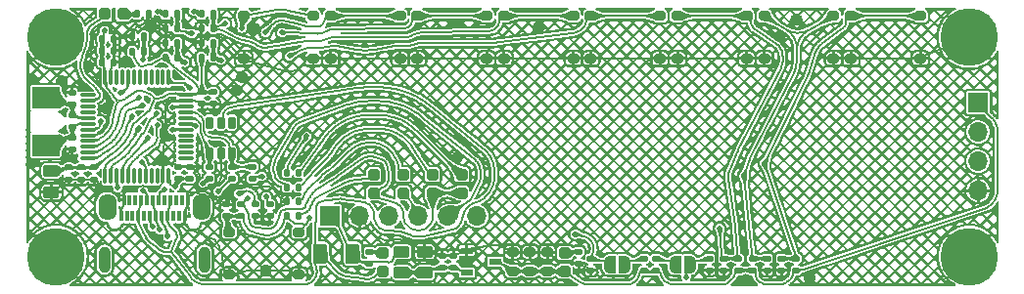
<source format=gbr>
%TF.GenerationSoftware,KiCad,Pcbnew,8.0.3*%
%TF.CreationDate,2024-07-18T08:41:48+12:00*%
%TF.ProjectId,USB Keypad,55534220-4b65-4797-9061-642e6b696361,rev?*%
%TF.SameCoordinates,Original*%
%TF.FileFunction,Copper,L1,Top*%
%TF.FilePolarity,Positive*%
%FSLAX46Y46*%
G04 Gerber Fmt 4.6, Leading zero omitted, Abs format (unit mm)*
G04 Created by KiCad (PCBNEW 8.0.3) date 2024-07-18 08:41:48*
%MOMM*%
%LPD*%
G01*
G04 APERTURE LIST*
G04 Aperture macros list*
%AMRoundRect*
0 Rectangle with rounded corners*
0 $1 Rounding radius*
0 $2 $3 $4 $5 $6 $7 $8 $9 X,Y pos of 4 corners*
0 Add a 4 corners polygon primitive as box body*
4,1,4,$2,$3,$4,$5,$6,$7,$8,$9,$2,$3,0*
0 Add four circle primitives for the rounded corners*
1,1,$1+$1,$2,$3*
1,1,$1+$1,$4,$5*
1,1,$1+$1,$6,$7*
1,1,$1+$1,$8,$9*
0 Add four rect primitives between the rounded corners*
20,1,$1+$1,$2,$3,$4,$5,0*
20,1,$1+$1,$4,$5,$6,$7,0*
20,1,$1+$1,$6,$7,$8,$9,0*
20,1,$1+$1,$8,$9,$2,$3,0*%
%AMFreePoly0*
4,1,19,0.500000,-0.750000,0.000000,-0.750000,0.000000,-0.744911,-0.071157,-0.744911,-0.207708,-0.704816,-0.327430,-0.627875,-0.420627,-0.520320,-0.479746,-0.390866,-0.500000,-0.250000,-0.500000,0.250000,-0.479746,0.390866,-0.420627,0.520320,-0.327430,0.627875,-0.207708,0.704816,-0.071157,0.744911,0.000000,0.744911,0.000000,0.750000,0.500000,0.750000,0.500000,-0.750000,0.500000,-0.750000,
$1*%
%AMFreePoly1*
4,1,19,0.000000,0.744911,0.071157,0.744911,0.207708,0.704816,0.327430,0.627875,0.420627,0.520320,0.479746,0.390866,0.500000,0.250000,0.500000,-0.250000,0.479746,-0.390866,0.420627,-0.520320,0.327430,-0.627875,0.207708,-0.704816,0.071157,-0.744911,0.000000,-0.744911,0.000000,-0.750000,-0.500000,-0.750000,-0.500000,0.750000,0.000000,0.750000,0.000000,0.744911,0.000000,0.744911,
$1*%
G04 Aperture macros list end*
%TA.AperFunction,SMDPad,CuDef*%
%ADD10RoundRect,0.200000X0.275000X-0.200000X0.275000X0.200000X-0.275000X0.200000X-0.275000X-0.200000X0*%
%TD*%
%TA.AperFunction,SMDPad,CuDef*%
%ADD11RoundRect,0.200000X-0.300000X-0.200000X0.300000X-0.200000X0.300000X0.200000X-0.300000X0.200000X0*%
%TD*%
%TA.AperFunction,SMDPad,CuDef*%
%ADD12RoundRect,0.135000X0.185000X-0.135000X0.185000X0.135000X-0.185000X0.135000X-0.185000X-0.135000X0*%
%TD*%
%TA.AperFunction,SMDPad,CuDef*%
%ADD13RoundRect,0.135000X-0.185000X0.135000X-0.185000X-0.135000X0.185000X-0.135000X0.185000X0.135000X0*%
%TD*%
%TA.AperFunction,SMDPad,CuDef*%
%ADD14RoundRect,0.135000X-0.135000X-0.185000X0.135000X-0.185000X0.135000X0.185000X-0.135000X0.185000X0*%
%TD*%
%TA.AperFunction,ComponentPad*%
%ADD15R,1.700000X1.700000*%
%TD*%
%TA.AperFunction,ComponentPad*%
%ADD16O,1.700000X1.700000*%
%TD*%
%TA.AperFunction,SMDPad,CuDef*%
%ADD17R,1.070003X0.600000*%
%TD*%
%TA.AperFunction,SMDPad,CuDef*%
%ADD18RoundRect,0.135000X0.135000X0.185000X-0.135000X0.185000X-0.135000X-0.185000X0.135000X-0.185000X0*%
%TD*%
%TA.AperFunction,SMDPad,CuDef*%
%ADD19R,2.400000X1.900000*%
%TD*%
%TA.AperFunction,SMDPad,CuDef*%
%ADD20RoundRect,0.250000X0.450000X-0.262500X0.450000X0.262500X-0.450000X0.262500X-0.450000X-0.262500X0*%
%TD*%
%TA.AperFunction,SMDPad,CuDef*%
%ADD21RoundRect,0.250000X-0.450000X0.262500X-0.450000X-0.262500X0.450000X-0.262500X0.450000X0.262500X0*%
%TD*%
%TA.AperFunction,SMDPad,CuDef*%
%ADD22R,0.300000X0.950013*%
%TD*%
%TA.AperFunction,ComponentPad*%
%ADD23O,1.000000X2.300000*%
%TD*%
%TA.AperFunction,ComponentPad*%
%ADD24O,1.600000X2.300000*%
%TD*%
%TA.AperFunction,SMDPad,CuDef*%
%ADD25RoundRect,0.150000X0.350000X-0.325000X0.350000X0.325000X-0.350000X0.325000X-0.350000X-0.325000X0*%
%TD*%
%TA.AperFunction,SMDPad,CuDef*%
%ADD26RoundRect,0.250000X0.375000X0.625000X-0.375000X0.625000X-0.375000X-0.625000X0.375000X-0.625000X0*%
%TD*%
%TA.AperFunction,SMDPad,CuDef*%
%ADD27O,1.500000X0.270003*%
%TD*%
%TA.AperFunction,SMDPad,CuDef*%
%ADD28O,0.270003X1.500000*%
%TD*%
%TA.AperFunction,SMDPad,CuDef*%
%ADD29FreePoly0,180.000000*%
%TD*%
%TA.AperFunction,SMDPad,CuDef*%
%ADD30FreePoly1,180.000000*%
%TD*%
%TA.AperFunction,ComponentPad*%
%ADD31C,0.400000*%
%TD*%
%TA.AperFunction,ComponentPad*%
%ADD32C,5.000000*%
%TD*%
%TA.AperFunction,SMDPad,CuDef*%
%ADD33FreePoly0,0.000000*%
%TD*%
%TA.AperFunction,SMDPad,CuDef*%
%ADD34FreePoly1,0.000000*%
%TD*%
%TA.AperFunction,SMDPad,CuDef*%
%ADD35RoundRect,0.150000X-0.150000X0.400000X-0.150000X-0.400000X0.150000X-0.400000X0.150000X0.400000X0*%
%TD*%
%TA.AperFunction,SMDPad,CuDef*%
%ADD36RoundRect,0.150000X-0.325000X-0.350000X0.325000X-0.350000X0.325000X0.350000X-0.325000X0.350000X0*%
%TD*%
%TA.AperFunction,ViaPad*%
%ADD37C,0.600000*%
%TD*%
%TA.AperFunction,ViaPad*%
%ADD38C,0.500000*%
%TD*%
%TA.AperFunction,Conductor*%
%ADD39C,0.200000*%
%TD*%
G04 APERTURE END LIST*
D10*
%TO.P,C12,1*%
%TO.N,+3.3V*%
X44000000Y-23275000D03*
%TO.P,C12,2*%
%TO.N,GND*%
X44000000Y-21625000D03*
%TD*%
D11*
%TO.P,SW7,1,A*%
%TO.N,/Play{slash}Pause*%
X56750000Y-1150000D03*
%TO.P,SW7,2,B*%
X62750000Y-1150000D03*
%TO.P,SW7,3,C*%
%TO.N,GND*%
X56750000Y-4850000D03*
%TO.P,SW7,4,D*%
X62750000Y-4850000D03*
%TD*%
D12*
%TO.P,R2,1*%
%TO.N,Net-(J2-D--PadA7)*%
X16250000Y-15260000D03*
%TO.P,R2,2*%
%TO.N,/D-*%
X16250000Y-14240000D03*
%TD*%
D13*
%TO.P,C10,1*%
%TO.N,+3.3V*%
X5200000Y-14290000D03*
%TO.P,C10,2*%
%TO.N,GND*%
X5200000Y-15310000D03*
%TD*%
%TO.P,C15,1*%
%TO.N,+3.3V*%
X15619900Y-7749900D03*
%TO.P,C15,2*%
%TO.N,GND*%
X15619900Y-8769900D03*
%TD*%
D14*
%TO.P,R26,1*%
%TO.N,+3.3V*%
X12490000Y-1000000D03*
%TO.P,R26,2*%
%TO.N,/Vol+*%
X13510000Y-1000000D03*
%TD*%
D12*
%TO.P,R3,1*%
%TO.N,Net-(J2-D+-PadA6)*%
X18250000Y-15260000D03*
%TO.P,R3,2*%
%TO.N,/D+*%
X18250000Y-14240000D03*
%TD*%
%TO.P,R28,1*%
%TO.N,+3.3V*%
X67000000Y-23210000D03*
%TO.P,R28,2*%
%TO.N,/Print_Screen*%
X67000000Y-22190000D03*
%TD*%
D15*
%TO.P,J1,1,Pin_1*%
%TO.N,+5V*%
X26710000Y-18500000D03*
D16*
%TO.P,J1,2,Pin_2*%
%TO.N,GND*%
X29250000Y-18500000D03*
%TO.P,J1,3,Pin_3*%
%TO.N,/Reset*%
X31790000Y-18500000D03*
%TO.P,J1,4,Pin_4*%
%TO.N,/BOOT0*%
X34330000Y-18500000D03*
%TO.P,J1,5,Pin_5*%
%TO.N,/MCU_RX*%
X36870000Y-18500000D03*
%TO.P,J1,6,Pin_6*%
%TO.N,/MCU_TX*%
X39410000Y-18500000D03*
%TD*%
D14*
%TO.P,R6,1*%
%TO.N,+3.3V*%
X12490000Y-4750000D03*
%TO.P,R6,2*%
%TO.N,/Vol-*%
X13510000Y-4750000D03*
%TD*%
D11*
%TO.P,SW1,1,A*%
%TO.N,/Reset*%
X18000000Y-19900000D03*
%TO.P,SW1,2,B*%
X24000000Y-19900000D03*
%TO.P,SW1,3,C*%
%TO.N,GND*%
X18000000Y-23600000D03*
%TO.P,SW1,4,D*%
X24000000Y-23600000D03*
%TD*%
D17*
%TO.P,LDO1,1,GND*%
%TO.N,GND*%
X38529823Y-21500038D03*
%TO.P,LDO1,2,Vin*%
%TO.N,Net-(LDO1-Vin)*%
X38529823Y-23399962D03*
%TO.P,LDO1,3,3.3V*%
%TO.N,+3.3V*%
X40999977Y-22450000D03*
%TD*%
D18*
%TO.P,C30,1*%
%TO.N,/Vol+*%
X13520000Y-2250000D03*
%TO.P,C30,2*%
%TO.N,GND*%
X12500000Y-2250000D03*
%TD*%
D12*
%TO.P,C7,1*%
%TO.N,Net-(LDO1-Vin)*%
X37400000Y-22960000D03*
%TO.P,C7,2*%
%TO.N,GND*%
X37400000Y-21940000D03*
%TD*%
D18*
%TO.P,C34,1*%
%TO.N,/Mute_Mic*%
X10610000Y-2900000D03*
%TO.P,C34,2*%
%TO.N,GND*%
X9590000Y-2900000D03*
%TD*%
D13*
%TO.P,C38,1*%
%TO.N,/Eject*%
X64500000Y-22190000D03*
%TO.P,C38,2*%
%TO.N,GND*%
X64500000Y-23210000D03*
%TD*%
D10*
%TO.P,C13,1*%
%TO.N,+3.3V*%
X42500000Y-23275000D03*
%TO.P,C13,2*%
%TO.N,GND*%
X42500000Y-21625000D03*
%TD*%
D19*
%TO.P,U2,1,OSC1*%
%TO.N,Net-(U1-PD1-OSC_OUT)*%
X2099924Y-12349938D03*
%TO.P,U2,2,OSC2*%
%TO.N,Net-(U1-PD0-OSC_IN)*%
X2099924Y-8249862D03*
%TD*%
D20*
%TO.P,C3,1*%
%TO.N,Net-(LDO1-Vin)*%
X34900000Y-23412500D03*
%TO.P,C3,2*%
%TO.N,GND*%
X34900000Y-21587500D03*
%TD*%
D11*
%TO.P,SW5,1,A*%
%TO.N,/Copy*%
X41750000Y-1150000D03*
%TO.P,SW5,2,B*%
X47750000Y-1150000D03*
%TO.P,SW5,3,C*%
%TO.N,GND*%
X41750000Y-4850000D03*
%TO.P,SW5,4,D*%
X47750000Y-4850000D03*
%TD*%
%TO.P,SW6,1,A*%
%TO.N,/Paste*%
X49250000Y-1150000D03*
%TO.P,SW6,2,B*%
X55250000Y-1150000D03*
%TO.P,SW6,3,C*%
%TO.N,GND*%
X49250000Y-4850000D03*
%TO.P,SW6,4,D*%
X55250000Y-4850000D03*
%TD*%
D13*
%TO.P,R5,1*%
%TO.N,+3.3V*%
X19000000Y-17490000D03*
%TO.P,R5,2*%
%TO.N,/Reset*%
X19000000Y-18510000D03*
%TD*%
D10*
%TO.P,C14,1*%
%TO.N,+3.3V*%
X45500000Y-23275000D03*
%TO.P,C14,2*%
%TO.N,GND*%
X45500000Y-21625000D03*
%TD*%
D12*
%TO.P,C9,1*%
%TO.N,+3.3V*%
X13599900Y-15259900D03*
%TO.P,C9,2*%
%TO.N,GND*%
X13599900Y-14239900D03*
%TD*%
D13*
%TO.P,C2,1*%
%TO.N,+3.3V*%
X6300000Y-14290000D03*
%TO.P,C2,2*%
%TO.N,GND*%
X6300000Y-15310000D03*
%TD*%
%TO.P,C1,1*%
%TO.N,GND*%
X4400000Y-7790000D03*
%TO.P,C1,2*%
%TO.N,Net-(U1-PD0-OSC_IN)*%
X4400000Y-8810000D03*
%TD*%
D21*
%TO.P,FB1,1,1*%
%TO.N,+5V*%
X32900000Y-21587500D03*
%TO.P,FB1,2,2*%
%TO.N,Net-(LDO1-Vin)*%
X32900000Y-23412500D03*
%TD*%
D11*
%TO.P,SW9,1,A*%
%TO.N,/Print_Screen*%
X71750000Y-1150000D03*
%TO.P,SW9,2,B*%
X77750000Y-1150000D03*
%TO.P,SW9,3,C*%
%TO.N,GND*%
X71750000Y-4850000D03*
%TO.P,SW9,4,D*%
X77750000Y-4850000D03*
%TD*%
D22*
%TO.P,J2,A1,GND*%
%TO.N,GND*%
X8875159Y-17099089D03*
%TO.P,J2,A2,TX1+*%
%TO.N,/TX1+*%
X9375032Y-17099089D03*
%TO.P,J2,A3,TX1-*%
%TO.N,/TX1-*%
X9875159Y-17099089D03*
%TO.P,J2,A4,VBUS*%
%TO.N,VBUS*%
X10375032Y-17099089D03*
%TO.P,J2,A5,CC1*%
%TO.N,/CC1*%
X10874905Y-17099089D03*
%TO.P,J2,A6,D+*%
%TO.N,Net-(J2-D+-PadA6)*%
X11375032Y-17099089D03*
%TO.P,J2,A7,D-*%
%TO.N,Net-(J2-D--PadA7)*%
X11874905Y-17099089D03*
%TO.P,J2,A8,SBU1*%
%TO.N,/SBU1*%
X12375032Y-17099089D03*
%TO.P,J2,A9,VBUS*%
%TO.N,VBUS*%
X12874905Y-17099089D03*
%TO.P,J2,A10,RX2-*%
%TO.N,/RX2-*%
X13375032Y-17099089D03*
%TO.P,J2,A11,RX2+*%
%TO.N,/RX2+*%
X13874905Y-17099089D03*
%TO.P,J2,A12,GND*%
%TO.N,GND*%
X14375032Y-17099089D03*
%TO.P,J2,B1,GND*%
X14125095Y-18498886D03*
%TO.P,J2,B2,TX2+*%
%TO.N,/TX2+*%
X13624968Y-18498886D03*
%TO.P,J2,B3,TX2-*%
%TO.N,/TX2-*%
X13125095Y-18498886D03*
%TO.P,J2,B4,VBUS*%
%TO.N,VBUS*%
X12624968Y-18498886D03*
%TO.P,J2,B5,CC2*%
%TO.N,/CC2*%
X12125095Y-18498886D03*
%TO.P,J2,B6,D+*%
%TO.N,Net-(J2-D+-PadA6)*%
X11624968Y-18498886D03*
%TO.P,J2,B7,D-*%
%TO.N,Net-(J2-D--PadA7)*%
X11124841Y-18498886D03*
%TO.P,J2,B8,SBU2*%
%TO.N,/SBU2*%
X10624968Y-18498886D03*
%TO.P,J2,B9,VBUS*%
%TO.N,VBUS*%
X10125095Y-18498886D03*
%TO.P,J2,B10,RX1-*%
%TO.N,/RX1-*%
X9624968Y-18498886D03*
%TO.P,J2,B11,RX1+*%
%TO.N,/RX1+*%
X9125095Y-18498886D03*
%TO.P,J2,B12,GND*%
%TO.N,GND*%
X8624968Y-18498886D03*
D23*
%TO.P,J2,S1,SHIELD*%
%TO.N,/SHLD*%
X7179959Y-22275111D03*
D24*
X7440056Y-17724946D03*
X15560198Y-17724946D03*
D23*
X15820041Y-22275111D03*
%TD*%
D15*
%TO.P,J3,1,Pin_1*%
%TO.N,+3.3V*%
X82750000Y-8670000D03*
D16*
%TO.P,J3,2,Pin_2*%
%TO.N,/SWDIO*%
X82750000Y-11210000D03*
%TO.P,J3,3,Pin_3*%
%TO.N,/SWDCLK*%
X82750000Y-13750000D03*
%TO.P,J3,4,Pin_4*%
%TO.N,GND*%
X82750000Y-16290000D03*
%TD*%
D14*
%TO.P,R20,1*%
%TO.N,+3.3V*%
X15590000Y-1000000D03*
%TO.P,R20,2*%
%TO.N,/Copy*%
X16610000Y-1000000D03*
%TD*%
D25*
%TO.P,LED4,1,C*%
%TO.N,Net-(LED4-C)*%
X38100000Y-14910000D03*
%TO.P,LED4,2,A*%
%TO.N,+3.3V*%
X38100000Y-16510000D03*
%TD*%
D13*
%TO.P,R13,1*%
%TO.N,/CC1*%
X20250000Y-17490000D03*
%TO.P,R13,2*%
%TO.N,GND*%
X20250000Y-18510000D03*
%TD*%
D18*
%TO.P,R17,1*%
%TO.N,Net-(LED4-C)*%
X24010000Y-14750000D03*
%TO.P,R17,2*%
%TO.N,/MCU_TX*%
X22990000Y-14750000D03*
%TD*%
%TO.P,R7,1*%
%TO.N,GND*%
X11010000Y-1000000D03*
%TO.P,R7,2*%
%TO.N,Net-(LED3-C)*%
X9990000Y-1000000D03*
%TD*%
D12*
%TO.P,R8,1*%
%TO.N,GND*%
X49250000Y-23210000D03*
%TO.P,R8,2*%
%TO.N,/BOOT0*%
X49250000Y-22190000D03*
%TD*%
D13*
%TO.P,R22,1*%
%TO.N,Net-(LED2-K)*%
X48200000Y-21590000D03*
%TO.P,R22,2*%
%TO.N,GND*%
X48200000Y-22610000D03*
%TD*%
D11*
%TO.P,SW4,1,A*%
%TO.N,/Mute_Mic*%
X34250000Y-1150000D03*
%TO.P,SW4,2,B*%
X40250000Y-1150000D03*
%TO.P,SW4,3,C*%
%TO.N,GND*%
X34250000Y-4850000D03*
%TO.P,SW4,4,D*%
X40250000Y-4850000D03*
%TD*%
D12*
%TO.P,R9,1*%
%TO.N,GND*%
X59500000Y-23200000D03*
%TO.P,R9,2*%
%TO.N,/BOOT1*%
X59500000Y-22180000D03*
%TD*%
%TO.P,R10,1*%
%TO.N,+3.3V*%
X53850000Y-23210000D03*
%TO.P,R10,2*%
%TO.N,Net-(JP2-B)*%
X53850000Y-22190000D03*
%TD*%
D25*
%TO.P,LED7,1,K*%
%TO.N,Net-(LED7-K)*%
X33020000Y-14910000D03*
%TO.P,LED7,2,A*%
%TO.N,/BOOT0*%
X33020000Y-16510000D03*
%TD*%
%TO.P,LED1,1,K*%
%TO.N,Net-(LED1-K)*%
X31300000Y-21700000D03*
%TO.P,LED1,2,A*%
%TO.N,VBUS*%
X31300000Y-23300000D03*
%TD*%
D26*
%TO.P,F1,1*%
%TO.N,+5V*%
X28650000Y-21750000D03*
%TO.P,F1,2*%
%TO.N,VBUS*%
X25850000Y-21750000D03*
%TD*%
D14*
%TO.P,C18,1*%
%TO.N,+3.3V*%
X6979900Y-3129900D03*
%TO.P,C18,2*%
%TO.N,GND*%
X7999900Y-3129900D03*
%TD*%
D25*
%TO.P,LED2,1,K*%
%TO.N,Net-(LED2-K)*%
X47000000Y-21700000D03*
%TO.P,LED2,2,A*%
%TO.N,+3.3V*%
X47000000Y-23300000D03*
%TD*%
D11*
%TO.P,SW2,1,A*%
%TO.N,/Vol+*%
X19250000Y-1150000D03*
%TO.P,SW2,2,B*%
X25250000Y-1150000D03*
%TO.P,SW2,3,C*%
%TO.N,GND*%
X19250000Y-4850000D03*
%TO.P,SW2,4,D*%
X25250000Y-4850000D03*
%TD*%
D12*
%TO.P,C5,1*%
%TO.N,/Reset*%
X17750000Y-18510000D03*
%TO.P,C5,2*%
%TO.N,GND*%
X17750000Y-17490000D03*
%TD*%
D18*
%TO.P,R15,1*%
%TO.N,Net-(LED6-K)*%
X24010000Y-18500000D03*
%TO.P,R15,2*%
%TO.N,/Reset*%
X22990000Y-18500000D03*
%TD*%
D13*
%TO.P,R14,1*%
%TO.N,/CC2*%
X21500000Y-17490000D03*
%TO.P,R14,2*%
%TO.N,GND*%
X21500000Y-18510000D03*
%TD*%
D18*
%TO.P,R12,1*%
%TO.N,Net-(LED5-C)*%
X24010000Y-16000000D03*
%TO.P,R12,2*%
%TO.N,/MCU_RX*%
X22990000Y-16000000D03*
%TD*%
D27*
%TO.P,U1,1,VBAT*%
%TO.N,unconnected-(U1-VBAT-Pad1)*%
X5749964Y-7999836D03*
%TO.P,U1,2,PC13-TAMPER-RTC*%
%TO.N,Net-(LED3-A)*%
X5749964Y-8499964D03*
%TO.P,U1,3,PC14-OSC32_IN*%
%TO.N,unconnected-(U1-PC14-OSC32_IN-Pad3)*%
X5749964Y-8999836D03*
%TO.P,U1,4,PC15-OSC32_OUT*%
%TO.N,unconnected-(U1-PC15-OSC32_OUT-Pad4)*%
X5749964Y-9499964D03*
%TO.P,U1,5,PD0-OSC_IN*%
%TO.N,Net-(U1-PD0-OSC_IN)*%
X5749964Y-9999836D03*
%TO.P,U1,6,PD1-OSC_OUT*%
%TO.N,Net-(U1-PD1-OSC_OUT)*%
X5749964Y-10499964D03*
%TO.P,U1,7,NRST*%
%TO.N,/Reset*%
X5749964Y-10999836D03*
%TO.P,U1,8,VSSA*%
%TO.N,GND*%
X5749964Y-11499964D03*
%TO.P,U1,9,VDDA*%
%TO.N,+3.3V*%
X5749964Y-11999836D03*
%TO.P,U1,10,PA0-WKUP*%
%TO.N,/Vol+*%
X5749964Y-12499964D03*
%TO.P,U1,11,PA1*%
%TO.N,/Vol-*%
X5749964Y-12999836D03*
%TO.P,U1,12,PA2*%
%TO.N,/Mute_Mic*%
X5749964Y-13499964D03*
D28*
%TO.P,U1,13,PA3*%
%TO.N,/Copy*%
X7249836Y-14999836D03*
%TO.P,U1,14,PA4*%
%TO.N,/Paste*%
X7749964Y-14999836D03*
%TO.P,U1,15,PA5*%
%TO.N,/Play{slash}Pause*%
X8249836Y-14999836D03*
%TO.P,U1,16,PA6*%
%TO.N,/Eject*%
X8749964Y-14999836D03*
%TO.P,U1,17,PA7*%
%TO.N,/Print_Screen*%
X9249836Y-14999836D03*
%TO.P,U1,18,PB0*%
%TO.N,unconnected-(U1-PB0-Pad18)*%
X9749964Y-14999836D03*
%TO.P,U1,19,PB1*%
%TO.N,unconnected-(U1-PB1-Pad19)*%
X10249836Y-14999836D03*
%TO.P,U1,20,PB2*%
%TO.N,/BOOT1*%
X10749964Y-14999836D03*
%TO.P,U1,21,PB10*%
%TO.N,unconnected-(U1-PB10-Pad21)*%
X11249836Y-14999836D03*
%TO.P,U1,22,PB11*%
%TO.N,unconnected-(U1-PB11-Pad22)*%
X11749964Y-14999836D03*
%TO.P,U1,23,VSS_1*%
%TO.N,GND*%
X12249836Y-14999836D03*
%TO.P,U1,24,VDD_1*%
%TO.N,+3.3V*%
X12749964Y-14999836D03*
D27*
%TO.P,U1,25,PB12*%
%TO.N,unconnected-(U1-PB12-Pad25)*%
X14249836Y-13499964D03*
%TO.P,U1,26,PB13*%
%TO.N,unconnected-(U1-PB13-Pad26)*%
X14249836Y-12999836D03*
%TO.P,U1,27,PB14*%
%TO.N,unconnected-(U1-PB14-Pad27)*%
X14249836Y-12499964D03*
%TO.P,U1,28,PB15*%
%TO.N,unconnected-(U1-PB15-Pad28)*%
X14249836Y-11999836D03*
%TO.P,U1,29,PA8*%
%TO.N,unconnected-(U1-PA8-Pad29)*%
X14249836Y-11499964D03*
%TO.P,U1,30,PA9*%
%TO.N,/MCU_TX*%
X14249836Y-10999836D03*
%TO.P,U1,31,PA10*%
%TO.N,/MCU_RX*%
X14249836Y-10499964D03*
%TO.P,U1,32,PA11*%
%TO.N,/D-*%
X14249836Y-9999836D03*
%TO.P,U1,33,PA12*%
%TO.N,/D+*%
X14249836Y-9499964D03*
%TO.P,U1,34,PA13*%
%TO.N,/SWDIO*%
X14249836Y-8999836D03*
%TO.P,U1,35,VSS_2*%
%TO.N,GND*%
X14249836Y-8499964D03*
%TO.P,U1,36,VDD_2*%
%TO.N,+3.3V*%
X14249836Y-7999836D03*
D28*
%TO.P,U1,37,PA14*%
%TO.N,/SWDCLK*%
X12749964Y-6499964D03*
%TO.P,U1,38,PA15*%
%TO.N,unconnected-(U1-PA15-Pad38)*%
X12249836Y-6499964D03*
%TO.P,U1,39,PB3*%
%TO.N,unconnected-(U1-PB3-Pad39)*%
X11749964Y-6499964D03*
%TO.P,U1,40,PB4*%
%TO.N,unconnected-(U1-PB4-Pad40)*%
X11249836Y-6499964D03*
%TO.P,U1,41,PB5*%
%TO.N,unconnected-(U1-PB5-Pad41)*%
X10749964Y-6499964D03*
%TO.P,U1,42,PB6*%
%TO.N,unconnected-(U1-PB6-Pad42)*%
X10249836Y-6499964D03*
%TO.P,U1,43,PB7*%
%TO.N,unconnected-(U1-PB7-Pad43)*%
X9749964Y-6499964D03*
%TO.P,U1,44,BOOT0*%
%TO.N,/BOOT0*%
X9249836Y-6499964D03*
%TO.P,U1,45,PB8*%
%TO.N,unconnected-(U1-PB8-Pad45)*%
X8749964Y-6499964D03*
%TO.P,U1,46,PB9*%
%TO.N,unconnected-(U1-PB9-Pad46)*%
X8249836Y-6499964D03*
%TO.P,U1,47,VSS_3*%
%TO.N,GND*%
X7749964Y-6499964D03*
%TO.P,U1,48,VDD_3*%
%TO.N,+3.3V*%
X7249836Y-6499964D03*
%TD*%
D29*
%TO.P,JP1,1,A*%
%TO.N,/BOOT1*%
X57850000Y-22690000D03*
D30*
%TO.P,JP1,2,B*%
%TO.N,Net-(JP1-B)*%
X56550000Y-22690000D03*
%TD*%
D12*
%TO.P,C8,1*%
%TO.N,Net-(LDO1-Vin)*%
X36400000Y-22960000D03*
%TO.P,C8,2*%
%TO.N,GND*%
X36400000Y-21940000D03*
%TD*%
D13*
%TO.P,C11,1*%
%TO.N,+3.3V*%
X16619900Y-7749900D03*
%TO.P,C11,2*%
%TO.N,GND*%
X16619900Y-8769900D03*
%TD*%
D12*
%TO.P,C4,1*%
%TO.N,+3.3V*%
X14599900Y-15259900D03*
%TO.P,C4,2*%
%TO.N,GND*%
X14599900Y-14239900D03*
%TD*%
D31*
%TO.P,M1,*%
%TO.N,*%
X3000000Y-5000000D03*
X1585786Y-4414214D03*
X4414214Y-4414214D03*
X1000000Y-3000000D03*
D32*
%TO.N,GND*%
X3000000Y-3000000D03*
D31*
%TO.N,*%
X5000000Y-3000000D03*
X1585786Y-1585786D03*
X4414214Y-1585786D03*
X3000000Y-1000000D03*
%TD*%
D33*
%TO.P,JP2,1,A*%
%TO.N,/BOOT0*%
X50900000Y-22700000D03*
D34*
%TO.P,JP2,2,B*%
%TO.N,Net-(JP2-B)*%
X52200000Y-22700000D03*
%TD*%
D11*
%TO.P,SW3,1,A*%
%TO.N,/Vol-*%
X26750000Y-1150000D03*
%TO.P,SW3,2,B*%
X32750000Y-1150000D03*
%TO.P,SW3,3,C*%
%TO.N,GND*%
X26750000Y-4850000D03*
%TO.P,SW3,4,D*%
X32750000Y-4850000D03*
%TD*%
D12*
%TO.P,C6,1*%
%TO.N,GND*%
X4400000Y-12710000D03*
%TO.P,C6,2*%
%TO.N,Net-(U1-PD1-OSC_OUT)*%
X4400000Y-11690000D03*
%TD*%
D25*
%TO.P,LED5,1,C*%
%TO.N,Net-(LED5-C)*%
X35560000Y-14910000D03*
%TO.P,LED5,2,A*%
%TO.N,+3.3V*%
X35560000Y-16510000D03*
%TD*%
D31*
%TO.P,M2,*%
%TO.N,*%
X82000000Y-5000000D03*
X80585786Y-4414214D03*
X83414214Y-4414214D03*
X80000000Y-3000000D03*
D32*
%TO.N,GND*%
X82000000Y-3000000D03*
D31*
%TO.N,*%
X84000000Y-3000000D03*
X80585786Y-1585786D03*
X83414214Y-1585786D03*
X82000000Y-1000000D03*
%TD*%
D18*
%TO.P,C31,1*%
%TO.N,/Vol-*%
X13510000Y-3500000D03*
%TO.P,C31,2*%
%TO.N,GND*%
X12490000Y-3500000D03*
%TD*%
D14*
%TO.P,C16,1*%
%TO.N,+3.3V*%
X6989900Y-4139900D03*
%TO.P,C16,2*%
%TO.N,GND*%
X8009900Y-4139900D03*
%TD*%
D13*
%TO.P,C39,1*%
%TO.N,/Print_Screen*%
X65750000Y-22190000D03*
%TO.P,C39,2*%
%TO.N,GND*%
X65750000Y-23210000D03*
%TD*%
D25*
%TO.P,LED6,1,K*%
%TO.N,Net-(LED6-K)*%
X30480000Y-14910000D03*
%TO.P,LED6,2,A*%
%TO.N,+3.3V*%
X30480000Y-16510000D03*
%TD*%
D18*
%TO.P,C35,1*%
%TO.N,/Copy*%
X16610000Y-2250000D03*
%TO.P,C35,2*%
%TO.N,GND*%
X15590000Y-2250000D03*
%TD*%
D13*
%TO.P,R1,1*%
%TO.N,Net-(U1-PD0-OSC_IN)*%
X4400000Y-9739900D03*
%TO.P,R1,2*%
%TO.N,Net-(U1-PD1-OSC_OUT)*%
X4400000Y-10759900D03*
%TD*%
D18*
%TO.P,R16,1*%
%TO.N,Net-(LED7-K)*%
X24010000Y-17250000D03*
%TO.P,R16,2*%
%TO.N,GND*%
X22990000Y-17250000D03*
%TD*%
D31*
%TO.P,M3,*%
%TO.N,GND*%
X82000000Y-24000000D03*
%TO.N,*%
X80585786Y-23414214D03*
X83414214Y-23414214D03*
X80000000Y-22000000D03*
D32*
%TO.N,GND*%
X82000000Y-22000000D03*
D31*
X84000000Y-22000000D03*
%TO.N,*%
X80585786Y-20585786D03*
%TO.N,GND*%
X83414214Y-20585786D03*
%TO.N,*%
X82000000Y-20000000D03*
%TD*%
D18*
%TO.P,C36,1*%
%TO.N,/Paste*%
X16610000Y-3500000D03*
%TO.P,C36,2*%
%TO.N,GND*%
X15590000Y-3500000D03*
%TD*%
D14*
%TO.P,R21,1*%
%TO.N,+3.3V*%
X15590000Y-4750000D03*
%TO.P,R21,2*%
%TO.N,/Paste*%
X16610000Y-4750000D03*
%TD*%
D31*
%TO.P,M4,*%
%TO.N,*%
X3000000Y-24000000D03*
X1585786Y-23414214D03*
X4414214Y-23414214D03*
X1000000Y-22000000D03*
D32*
%TO.N,GND*%
X3000000Y-22000000D03*
D31*
%TO.N,*%
X5000000Y-22000000D03*
X1585786Y-20585786D03*
X4414214Y-20585786D03*
X3000000Y-20000000D03*
%TD*%
D12*
%TO.P,R18,1*%
%TO.N,+5V*%
X30100000Y-22610000D03*
%TO.P,R18,2*%
%TO.N,Net-(LED1-K)*%
X30100000Y-21590000D03*
%TD*%
D21*
%TO.P,C33,1*%
%TO.N,+3.3V*%
X2600000Y-14587500D03*
%TO.P,C33,2*%
%TO.N,GND*%
X2600000Y-16412500D03*
%TD*%
D14*
%TO.P,R19,1*%
%TO.N,+3.3V*%
X9590000Y-4250000D03*
%TO.P,R19,2*%
%TO.N,/Mute_Mic*%
X10610000Y-4250000D03*
%TD*%
D12*
%TO.P,R11,1*%
%TO.N,+3.3V*%
X54900000Y-23200000D03*
%TO.P,R11,2*%
%TO.N,Net-(JP1-B)*%
X54900000Y-22180000D03*
%TD*%
D35*
%TO.P,ESD1,1,IO1*%
%TO.N,/D-*%
X16300038Y-13100013D03*
%TO.P,ESD1,2,GND*%
%TO.N,GND*%
X17250000Y-13100013D03*
%TO.P,ESD1,3,IO2*%
%TO.N,/D+*%
X18199962Y-13100013D03*
%TO.P,ESD1,4,IO3*%
%TO.N,unconnected-(ESD1-IO3-Pad4)*%
X18199962Y-10399987D03*
%TO.P,ESD1,5,VCC*%
%TO.N,VBUS*%
X17250000Y-10399987D03*
%TO.P,ESD1,6,IO4*%
%TO.N,unconnected-(ESD1-IO4-Pad6)*%
X16300038Y-10399987D03*
%TD*%
D12*
%TO.P,R24,1*%
%TO.N,+3.3V*%
X62000000Y-23210000D03*
%TO.P,R24,2*%
%TO.N,/Play{slash}Pause*%
X62000000Y-22190000D03*
%TD*%
%TO.P,R27,1*%
%TO.N,+3.3V*%
X63250000Y-23210000D03*
%TO.P,R27,2*%
%TO.N,/Eject*%
X63250000Y-22190000D03*
%TD*%
%TO.P,R4,1*%
%TO.N,+5V*%
X20000000Y-15260000D03*
%TO.P,R4,2*%
%TO.N,/D+*%
X20000000Y-14240000D03*
%TD*%
D14*
%TO.P,C17,1*%
%TO.N,+3.3V*%
X6989900Y-5149900D03*
%TO.P,C17,2*%
%TO.N,GND*%
X8009900Y-5149900D03*
%TD*%
D13*
%TO.P,C32,1*%
%TO.N,+3.3V*%
X4100000Y-14290000D03*
%TO.P,C32,2*%
%TO.N,GND*%
X4100000Y-15310000D03*
%TD*%
D36*
%TO.P,LED3,1,C*%
%TO.N,Net-(LED3-C)*%
X8800000Y-1000000D03*
%TO.P,LED3,2,A*%
%TO.N,Net-(LED3-A)*%
X7200000Y-1000000D03*
%TD*%
D11*
%TO.P,SW8,1,A*%
%TO.N,/Eject*%
X64250000Y-1150000D03*
%TO.P,SW8,2,B*%
X70250000Y-1150000D03*
%TO.P,SW8,3,C*%
%TO.N,GND*%
X64250000Y-4850000D03*
%TO.P,SW8,4,D*%
X70250000Y-4850000D03*
%TD*%
D13*
%TO.P,C37,1*%
%TO.N,/Play{slash}Pause*%
X60750000Y-22190000D03*
%TO.P,C37,2*%
%TO.N,GND*%
X60750000Y-23210000D03*
%TD*%
D37*
%TO.N,GND*%
X11230000Y-1950000D03*
X3500000Y-6830000D03*
X12320000Y-13720000D03*
X37350000Y-1840000D03*
X62600000Y-24000000D03*
D38*
X65749900Y-23835200D03*
D37*
X990000Y-6720000D03*
X62510000Y-21330000D03*
X70180000Y-4930000D03*
X12600000Y-11560000D03*
X65530000Y-2960000D03*
X44700000Y-2170000D03*
X17770000Y-16570000D03*
X67030000Y-1450000D03*
X68150000Y-23830000D03*
X37650000Y-13440000D03*
X22440000Y-13870000D03*
X19100000Y-6430000D03*
X7350000Y-9140000D03*
X3870000Y-13380000D03*
X5460000Y-7360000D03*
X1120000Y-13780000D03*
X9010000Y-5140000D03*
X11780000Y-20460000D03*
X5800000Y-5560000D03*
X44760000Y-22440000D03*
X18620000Y-7590000D03*
D38*
X60749900Y-23835200D03*
D37*
X6870000Y-16100000D03*
X21150000Y-23220000D03*
X20150000Y-2260000D03*
X38520000Y-22440000D03*
D38*
%TO.N,+3.3V*%
X13348200Y-15924800D03*
X7181800Y-2415000D03*
X19537600Y-16952500D03*
X14924800Y-750100D03*
X11824800Y-750100D03*
%TO.N,/Reset*%
X6890000Y-10249900D03*
X24948700Y-18652900D03*
%TO.N,+5V*%
X20819700Y-15060100D03*
%TO.N,/MCU_TX*%
X24698500Y-11578800D03*
X13083100Y-11015100D03*
%TO.N,/MCU_RX*%
X15122900Y-10663100D03*
%TO.N,/BOOT0*%
X47888100Y-20071000D03*
X8582100Y-7820900D03*
%TO.N,Net-(J2-D--PadA7)*%
X11332200Y-19418900D03*
X15652100Y-15712700D03*
X12391900Y-16224100D03*
%TO.N,Net-(J2-D+-PadA6)*%
X16997600Y-16357600D03*
X11958800Y-19681600D03*
%TO.N,/SWDCLK*%
X14618900Y-7429000D03*
%TO.N,/SWDIO*%
X13098500Y-9066600D03*
%TO.N,/CC2*%
X21191000Y-16824000D03*
X12664200Y-20269400D03*
%TO.N,/CC1*%
X10510800Y-16281400D03*
X18812400Y-16565100D03*
%TO.N,/BOOT1*%
X57489300Y-23815900D03*
X10422500Y-13810000D03*
%TO.N,/Vol+*%
X14757300Y-2684300D03*
X19091800Y-2204600D03*
X10196500Y-8254600D03*
%TO.N,/Vol-*%
X21115900Y-2577700D03*
X10553400Y-8905400D03*
X14126100Y-5169500D03*
%TO.N,/Mute_Mic*%
X9618900Y-9850000D03*
X10514100Y-4968600D03*
X22544800Y-2599200D03*
%TO.N,/Copy*%
X17625900Y-1809200D03*
X10164400Y-10869400D03*
%TO.N,/Paste*%
X11706700Y-9612800D03*
X17277700Y-4984000D03*
X23183900Y-4636500D03*
%TO.N,/Play{slash}Pause*%
X60406300Y-19552100D03*
X8346300Y-16022700D03*
%TO.N,/Eject*%
X10948500Y-11706800D03*
X62507100Y-15030500D03*
%TO.N,/Print_Screen*%
X64285000Y-13933700D03*
X11747400Y-10632200D03*
%TD*%
D39*
%TO.N,GND*%
X8814949Y-17618749D02*
X8814341Y-17619794D01*
X16916323Y-2875501D02*
X16940118Y-2877101D01*
X8900200Y-16911600D02*
X8850200Y-17286600D01*
X14325000Y-17562050D02*
X14325000Y-17586150D01*
X16449400Y-8769900D02*
X16349400Y-8769900D01*
X17990307Y-17046701D02*
X17980300Y-17084700D01*
X65749929Y-23330500D02*
X65749900Y-23430500D01*
X47390545Y-22499823D02*
X47398187Y-22499474D01*
X33300800Y-4850000D02*
X33699200Y-4850000D01*
X45887810Y-21993040D02*
X46161899Y-22317250D01*
X3870000Y-13380000D02*
X4139630Y-12957287D01*
X12711099Y-2548450D02*
X12710444Y-2547603D01*
X9772149Y-2503699D02*
X9751380Y-2582794D01*
X26950400Y-4850000D02*
X26549600Y-4850000D01*
X41377452Y-21089075D02*
X41259972Y-21063030D01*
X11220550Y-1297508D02*
X11223000Y-1299800D01*
X10553820Y-15882450D02*
X10491822Y-15880550D01*
X33100800Y-4850000D02*
X32950400Y-4850000D01*
X15798286Y-3205227D02*
X15653622Y-3409959D01*
X19435451Y-15872656D02*
X18902449Y-15889647D01*
X16968999Y-2880204D02*
X16963800Y-2879500D01*
X47299200Y-4850000D02*
X47199200Y-4850000D01*
X6599835Y-15522383D02*
X6601572Y-15524426D01*
X13763848Y-2874768D02*
X13764450Y-2874750D01*
X6235685Y-2830000D02*
X6236700Y-2855000D01*
X32599806Y-20497873D02*
X32559450Y-20495823D01*
X21138249Y-15913999D02*
X21005369Y-15941985D01*
X11112149Y-1144565D02*
X11218286Y-1294772D01*
X8125652Y-3067208D02*
X8085150Y-3087400D01*
X17169906Y-2929132D02*
X17151800Y-2922100D01*
X5970969Y-5267846D02*
X5958600Y-5384550D01*
X16982200Y-2882000D02*
X16995401Y-2883787D01*
X15424424Y-15149680D02*
X15423277Y-15166792D01*
X37598713Y-21838531D02*
X37498189Y-21889861D01*
X18902449Y-15889647D02*
X18679550Y-15896750D01*
X11319154Y-16049891D02*
X11277450Y-16054550D01*
X56199200Y-4850000D02*
X55800800Y-4850000D01*
X18514550Y-23499099D02*
X18509033Y-23499701D01*
X63699200Y-4850000D02*
X63300800Y-4850000D01*
X23501800Y-23360049D02*
X23503520Y-23360633D01*
X32519200Y-20496550D02*
X32479002Y-20500082D01*
X12424119Y-2169978D02*
X12377250Y-2120550D01*
X55800800Y-4850000D02*
X55700800Y-4850000D01*
X6603233Y-15526809D02*
X6603050Y-15526500D01*
X10786325Y-1555006D02*
X10783650Y-1565250D01*
X14429400Y-14239900D02*
X14489650Y-14239900D01*
X10731941Y-15928217D02*
X11112296Y-16033412D01*
X20017347Y-15982105D02*
X19963250Y-15954900D01*
X45174200Y-21625000D02*
X45074200Y-21625000D01*
X15590000Y-3229500D02*
X15590000Y-3329500D01*
X22637902Y-5886391D02*
X23012300Y-5989600D01*
X13230348Y-2863316D02*
X13227850Y-2863050D01*
X7959761Y-5248089D02*
X7916018Y-5333756D01*
X32235630Y-20537814D02*
X32230150Y-20538950D01*
X18503550Y-23500000D02*
X18498050Y-23500000D01*
X6252559Y-2671675D02*
X6294840Y-2563125D01*
X15325464Y-3289687D02*
X15503700Y-3431389D01*
X16196143Y-20310765D02*
X14648857Y-19699180D01*
X7773464Y-5732754D02*
X7764150Y-5765850D01*
X15577650Y-16338699D02*
X15604598Y-16340020D01*
X5470500Y-15310000D02*
X5370500Y-15310000D01*
X8170275Y-3825528D02*
X8060000Y-4041691D01*
X2278250Y-20257650D02*
X2307508Y-20328167D01*
X22857300Y-17144499D02*
X22724960Y-17039286D01*
X41950400Y-4850000D02*
X41549600Y-4850000D01*
X10692415Y-1719434D02*
X10557012Y-1847538D01*
X2234791Y-19958049D02*
X2234400Y-20034350D01*
X9813811Y-2344889D02*
X9816600Y-2334250D01*
X26950400Y-4850000D02*
X27100800Y-4850000D01*
X14891450Y-8500000D02*
X14838150Y-8500000D01*
X78224138Y-4535503D02*
X80280275Y-3712291D01*
X2306676Y-4673840D02*
X3000000Y-3000000D01*
X8666000Y-16717749D02*
X8711797Y-16723220D01*
X8694239Y-17917396D02*
X8686550Y-17940400D01*
X8978375Y-16449523D02*
X8942939Y-16515747D01*
X17587082Y-23229371D02*
X17585830Y-23225864D01*
X54899200Y-4850000D02*
X54799200Y-4850000D01*
X8009900Y-5039650D02*
X8009900Y-4979400D01*
X15432451Y-16573091D02*
X15468550Y-16581500D01*
X64770500Y-23210000D02*
X64670500Y-23210000D01*
X12820850Y-2595235D02*
X12877224Y-2627349D01*
X6558000Y-11414900D02*
X6541201Y-11422303D01*
X23047974Y-23223824D02*
X23226111Y-23261072D01*
X6594772Y-15518286D02*
X6390040Y-15373622D01*
X7356928Y-8323341D02*
X7339368Y-8243543D01*
X72200800Y-4850000D02*
X72100800Y-4850000D01*
X48291167Y-22674418D02*
X48494694Y-22818230D01*
X33599722Y-20699076D02*
X33714215Y-20733771D01*
X13230348Y-2863316D02*
X13276850Y-2868299D01*
X65749949Y-23295249D02*
X65749929Y-23330500D01*
X12774350Y-13869600D02*
X13015244Y-13942417D01*
X17961105Y-17220700D02*
X17962150Y-17201150D01*
X6951250Y-7423449D02*
X6945555Y-7417344D01*
X16113720Y-16144266D02*
X16270660Y-16006041D01*
X42925800Y-21625000D02*
X42825800Y-21625000D01*
X16858500Y-2875000D02*
X16852500Y-2875000D01*
X6242299Y-2992550D02*
X6237709Y-2879999D01*
X26299200Y-4850000D02*
X26199200Y-4850000D01*
X10650342Y-15906321D02*
X10651850Y-15906850D01*
X34700800Y-4850000D02*
X34600800Y-4850000D01*
X15591450Y-16598448D02*
X15602750Y-16599150D01*
X15370162Y-15423005D02*
X15342500Y-15491500D01*
X33200800Y-4850000D02*
X33100800Y-4850000D01*
X16799149Y-15774449D02*
X16790993Y-15777633D01*
X8726700Y-16724100D02*
X8723700Y-16724100D01*
X16143099Y-2965949D02*
X16119085Y-2993836D01*
X15040504Y-16424572D02*
X15008300Y-16431250D01*
X16623939Y-15868586D02*
X16636600Y-15858700D01*
X22720100Y-17037349D02*
X22723272Y-17038627D01*
X21853700Y-16198150D02*
X22008708Y-16421244D01*
X44425800Y-21625000D02*
X44325800Y-21625000D01*
X42300800Y-4850000D02*
X47199200Y-4850000D01*
X12249800Y-14398555D02*
X12249800Y-14371044D01*
X43812100Y-21625000D02*
X43674200Y-21625000D01*
X14970947Y-3353534D02*
X15310763Y-3289819D01*
X12249800Y-14692300D02*
X12249800Y-14398555D01*
X46377030Y-22481289D02*
X46293177Y-22442414D01*
X10202149Y-1969849D02*
X10286808Y-1952640D01*
X20477601Y-16038657D02*
X20453000Y-16043150D01*
X20620500Y-18510000D02*
X20520500Y-18510000D01*
X15409243Y-15275499D02*
X15405150Y-15305900D01*
X20477601Y-16038657D02*
X20969370Y-15948993D01*
X57200800Y-4850000D02*
X57100800Y-4850000D01*
X19802156Y-23215924D02*
X19901052Y-23204974D01*
X71950400Y-4850000D02*
X71549600Y-4850000D01*
X14317850Y-19382649D02*
X14304362Y-19369087D01*
X6233800Y-2784249D02*
X6235685Y-2830000D01*
X7773464Y-5732754D02*
X7808850Y-5607250D01*
X41906131Y-21320939D02*
X41599848Y-21178303D01*
X32399200Y-4850000D02*
X32299200Y-4850000D01*
X36570500Y-21940000D02*
X36510250Y-21940000D01*
X14325000Y-17524100D02*
X14325000Y-17562050D01*
X41020600Y-21050000D02*
X40491450Y-21050000D01*
X72100800Y-4850000D02*
X71950400Y-4850000D01*
X40450400Y-4850000D02*
X40049600Y-4850000D01*
X11899892Y-15971415D02*
X11965788Y-15935894D01*
X15275708Y-15656903D02*
X15271450Y-15667450D01*
X22156650Y-17772300D02*
X22061988Y-17911725D01*
X45074200Y-21625000D02*
X44974200Y-21625000D01*
X16026190Y-3084381D02*
X15955382Y-3132536D01*
X8676924Y-17987753D02*
X8680771Y-17963872D01*
X48089750Y-22592499D02*
X48028881Y-22582838D01*
X32479002Y-20500082D02*
X32408498Y-20506337D01*
X13085350Y-8394848D02*
X13079450Y-8393600D01*
X33586750Y-20694899D02*
X33584744Y-20694215D01*
X16201736Y-2921869D02*
X16269958Y-2890632D01*
X8925200Y-16586500D02*
X8925200Y-16661700D01*
X6887250Y-1935800D02*
X6701703Y-2121953D01*
X46557350Y-22500568D02*
X46465050Y-22500650D01*
X9504749Y-2942499D02*
X9464247Y-2962691D01*
X21389750Y-18510000D02*
X21329500Y-18510000D01*
X34242694Y-21186358D02*
X34242400Y-21186150D01*
X71199200Y-4850000D02*
X70800800Y-4850000D01*
X8831808Y-16773661D02*
X8850200Y-16911600D01*
X14176672Y-18991984D02*
X14175626Y-18984811D01*
X56399200Y-4850000D02*
X56299200Y-4850000D01*
X47882100Y-22575000D02*
X47876900Y-22575000D01*
X39899200Y-4850000D02*
X39799200Y-4850000D01*
X44525800Y-21625000D02*
X44425800Y-21625000D01*
X55700800Y-4850000D02*
X55600800Y-4850000D01*
X24698050Y-4963349D02*
X24717757Y-4954446D01*
X21397469Y-15936157D02*
X21649965Y-16036456D01*
X8675000Y-18036000D02*
X8675000Y-18073900D01*
X22685900Y-23204145D02*
X22867900Y-23204850D01*
X17250000Y-13600600D02*
X17250000Y-13700600D01*
X16182695Y-16042969D02*
X16123812Y-16058528D01*
X26399200Y-4850000D02*
X26299200Y-4850000D01*
X12552856Y-13908188D02*
X12350859Y-14058099D01*
X21484300Y-23199500D02*
X20099750Y-23199500D01*
X33899200Y-4850000D02*
X34049600Y-4850000D01*
X45325998Y-21625000D02*
X45174200Y-21625000D01*
X17435010Y-17329209D02*
X17599034Y-17412937D01*
X13518549Y-8486502D02*
X13544050Y-8491900D01*
X9392754Y-16184164D02*
X10371253Y-15905111D01*
X8831808Y-17424538D02*
X8850200Y-17286600D01*
X8694239Y-17917396D02*
X8734192Y-17797697D01*
X6541201Y-11422303D02*
X6457300Y-11459300D01*
X65749900Y-23430500D02*
X65749900Y-23530500D01*
X22346150Y-16820550D02*
X22412265Y-16859023D01*
X6189750Y-15310000D02*
X6129500Y-15310000D01*
X47463987Y-22495600D02*
X47492110Y-22497199D01*
X8571401Y-16706441D02*
X8666000Y-16717749D01*
X15409243Y-15275499D02*
X15419250Y-15201050D01*
X16956499Y-15684899D02*
X16911299Y-15713499D01*
X32408498Y-20506337D02*
X32391300Y-20507850D01*
X16249400Y-8769900D02*
X15990400Y-8769900D01*
X34634230Y-21425424D02*
X34246347Y-21188878D01*
X62950400Y-4850000D02*
X63100800Y-4850000D01*
X40385770Y-21052525D02*
X40333125Y-21057574D01*
X17146996Y-21267934D02*
X17294367Y-21645342D01*
X14894594Y-14448130D02*
X14689940Y-14303522D01*
X15381650Y-15394600D02*
X15370162Y-15423005D01*
X14313600Y-17657100D02*
X14306013Y-17679904D01*
X32199200Y-4850000D02*
X27300800Y-4850000D01*
X17584316Y-23218547D02*
X17408184Y-22069602D01*
X15602750Y-16599150D02*
X15614049Y-16599857D01*
X6049600Y-4508078D02*
X6051800Y-4455683D01*
X7938121Y-2641740D02*
X7909364Y-2559220D01*
X16857416Y-20734641D02*
X16664664Y-20550139D01*
X40491450Y-21050000D02*
X40438550Y-21050000D01*
X14898200Y-16445062D02*
X14910700Y-16444300D01*
X16851411Y-15749681D02*
X16825499Y-15762713D01*
X17960181Y-17225503D02*
X17855450Y-17357300D01*
X7757127Y-5799426D02*
X7752372Y-5833564D01*
X24799200Y-4950000D02*
X24760000Y-4950000D01*
X15627401Y-16341174D02*
X15682950Y-16343850D01*
X34044940Y-20952207D02*
X34234166Y-21177886D01*
X39067200Y-21300000D02*
X39062400Y-21300000D01*
X13647850Y-8500000D02*
X13942300Y-8500000D01*
X34450400Y-4850000D02*
X34049600Y-4850000D01*
X38044800Y-21700000D02*
X37998450Y-21700000D01*
X15407115Y-16007585D02*
X15291580Y-15843007D01*
X37229500Y-21940000D02*
X37129500Y-21940000D01*
X21329500Y-18510000D02*
X21229500Y-18510000D01*
X14201459Y-3113790D02*
X14323550Y-3236800D01*
X24760000Y-4950000D02*
X24738400Y-4950000D01*
X17007699Y-15652499D02*
X16956499Y-15684899D01*
X38747299Y-21399999D02*
X38919371Y-21320886D01*
X9089850Y-16353850D02*
X9027350Y-16395550D01*
X15852756Y-3180068D02*
X15879600Y-3170700D01*
X8009900Y-4510400D02*
X8009900Y-4779400D01*
X7039039Y-7528123D02*
X7079874Y-7592699D01*
X13130955Y-2829338D02*
X13178354Y-2849966D01*
X12563638Y-2340063D02*
X12708286Y-2544772D01*
X16270050Y-16005150D02*
X16262149Y-16009248D01*
X14329400Y-14239900D02*
X14229400Y-14239900D01*
X57300800Y-4850000D02*
X57200800Y-4850000D01*
X17469900Y-3116400D02*
X17536515Y-3188585D01*
X37998450Y-21700000D02*
X37991150Y-21700000D01*
X15382600Y-16353900D02*
X15318602Y-16367111D01*
X7285320Y-8089991D02*
X7142725Y-7731509D01*
X14266686Y-17798362D02*
X14306013Y-17679904D01*
X15318602Y-16367111D02*
X15040504Y-16424572D01*
X17123615Y-15529291D02*
X17207876Y-15376222D01*
X4829500Y-15310000D02*
X4470500Y-15310000D01*
X48200800Y-4850000D02*
X48100800Y-4850000D01*
X16884100Y-2874700D02*
X16892450Y-2874700D01*
X8925200Y-16674100D02*
X8925200Y-16661700D01*
X16550357Y-15919871D02*
X16508061Y-15940419D01*
X6029500Y-15310000D02*
X5929500Y-15310000D01*
X64870500Y-23210000D02*
X64770500Y-23210000D01*
X12393895Y-11647989D02*
X12388610Y-11045199D01*
X12726850Y-2557350D02*
X12735552Y-2560243D01*
X55450400Y-4850000D02*
X55600800Y-4850000D01*
X41955202Y-21344787D02*
X41979289Y-21357807D01*
X22421817Y-17574264D02*
X22276598Y-17659826D01*
X20152914Y-16037502D02*
X20235472Y-16053494D01*
X8547650Y-16703599D02*
X8571401Y-16706441D01*
X57300800Y-4850000D02*
X62199200Y-4850000D01*
X5570500Y-15310000D02*
X5470500Y-15310000D01*
X6439467Y-2384917D02*
X6701703Y-2121953D01*
X7689856Y-16313877D02*
X7783950Y-16340500D01*
X17431550Y-17328099D02*
X17433261Y-17328657D01*
X42100800Y-4850000D02*
X41950400Y-4850000D01*
X39799200Y-4850000D02*
X39699200Y-4850000D01*
X7345583Y-10609838D02*
X7119532Y-10949038D01*
X15384126Y-14802889D02*
X15289077Y-14657816D01*
X14175100Y-18970250D02*
X14175100Y-18977550D01*
X12148199Y-15737549D02*
X12070512Y-15831410D01*
X35452733Y-21736949D02*
X35200500Y-21668750D01*
X8009900Y-4779400D02*
X8009900Y-4879400D01*
X39076817Y-21299322D02*
X39071989Y-21299775D01*
X36083500Y-21778899D02*
X36083054Y-21778859D01*
X47882100Y-22575000D02*
X47929500Y-22575000D01*
X33855325Y-20785534D02*
X33927061Y-20831457D01*
X33421656Y-20653814D02*
X32679552Y-20510435D01*
X8171152Y-3816947D02*
X8161348Y-3451505D01*
X15046550Y-8533399D02*
X15065256Y-8541885D01*
X12559711Y-8662861D02*
X12803156Y-8461565D01*
X12495000Y-2520500D02*
X12495000Y-2620500D01*
X14429400Y-14239900D02*
X14329400Y-14239900D01*
X6050477Y-4167076D02*
X6056426Y-4118687D01*
X6951250Y-7423449D02*
X6981729Y-7456169D01*
X8726700Y-16724100D02*
X8775200Y-16724100D01*
X7435958Y-10447443D02*
X7460639Y-10357064D01*
X4370500Y-15310000D02*
X4270500Y-15310000D01*
X6048050Y-4215700D02*
X6049152Y-4264499D01*
X15421550Y-15183950D02*
X15419250Y-15201050D01*
X15245756Y-8598212D02*
X15265750Y-8601850D01*
X32219056Y-20541281D02*
X31916450Y-20605750D01*
X63300800Y-4850000D02*
X63200800Y-4850000D01*
X12249800Y-14692300D02*
X12249800Y-15307300D01*
X8171099Y-3820449D02*
X8171065Y-3821047D01*
X8918591Y-16773661D02*
X8900200Y-16911600D01*
X36085583Y-21779502D02*
X36301803Y-21889874D01*
X8267548Y-3044900D02*
X8220400Y-3044900D01*
X72300800Y-4850000D02*
X72200800Y-4850000D01*
X13363105Y-2874251D02*
X13327113Y-2872530D01*
X15834350Y-16647300D02*
X15895440Y-16673322D01*
X43574200Y-21625000D02*
X43474200Y-21625000D01*
X12442363Y-10618299D02*
X12454061Y-9633399D01*
X17250000Y-13700600D02*
X17250000Y-15037650D01*
X10430950Y-15888100D02*
X10371253Y-15905111D01*
X14288120Y-19350592D02*
X14281787Y-19340020D01*
X12397302Y-10901704D02*
X12391096Y-10949399D01*
X48947690Y-22997786D02*
X48502205Y-22822072D01*
X9089850Y-16353850D02*
X9234172Y-16257559D01*
X16089599Y-3027899D02*
X16117113Y-2996062D01*
X19570750Y-15868400D02*
X19435451Y-15872656D01*
X2307508Y-20328167D02*
X3000000Y-22000000D01*
X19022222Y-4698049D02*
X18786674Y-4540916D01*
X32950400Y-4850000D02*
X32549600Y-4850000D01*
X39899200Y-4850000D02*
X40049600Y-4850000D01*
X17250000Y-13500600D02*
X17250000Y-13600600D01*
X6078739Y-4023996D02*
X6065850Y-4071000D01*
X65579500Y-23210000D02*
X65479500Y-23210000D01*
X47382850Y-22500000D02*
X47375150Y-22500002D01*
X33300800Y-4850000D02*
X33200800Y-4850000D01*
X12978764Y-2707283D02*
X13048553Y-2767995D01*
X15590000Y-3129500D02*
X15590000Y-3229500D01*
X16418357Y-15967528D02*
X16278321Y-16002035D01*
X7013149Y-11092274D02*
X6949452Y-11155222D01*
X14999085Y-14489986D02*
X15160700Y-14553450D01*
X32299200Y-4850000D02*
X32199200Y-4850000D01*
X10313192Y-1947361D02*
X10397950Y-1930150D01*
X7962726Y-16418313D02*
X7874910Y-16375305D01*
X15800441Y-3202393D02*
X15801050Y-3201600D01*
X71399200Y-4850000D02*
X71549600Y-4850000D01*
X15590000Y-2420500D02*
X15590000Y-2250000D01*
X62399200Y-4850000D02*
X62299200Y-4850000D01*
X7465221Y-10171248D02*
X7372442Y-8485450D01*
X34600800Y-4850000D02*
X34450400Y-4850000D01*
X11829650Y-15993350D02*
X11755147Y-16001624D01*
X23757703Y-5873858D02*
X23385503Y-5985439D01*
X12389664Y-11832342D02*
X12251356Y-14343564D01*
X23473952Y-23348293D02*
X23398750Y-23315800D01*
X65479500Y-23210000D02*
X65379500Y-23210000D01*
X14175100Y-18030600D02*
X14175100Y-18073900D01*
X62549600Y-4850000D02*
X62399200Y-4850000D01*
X42028493Y-21385723D02*
X42028200Y-21385650D01*
X38747299Y-21399999D02*
X38312299Y-21599999D01*
X40228940Y-21075352D02*
X39086248Y-21297742D01*
X9322351Y-2985000D02*
X9369500Y-2985000D01*
X16349400Y-8769900D02*
X16249400Y-8769900D01*
X14187210Y-17975956D02*
X14185500Y-17978850D01*
X19496510Y-4969180D02*
X19742259Y-5087993D01*
X14630324Y-19690690D02*
X14621714Y-19685034D01*
X9633287Y-2815146D02*
X9750690Y-2585010D01*
X36080443Y-21778560D02*
X35650911Y-21752973D01*
X40280850Y-21065200D02*
X40228940Y-21075352D01*
X6597624Y-15520417D02*
X6597950Y-15520650D01*
X16869700Y-2874860D02*
X16864499Y-2874949D01*
X6129500Y-15310000D02*
X6029500Y-15310000D01*
X12249800Y-14371044D02*
X12249800Y-14258950D01*
X13870400Y-14239900D02*
X13770400Y-14239900D01*
X48951250Y-22999349D02*
X48952213Y-22999817D01*
X16113720Y-16144266D02*
X16021650Y-16225300D01*
X4270500Y-15310000D02*
X4210250Y-15310000D01*
X42300800Y-4850000D02*
X42200800Y-4850000D01*
X6236700Y-2855000D02*
X6237709Y-2879999D01*
X18306448Y-16108631D02*
X18480867Y-15969756D01*
X5570500Y-15310000D02*
X5929500Y-15310000D01*
X21491300Y-23199500D02*
X21484300Y-23199500D01*
X29897222Y-19431468D02*
X29250000Y-18500000D01*
X15342500Y-15491500D02*
X15275708Y-15656903D01*
X70700800Y-4850000D02*
X70600800Y-4850000D01*
X7285320Y-8089991D02*
X7315500Y-8165800D01*
X7114450Y-7660500D02*
X7142725Y-7731509D01*
X18498050Y-23500000D02*
X18450800Y-23500000D01*
X62549600Y-4850000D02*
X62950400Y-4850000D01*
X15521703Y-8719774D02*
X15339579Y-8626807D01*
X4470500Y-15310000D02*
X4370500Y-15310000D01*
X6590721Y-11398062D02*
X6574476Y-11406837D01*
X20520500Y-18510000D02*
X20420500Y-18510000D01*
X18200399Y-23549999D02*
X18352287Y-23512103D01*
X14168491Y-18824338D02*
X14150100Y-18686400D01*
X45883593Y-21987936D02*
X45626393Y-21744587D01*
X11193795Y-16051872D02*
X11235684Y-16055225D01*
X15825649Y-3189549D02*
X15813906Y-3193666D01*
X15890400Y-8769900D02*
X15790400Y-8769900D01*
X48498850Y-22820599D02*
X48498087Y-22820230D01*
X15790400Y-8769900D02*
X15730150Y-8769900D01*
X70800800Y-4850000D02*
X70700800Y-4850000D01*
X7040300Y-16129900D02*
X7158105Y-16163282D01*
X17961199Y-17221549D02*
X17961286Y-17220899D01*
X43674200Y-21625000D02*
X43574200Y-21625000D01*
X54699200Y-4850000D02*
X49800800Y-4850000D01*
X33558001Y-20685882D02*
X33566883Y-20688413D01*
X27300800Y-4850000D02*
X27200800Y-4850000D01*
X12453972Y-9586602D02*
X12447172Y-9237199D01*
X6150773Y-3761156D02*
X6098449Y-3952049D01*
X16900891Y-15720086D02*
X16876500Y-15735500D01*
X13392302Y-2875000D02*
X13746449Y-2875000D01*
X17394800Y-21982400D02*
X17408184Y-22069602D01*
X15990400Y-8769900D02*
X15890400Y-8769900D01*
X15766402Y-16078555D02*
X16003199Y-16069732D01*
X10828100Y-1395200D02*
X10786325Y-1555006D01*
X3257250Y-16011287D02*
X3258250Y-16010450D01*
X6870000Y-16100000D02*
X6935051Y-16073201D01*
X48955214Y-23001604D02*
X49250000Y-23210000D01*
X8043198Y-3214747D02*
X8160590Y-3444789D01*
X64870500Y-23210000D02*
X65379500Y-23210000D01*
X4009959Y-15373622D02*
X3805227Y-15518286D01*
X15852756Y-3180068D02*
X15825649Y-3189549D01*
X8009900Y-4310400D02*
X8009900Y-4250150D01*
X20074000Y-16010599D02*
X20042753Y-15994893D01*
X15590000Y-3389750D02*
X15590000Y-3329500D01*
X6621900Y-11378701D02*
X6606500Y-11388700D01*
X47549600Y-4850000D02*
X47950400Y-4850000D01*
X8814341Y-17619794D02*
X8808850Y-17629200D01*
X33778450Y-20751449D02*
X33745148Y-20742404D01*
X22135287Y-16603408D02*
X22178900Y-16666200D01*
X12249800Y-15307300D02*
X12249800Y-14692300D01*
X47415699Y-22497999D02*
X47413397Y-22498226D01*
X41299200Y-4850000D02*
X41199200Y-4850000D01*
X33539847Y-20681308D02*
X33458455Y-20661794D01*
X14606450Y-19671250D02*
X14613750Y-19678550D01*
X16589999Y-15895099D02*
X16603367Y-15884622D01*
X24327429Y-5379825D02*
X24071600Y-5672000D01*
X14596908Y-16694160D02*
X14583300Y-16705850D01*
X48300800Y-4850000D02*
X48200800Y-4850000D01*
X14596908Y-16694160D02*
X14883533Y-16448344D01*
X20420500Y-18510000D02*
X20250000Y-18510000D01*
X21797781Y-18299168D02*
X21799850Y-18296950D01*
X6604149Y-15528400D02*
X6604522Y-15529062D01*
X9907861Y-2180262D02*
X10043220Y-2052354D01*
X15590000Y-2620500D02*
X15590000Y-3129500D01*
X55049600Y-4850000D02*
X54899200Y-4850000D01*
X18776459Y-4531631D02*
X17536515Y-3188585D01*
X13970400Y-14239900D02*
X13870400Y-14239900D01*
X7750000Y-5902200D02*
X7750000Y-6500000D01*
X71299200Y-4850000D02*
X71199200Y-4850000D01*
X56399200Y-4850000D02*
X56549600Y-4850000D01*
X14557300Y-8500000D02*
X14838150Y-8500000D01*
X15424982Y-15115300D02*
X15424919Y-15084001D01*
X13647850Y-8500000D02*
X13621750Y-8500000D01*
X6864734Y-7304058D02*
X6877850Y-7328750D01*
X33899200Y-4850000D02*
X33799200Y-4850000D01*
X33799200Y-4850000D02*
X33699200Y-4850000D01*
X12442363Y-10618299D02*
X12441800Y-10662700D01*
X15076350Y-8546900D02*
X15087448Y-8551903D01*
X8009900Y-4410400D02*
X8009900Y-4510400D01*
X20099750Y-23199500D02*
X20000250Y-23199500D01*
X17250000Y-15037650D02*
X17250000Y-15212350D01*
X15641550Y-16601599D02*
X15614049Y-16599857D01*
X9813811Y-2344889D02*
X9772149Y-2503699D01*
X77399200Y-4850000D02*
X77549600Y-4850000D01*
X44974200Y-21625000D02*
X44525800Y-21625000D01*
X13048553Y-2767995D02*
X13087650Y-2802000D01*
X44187900Y-21625000D02*
X43812100Y-21625000D01*
X23496284Y-23357929D02*
X23490650Y-23355500D01*
X40600800Y-4850000D02*
X40450400Y-4850000D01*
X14176771Y-18004038D02*
X14180333Y-17991042D01*
X5029500Y-15310000D02*
X4929500Y-15310000D01*
X17845606Y-23462803D02*
X17591420Y-23236929D01*
X65749900Y-23530500D02*
X65749900Y-23835200D01*
X6926450Y-7396850D02*
X6945555Y-7417344D01*
X16509650Y-8769900D02*
X16449400Y-8769900D01*
X25450400Y-4850000D02*
X25600800Y-4850000D01*
X41399200Y-4850000D02*
X41549600Y-4850000D01*
X4141825Y-12954811D02*
X4400000Y-12710000D01*
X56950400Y-4850000D02*
X57100800Y-4850000D01*
X10705000Y-15920999D02*
X10697558Y-15919070D01*
X56950400Y-4850000D02*
X56549600Y-4850000D01*
X6864734Y-7304058D02*
X6079856Y-5828796D01*
X7397600Y-10531750D02*
X7345583Y-10609838D01*
X14323096Y-17610098D02*
X14319298Y-17633834D01*
X7689856Y-16313877D02*
X7158105Y-16163282D01*
X15590000Y-2420500D02*
X15590000Y-2520500D01*
X23473952Y-23348293D02*
X23490650Y-23355500D01*
X12495000Y-3129500D02*
X12495000Y-3229500D01*
X41490750Y-21127500D02*
X41599848Y-21178303D01*
X42032816Y-21387117D02*
X42332556Y-21539740D01*
X56299200Y-4850000D02*
X56199200Y-4850000D01*
X13986876Y-2923140D02*
X13902488Y-2889245D01*
X12929850Y-2664700D02*
X12978764Y-2707283D01*
X16416750Y-2875000D02*
X16852500Y-2875000D01*
X48799200Y-4850000D02*
X48699200Y-4850000D01*
X22703350Y-17512550D02*
X22621047Y-17520027D01*
X47866494Y-22574174D02*
X47871714Y-22574726D01*
X14273322Y-19316858D02*
X14180347Y-19006100D01*
X8808850Y-17629200D02*
X8803352Y-17638601D01*
X37129500Y-21940000D02*
X37029500Y-21940000D01*
X13595720Y-8498649D02*
X13569762Y-8495948D01*
X16416750Y-2875000D02*
X16341650Y-2875000D01*
X15504935Y-16588394D02*
X15541761Y-16593805D01*
X12497499Y-2360249D02*
X12496133Y-2420512D01*
X41399200Y-4850000D02*
X41299200Y-4850000D01*
X21794683Y-18301677D02*
X21590025Y-18446357D01*
X18525398Y-23496993D02*
X19607050Y-23254102D01*
X6908757Y-7375200D02*
X6892525Y-7352475D01*
X15590000Y-2520500D02*
X15590000Y-2620500D01*
X14229400Y-14239900D02*
X13970400Y-14239900D01*
X18133974Y-16501643D02*
X17990307Y-17046701D01*
X14193983Y-17964540D02*
X14202750Y-17949650D01*
X14944154Y-8505600D02*
X14996266Y-8516803D01*
X21005330Y-15942113D02*
X20993400Y-15944450D01*
X12493866Y-3329487D02*
X12490000Y-3500000D01*
X18784869Y-4539526D02*
X18782250Y-4537250D01*
X12735552Y-2560243D02*
X12761950Y-2569000D01*
X48899200Y-4850000D02*
X49049600Y-4850000D01*
X30729454Y-20323626D02*
X31315338Y-20555470D01*
X2256252Y-20184940D02*
X2241542Y-20109937D01*
X8720701Y-16724023D02*
X8717811Y-16723876D01*
X12726850Y-2557350D02*
X12724360Y-2556520D01*
X15399174Y-15335926D02*
X15391320Y-15365590D01*
X8100178Y-16508761D02*
X8152850Y-16547500D01*
X47950400Y-4850000D02*
X48100800Y-4850000D01*
X14221734Y-17913153D02*
X14238769Y-17875736D01*
X14897992Y-14450119D02*
X14898800Y-14450500D01*
X14475000Y-16724100D02*
X14516050Y-16724100D01*
X46557350Y-22500568D02*
X47375150Y-22500002D01*
X63899200Y-4850000D02*
X64250000Y-4850000D01*
X20428304Y-16047045D02*
X20403434Y-16050348D01*
X33729650Y-20738200D02*
X33745148Y-20742404D01*
X78213214Y-4540923D02*
X77916698Y-4738771D01*
X71399200Y-4850000D02*
X71299200Y-4850000D01*
X6098449Y-3952049D02*
X6078739Y-4023996D01*
X43474200Y-21625000D02*
X43025800Y-21625000D01*
X15895440Y-16673322D02*
X17427320Y-17326513D01*
X19704500Y-15880850D02*
X19836718Y-15909954D01*
X17353900Y-21811076D02*
X17376690Y-21896189D01*
X49700800Y-4850000D02*
X49600800Y-4850000D01*
X20358051Y-16054720D02*
X20318750Y-16058000D01*
X64670500Y-23210000D02*
X64500000Y-23210000D01*
X42017657Y-21380637D02*
X42016700Y-21380050D01*
X13814849Y-2873449D02*
X13774350Y-2874474D01*
X7985383Y-3035756D02*
X7973519Y-2958815D01*
X17012600Y-2886099D02*
X16995401Y-2883787D01*
X42002900Y-21371499D02*
X42012306Y-21377338D01*
X13276850Y-2868299D02*
X13291128Y-2869835D01*
X14902248Y-14451986D02*
X14999085Y-14489986D01*
X7119532Y-10949038D02*
X7069850Y-11023550D01*
X21129500Y-18510000D02*
X20620500Y-18510000D01*
X34238040Y-21182215D02*
X34240147Y-21184272D01*
X6842321Y-15993175D02*
X6870000Y-16100000D01*
X14467333Y-3324077D02*
X14632790Y-3375629D01*
X3253652Y-16013878D02*
X2831259Y-16271469D01*
X63799200Y-4850000D02*
X63699200Y-4850000D01*
X22135287Y-16603408D02*
X22008708Y-16421244D01*
X17008149Y-20948750D02*
X17039259Y-21018495D01*
X16196143Y-20310765D02*
X16444250Y-20408850D01*
X6045750Y-4560400D02*
X6040240Y-4612599D01*
X12406749Y-10854749D02*
X12410921Y-10839542D01*
X7965900Y-2829261D02*
X7965900Y-2859400D01*
X2306676Y-4673840D02*
X2279100Y-4740350D01*
X7824807Y-2407445D02*
X7871600Y-2481150D01*
X12495000Y-3129500D02*
X12495000Y-2620500D01*
X6024750Y-5725200D02*
X6079856Y-5828796D01*
X24327429Y-5379825D02*
X24666878Y-4992231D01*
X22621047Y-17520027D02*
X22578300Y-17523900D01*
X3802409Y-15520461D02*
X3802300Y-15520550D01*
X6040240Y-4612599D02*
X5970969Y-5267846D01*
X10929499Y-1157649D02*
X10886558Y-1241746D01*
X14178250Y-18999100D02*
X14180347Y-19006100D01*
X22228795Y-16723520D02*
X22284988Y-16775364D01*
X6439467Y-2384917D02*
X6357150Y-2467500D01*
X13518549Y-8486502D02*
X13382650Y-8457750D01*
X44325800Y-21625000D02*
X44187900Y-21625000D01*
X16262149Y-16009248D02*
X16239100Y-16021200D01*
X14975900Y-16436778D02*
X14943385Y-16441123D01*
X19744408Y-5088763D02*
X19744000Y-5088650D01*
X22637902Y-5886391D02*
X19746391Y-5089235D01*
X14970947Y-3353534D02*
X14800650Y-3385450D01*
X15806942Y-3196712D02*
X15803738Y-3199001D01*
X8825200Y-17567450D02*
X8825200Y-17580750D01*
X15208250Y-8591350D02*
X15245756Y-8598212D01*
X12438401Y-10706884D02*
X12432195Y-10750931D01*
X12106252Y-1891864D02*
X11229627Y-1305061D01*
X17396014Y-3052642D02*
X17314866Y-2997344D01*
X16713378Y-15811258D02*
X16674031Y-15833635D01*
X49450400Y-4850000D02*
X49049600Y-4850000D01*
X14568084Y-16714805D02*
X14551296Y-16721001D01*
X22061988Y-17911725D02*
X21804864Y-18290662D01*
X22713144Y-17033949D02*
X22412265Y-16859023D01*
X8161149Y-3447900D02*
X8161038Y-3446559D01*
X42025481Y-21384713D02*
X42022732Y-21383492D01*
X77399200Y-4850000D02*
X77299200Y-4850000D01*
X15428549Y-14962249D02*
X15425496Y-15046349D01*
X17294367Y-21645342D02*
X17326450Y-21727450D01*
X8675000Y-18011800D02*
X8675000Y-18036000D01*
X48899200Y-4850000D02*
X48799200Y-4850000D01*
X3261893Y-16007284D02*
X3800734Y-15521889D01*
X40700800Y-4850000D02*
X40600800Y-4850000D01*
X14533950Y-16724100D02*
X14516050Y-16724100D01*
X8803352Y-17638601D02*
X8796050Y-17651100D01*
X42200800Y-4850000D02*
X42100800Y-4850000D01*
X12249800Y-14692300D02*
X12249800Y-14398555D01*
X43025800Y-21625000D02*
X42925800Y-21625000D01*
X65664749Y-23210000D02*
X65579500Y-23210000D01*
X17972280Y-17123113D02*
X17966224Y-17162055D01*
X12419571Y-10807755D02*
X12423250Y-10794300D01*
X5310250Y-15310000D02*
X5089750Y-15310000D01*
X14061150Y-2972400D02*
X14125251Y-3036998D01*
X15766402Y-16078555D02*
X15565400Y-16086100D01*
X25055560Y-4898512D02*
X24897712Y-4937896D01*
X37229500Y-21940000D02*
X37289750Y-21940000D01*
X13085350Y-8394848D02*
X13382650Y-8457750D01*
X14400000Y-16911600D02*
X14350000Y-17286600D01*
X7957099Y-2726450D02*
X7959608Y-2750149D01*
X16911299Y-15713499D02*
X16900891Y-15720086D01*
X7110635Y-1856998D02*
X7371953Y-1885600D01*
X7367950Y-8403950D02*
X7372442Y-8485450D01*
X9392754Y-16184164D02*
X9358850Y-16193850D01*
X32323137Y-20519193D02*
X32235869Y-20537685D01*
X14418391Y-16773661D02*
X14400000Y-16911600D01*
X12070512Y-15831410D02*
X12022700Y-15889200D01*
X22772937Y-17478821D02*
X22873328Y-17372992D01*
X7465221Y-10171248D02*
X7470400Y-10264950D01*
X34800800Y-4850000D02*
X34700800Y-4850000D01*
X54799200Y-4850000D02*
X54699200Y-4850000D01*
X36770500Y-21940000D02*
X36670500Y-21940000D01*
X15591450Y-16598448D02*
X15578600Y-16597650D01*
X6720684Y-15785806D02*
X6770900Y-15897400D01*
X8410054Y-16668791D02*
X8277051Y-16616210D01*
X4139967Y-12957010D02*
X4140500Y-12956300D01*
X17187092Y-2935769D02*
X17228550Y-2951900D01*
X5089750Y-15310000D02*
X5029500Y-15310000D01*
X70180000Y-4930000D02*
X70250000Y-4850000D01*
X13015244Y-13942417D02*
X13294384Y-14026818D01*
X80297103Y-3705358D02*
X82000000Y-3000000D01*
X15171306Y-8582202D02*
X15134916Y-8570805D01*
X6880050Y-11211100D02*
X6804938Y-11259882D01*
X6157699Y-3735899D02*
X6150773Y-3761156D01*
X47856248Y-22572258D02*
X47547604Y-22506826D01*
X18190800Y-16285950D02*
X18133974Y-16501643D01*
X20368648Y-16053877D02*
X20378500Y-16053050D01*
X15318499Y-3288949D02*
X15321296Y-3288842D01*
X47427903Y-22496835D02*
X47435850Y-22496100D01*
X16968999Y-2880204D02*
X16982200Y-2882000D01*
X8009900Y-4310400D02*
X8009900Y-4410400D01*
X62299200Y-4850000D02*
X62199200Y-4850000D01*
X6606146Y-15532079D02*
X6607350Y-15534450D01*
X32639850Y-20502750D02*
X32679552Y-20510435D01*
X16769800Y-15785851D02*
X16754050Y-15791950D01*
X17250000Y-13500600D02*
X17250000Y-13100000D01*
X6264124Y-11500000D02*
X5750000Y-11500000D01*
X11319154Y-16049891D02*
X11755147Y-16001624D01*
X8761313Y-17722849D02*
X8777786Y-17686448D01*
X63899200Y-4850000D02*
X63799200Y-4850000D01*
X5963595Y-5500500D02*
X5986006Y-5615807D01*
X23507826Y-23362096D02*
X24000000Y-23600000D01*
X13302096Y-14029755D02*
X13300100Y-14028900D01*
X9751031Y-2584008D02*
X9751000Y-2584150D01*
X32399200Y-4850000D02*
X32549600Y-4850000D01*
X70600800Y-4850000D02*
X70180000Y-4930000D01*
X12713900Y-2551132D02*
X12717199Y-2553467D01*
X34800800Y-4850000D02*
X39699200Y-4850000D01*
X6605200Y-15530350D02*
X6604780Y-15529636D01*
X17588961Y-23233343D02*
X17588600Y-23232700D01*
X6621900Y-11378701D02*
X6804938Y-11259882D01*
X14318150Y-19382950D02*
X14318450Y-19383250D01*
X6233255Y-3241952D02*
X6204944Y-3490845D01*
X15099299Y-8557250D02*
X15087448Y-8551903D01*
X14266686Y-17798362D02*
X14253750Y-17837450D01*
X46161899Y-22317250D02*
X46221500Y-22387750D01*
X77199200Y-4850000D02*
X72300800Y-4850000D01*
X42825800Y-21625000D02*
X42687900Y-21625000D01*
X26199200Y-4850000D02*
X25800800Y-4850000D01*
X78217799Y-4538399D02*
X78215218Y-4539732D01*
X49800800Y-4850000D02*
X49700800Y-4850000D01*
X8668391Y-18173461D02*
X8625000Y-18498900D01*
X20017347Y-15982105D02*
X20030050Y-15988500D01*
X32357055Y-20512424D02*
X32374161Y-20509873D01*
X15425496Y-15046349D02*
X15425300Y-15051650D01*
X6051107Y-4350899D02*
X6052300Y-4403300D01*
X37840749Y-21741599D02*
X37962698Y-21705243D01*
X37983888Y-21700530D02*
X37976815Y-21701569D01*
X21229500Y-18510000D02*
X21129500Y-18510000D01*
X12249800Y-15307300D02*
X12249800Y-15455457D01*
X5370500Y-15310000D02*
X5310250Y-15310000D01*
X14175100Y-18923900D02*
X14175100Y-18970250D01*
X9293964Y-16220829D02*
X9325893Y-16206089D01*
X6981729Y-7456169D02*
X6992550Y-7467800D01*
X16780400Y-15781750D02*
X16769800Y-15785851D01*
X37969700Y-21703150D02*
X37962698Y-21705243D01*
X6610496Y-15541023D02*
X6720684Y-15785806D01*
X29897222Y-19431468D02*
X30256750Y-19948950D01*
X25700800Y-4850000D02*
X25600800Y-4850000D01*
X12388200Y-10997200D02*
X12388610Y-11045199D01*
X10659615Y-15909346D02*
X10667501Y-15911657D01*
X8009900Y-4879400D02*
X8009900Y-4979400D01*
X17085749Y-21122700D02*
X17095335Y-21144179D01*
X47520000Y-22500950D02*
X47547604Y-22506826D01*
X49450400Y-4850000D02*
X49600800Y-4850000D01*
X13509874Y-14176257D02*
X13305114Y-14031504D01*
X47399200Y-4850000D02*
X47299200Y-4850000D01*
X38312299Y-21599999D02*
X38140228Y-21679113D01*
X8045950Y-16468749D02*
X8080322Y-16494037D01*
X36670500Y-21940000D02*
X36570500Y-21940000D01*
X9310952Y-2985363D02*
X8278947Y-3044536D01*
X26549600Y-4850000D02*
X26399200Y-4850000D01*
X63200800Y-4850000D02*
X63100800Y-4850000D01*
X41199200Y-4850000D02*
X40800800Y-4850000D01*
X12441050Y-8921400D02*
X12447172Y-9237199D01*
X7750000Y-5867800D02*
X7750000Y-5902200D01*
X10640957Y-15903079D02*
X10614050Y-15893650D01*
X16464050Y-15956300D02*
X16418357Y-15967528D01*
X14331608Y-17424538D02*
X14350000Y-17286600D01*
X22685900Y-23204145D02*
X21498299Y-23199513D01*
X4929500Y-15310000D02*
X4829500Y-15310000D01*
X10685400Y-15916099D02*
X10683259Y-15915608D01*
X17960999Y-17223449D02*
X17961034Y-17223053D01*
X6049152Y-4264499D02*
X6051107Y-4350899D01*
X16064000Y-16067450D02*
X16003199Y-16069732D01*
X15447174Y-16344751D02*
X15512410Y-16339649D01*
X41141000Y-21050000D02*
X41020600Y-21050000D01*
X7573050Y-2010850D02*
X7713930Y-2232762D01*
X25800800Y-4850000D02*
X25700800Y-4850000D01*
X37029500Y-21940000D02*
X36770500Y-21940000D01*
X27200800Y-4850000D02*
X27100800Y-4850000D01*
X8746800Y-17759900D02*
X8734192Y-17797697D01*
X8820031Y-17606574D02*
X8823469Y-17593820D01*
X19704150Y-23232300D02*
X19607050Y-23254102D01*
X17039259Y-21018495D02*
X17085749Y-21122700D01*
X15802077Y-16326540D02*
X15917717Y-16286061D01*
X14201459Y-3113790D02*
X14125251Y-3036998D01*
X14890305Y-16446687D02*
X15432451Y-16573091D01*
X11112296Y-16033412D02*
X11152700Y-16044600D01*
X8825200Y-17524100D02*
X8825200Y-17567450D01*
X20030050Y-15988500D02*
X20042753Y-15994893D01*
X14150099Y-18311399D02*
X14168491Y-18173461D01*
X17106138Y-2907371D02*
X17059646Y-2895324D01*
X47399200Y-4850000D02*
X47549600Y-4850000D01*
X39062400Y-21300000D02*
X39014800Y-21300000D01*
X15425159Y-15056951D02*
X15425050Y-15064200D01*
X40800800Y-4850000D02*
X40700800Y-4850000D01*
X33990250Y-20887000D02*
X34044940Y-20952207D01*
X7713930Y-2232762D02*
X7824807Y-2407445D01*
X33539847Y-20681308D02*
X33548950Y-20683500D01*
X48699200Y-4850000D02*
X48300800Y-4850000D01*
X7959608Y-2750149D02*
X7963800Y-2789650D01*
X55450400Y-4850000D02*
X55049600Y-4850000D01*
X77299200Y-4850000D02*
X77199200Y-4850000D01*
X14557300Y-8500000D02*
X13942300Y-8500000D01*
X15771494Y-16626642D02*
X15707020Y-16611360D01*
X13770400Y-14239900D02*
X13710150Y-14239900D01*
X14606450Y-19671250D02*
X14318450Y-19383250D01*
X16123812Y-16058528D02*
G75*
G02*
X16064000Y-16067451I-70212J265728D01*
G01*
X19802156Y-23215924D02*
G75*
G03*
X19704150Y-23232301I98944J-893576D01*
G01*
X8820031Y-17606574D02*
G75*
G02*
X8814960Y-17618755I-48331J12974D01*
G01*
X8925200Y-16674100D02*
G75*
G02*
X8918594Y-16773661I-753600J0D01*
G01*
X22276598Y-17659826D02*
G75*
G03*
X22156646Y-17772297I190502J-323374D01*
G01*
X16674031Y-15833635D02*
G75*
G03*
X16636600Y-15858700I152669J-268465D01*
G01*
X33927061Y-20831457D02*
G75*
G02*
X33990249Y-20887001I-150161J-234543D01*
G01*
X17012600Y-2886099D02*
G75*
G02*
X17059646Y-2895324I-53300J-396401D01*
G01*
X13294384Y-14026818D02*
G75*
G02*
X13300101Y-14028898I-15784J-52282D01*
G01*
X17169906Y-2929132D02*
G75*
G03*
X17178500Y-2932450I862494J2221232D01*
G01*
X33440100Y-20657600D02*
G75*
G02*
X33458455Y-20661794I-187800J-864200D01*
G01*
X16089599Y-3027899D02*
G75*
G02*
X16026196Y-3084389I-246999J213399D01*
G01*
X7752372Y-5833564D02*
G75*
G03*
X7749998Y-5867800I245628J-34236D01*
G01*
X47427903Y-22496835D02*
G75*
G03*
X47415699Y-22497999I190897J-2066065D01*
G01*
X6877850Y-7328750D02*
G75*
G03*
X6892526Y-7352474I186150J98750D01*
G01*
X17376690Y-21896189D02*
G75*
G02*
X17394799Y-21982400I-780290J-208911D01*
G01*
X46377030Y-22481289D02*
G75*
G03*
X46465050Y-22500638I87770J189389D01*
G01*
X36301803Y-21889874D02*
G75*
G03*
X36510250Y-21940020I208497J408374D01*
G01*
X13309100Y-2871450D02*
G75*
G03*
X13327113Y-2872529I54000J750250D01*
G01*
X14221734Y-17913153D02*
G75*
G02*
X14202749Y-17949649I-357634J162853D01*
G01*
X48952213Y-22999817D02*
G75*
G02*
X48953749Y-23000652I-8613J-17683D01*
G01*
X39086248Y-21297742D02*
X39081550Y-21298650D01*
X8714800Y-16723600D02*
G75*
G03*
X8717811Y-16723880I5000J37500D01*
G01*
X6242299Y-2992550D02*
G75*
G02*
X6233255Y-3241952I-1620599J-66100D01*
G01*
X12441800Y-10662700D02*
G75*
G02*
X12438396Y-10706883I-350700J4800D01*
G01*
X22178900Y-16666200D02*
G75*
G03*
X22228796Y-16723519I285900J198500D01*
G01*
X12563638Y-2340063D02*
G75*
G03*
X12497483Y-2360249I-29738J-21037D01*
G01*
X15810300Y-3194950D02*
G75*
G03*
X15806941Y-3196711I4700J-13050D01*
G01*
X6607350Y-15534450D02*
G75*
G02*
X6610495Y-15541023I-140050J-71050D01*
G01*
X18520000Y-23498200D02*
G75*
G02*
X18514549Y-23499094I-10900J49400D01*
G01*
X17584316Y-23218547D02*
G75*
G03*
X17584900Y-23222250I430984J66047D01*
G01*
X9907861Y-2180262D02*
G75*
G03*
X9816609Y-2334252I223439J-236438D01*
G01*
X34244500Y-21187650D02*
G75*
G03*
X34246346Y-21188880I17100J23650D01*
G01*
X8831808Y-16773661D02*
G75*
G03*
X8775200Y-16724092I-56608J-7539D01*
G01*
X16864499Y-2874949D02*
G75*
G02*
X16858500Y-2875001I-6099J359949D01*
G01*
X18785750Y-4540250D02*
G75*
G03*
X18786674Y-4540915I9950J12850D01*
G01*
X8410054Y-16668791D02*
G75*
G03*
X8547650Y-16703598I203246J514091D01*
G01*
X16857416Y-20734641D02*
G75*
G02*
X17008156Y-20948747I-469916J-490959D01*
G01*
X13509874Y-14176257D02*
G75*
G03*
X13710150Y-14239918I200326J283357D01*
G01*
X14630324Y-19690690D02*
G75*
G03*
X14639353Y-19695394I27876J42490D01*
G01*
X34236050Y-21180100D02*
G75*
G03*
X34238039Y-21182216I25950J22400D01*
G01*
X17961105Y-17220700D02*
G75*
G03*
X17961200Y-17220795I95J0D01*
G01*
X9358850Y-16193850D02*
G75*
G03*
X9325893Y-16206088I62850J-219750D01*
G01*
X6601572Y-15524426D02*
G75*
G02*
X6603051Y-15526500I-11372J-9674D01*
G01*
X12251356Y-14343564D02*
G75*
G03*
X12250201Y-14371050I1060344J-58336D01*
G01*
X17966224Y-17162055D02*
G75*
G03*
X17962148Y-17201150I384476J-59845D01*
G01*
X9751380Y-2582794D02*
G75*
G02*
X9751197Y-2583399I-11680J3194D01*
G01*
X13178354Y-2849966D02*
G75*
G03*
X13227850Y-2863051I67446J154966D01*
G01*
X2831259Y-16271469D02*
G75*
G03*
X2424994Y-16619245I871741J-1429531D01*
G01*
X14944154Y-8505600D02*
G75*
G03*
X14891450Y-8500008I-52654J-245100D01*
G01*
X15771494Y-16626642D02*
G75*
G02*
X15834352Y-16647296I-89994J-379858D01*
G01*
X2234400Y-20034350D02*
G75*
G03*
X2241534Y-20109939I382300J-2050D01*
G01*
X41906131Y-21320939D02*
G75*
G02*
X41930850Y-21332500I-3441631J-7390861D01*
G01*
X22578300Y-17523900D02*
G75*
G03*
X22421810Y-17574252I33800J-373400D01*
G01*
X8085150Y-3087400D02*
G75*
G03*
X8043161Y-3214766I42150J-84500D01*
G01*
X23503520Y-23360633D02*
G75*
G03*
X23505701Y-23361297I12080J35733D01*
G01*
X20368648Y-16053877D02*
G75*
G02*
X20363350Y-16054300I-53948J641777D01*
G01*
X6908757Y-7375200D02*
G75*
G03*
X6926448Y-7396852I175443J125300D01*
G01*
X9027350Y-16395550D02*
G75*
G03*
X8978377Y-16449524I83150J-124650D01*
G01*
X7985383Y-3035756D02*
G75*
G03*
X8085152Y-3087403I68717J10556D01*
G01*
X6357150Y-2467500D02*
G75*
G03*
X6294852Y-2563130I197550J-196800D01*
G01*
X14943385Y-16441123D02*
G75*
G02*
X14910700Y-16444302I-60585J453223D01*
G01*
X13377700Y-2874800D02*
G75*
G03*
X13392302Y-2874999I14700J543800D01*
G01*
X7110635Y-1856998D02*
G75*
G03*
X6887256Y-1935806I-29735J-271702D01*
G01*
X23226111Y-23261072D02*
G75*
G02*
X23398747Y-23315806I-184111J-880328D01*
G01*
X15641550Y-16601599D02*
G75*
G02*
X15707019Y-16611364I-24750J-390301D01*
G01*
X21005376Y-15942024D02*
X21005374Y-15942022D01*
X21005372Y-15942020D01*
X21005370Y-15942017D01*
X21005369Y-15942015D01*
X21005368Y-15942012D01*
X21005367Y-15942009D01*
X21005366Y-15942006D01*
X21005366Y-15942003D01*
X21005366Y-15942000D01*
X21005366Y-15941997D01*
X21005366Y-15941994D01*
X21005367Y-15941991D01*
X21005368Y-15941988D01*
X21005369Y-15941985D01*
X21005369Y-15941985D01*
X19836718Y-15909954D02*
G75*
G02*
X19963256Y-15954889I-116018J-527346D01*
G01*
X21804864Y-18290662D02*
G75*
G02*
X21799848Y-18296948I-43364J29462D01*
G01*
X10300000Y-1950000D02*
G75*
G03*
X10286808Y-1952640I428700J-2176700D01*
G01*
X47463987Y-22495600D02*
G75*
G03*
X47435850Y-22496105I-10687J-188500D01*
G01*
X20403434Y-16050348D02*
G75*
G02*
X20378500Y-16053051I-68634J516748D01*
G01*
X16119085Y-2993836D02*
G75*
G02*
X16118100Y-2994950I-45385J39136D01*
G01*
X8675000Y-18073900D02*
G75*
G02*
X8668394Y-18173461I-753600J0D01*
G01*
X21005350Y-15942050D02*
X21005354Y-15942055D01*
X21005358Y-15942059D01*
X21005361Y-15942065D01*
X21005364Y-15942070D01*
X21005366Y-15942076D01*
X21005368Y-15942082D01*
X21005370Y-15942088D01*
X21005370Y-15942094D01*
X21005371Y-15942100D01*
X21005370Y-15942106D01*
X21005370Y-15942112D01*
X21005368Y-15942118D01*
X21005366Y-15942124D01*
X21005365Y-15942128D01*
X16876500Y-15735500D02*
G75*
G02*
X16851409Y-15749677I-158600J251400D01*
G01*
X6604650Y-15529350D02*
G75*
G03*
X6604782Y-15529635I1350J450D01*
G01*
X37991150Y-21700000D02*
G75*
G03*
X37983887Y-21700525I-50J-49800D01*
G01*
X10491822Y-15880550D02*
G75*
G03*
X10430951Y-15888102I-6122J-199750D01*
G01*
X7069850Y-11023550D02*
G75*
G02*
X7013156Y-11092281I-365750J243950D01*
G01*
X9633287Y-2815146D02*
G75*
G02*
X9504748Y-2942496I-257487J131346D01*
G01*
X16754050Y-15791950D02*
G75*
G03*
X16713377Y-15811256I110150J-284550D01*
G01*
X15590000Y-3389750D02*
G75*
G03*
X15653568Y-3409921I35000J50D01*
G01*
X11223000Y-1299800D02*
G75*
G03*
X11229625Y-1305064I35600J38000D01*
G01*
X20453000Y-16043150D02*
G75*
G02*
X20428304Y-16047045I-92300J504950D01*
G01*
X47413397Y-22498226D02*
G75*
G02*
X47405800Y-22498950I-141197J1441826D01*
G01*
X47619256Y-5001876D02*
G75*
G03*
X47549600Y-4849981I-69656J59976D01*
G01*
X48947690Y-22997786D02*
G75*
G02*
X48951250Y-22999348I-18590J-47214D01*
G01*
X19022222Y-4698049D02*
G75*
G03*
X19496509Y-4969182I2199278J3296749D01*
G01*
X16884100Y-2874700D02*
G75*
G03*
X16876900Y-2874751I-100J-498500D01*
G01*
X12393250Y-11740200D02*
G75*
G02*
X12389663Y-11832342I-2862350J65300D01*
G01*
X14894594Y-14448130D02*
G75*
G03*
X14896252Y-14449197I13806J19630D01*
G01*
X14896250Y-14449200D02*
G75*
G03*
X14897993Y-14450117I10950J18700D01*
G01*
X17427320Y-17326513D02*
G75*
G03*
X17431549Y-17328103I20280J47513D01*
G01*
X8171152Y-3816947D02*
G75*
G02*
X8171102Y-3820449I-42052J-1153D01*
G01*
X48028881Y-22582838D02*
G75*
G03*
X47929500Y-22574998I-99381J-625962D01*
G01*
X33714215Y-20733771D02*
G75*
G03*
X33729650Y-20738201I158785J524171D01*
G01*
X14996266Y-8516803D02*
G75*
G02*
X15046552Y-8533395I-52066J-242297D01*
G01*
X13774350Y-2874474D02*
G75*
G03*
X13764450Y-2874750I52050J-2043626D01*
G01*
X12709350Y-2546200D02*
G75*
G02*
X12710444Y-2547603I-181850J-142900D01*
G01*
X16613650Y-15876600D02*
G75*
G03*
X16603367Y-15884622I1738850J-2239600D01*
G01*
X21590025Y-18446357D02*
G75*
G02*
X21389750Y-18510018I-200325J283357D01*
G01*
X32235750Y-20537750D02*
G75*
G02*
X32235629Y-20537810I-150J150D01*
G01*
X16825499Y-15762713D02*
G75*
G02*
X16799148Y-15774447I-138299J275113D01*
G01*
X14325000Y-17586150D02*
G75*
G02*
X14323090Y-17610097I-151700J50D01*
G01*
X6050477Y-4167076D02*
G75*
G03*
X6048050Y-4215700I333623J-41024D01*
G01*
X3803800Y-15519350D02*
G75*
G03*
X3802409Y-15520461I56900J-72650D01*
G01*
X35452733Y-21736949D02*
G75*
G03*
X35551000Y-21749996I98267J363549D01*
G01*
X14890305Y-16446687D02*
G75*
G03*
X14883559Y-16448374I-1705J-7513D01*
G01*
X15323500Y-3288900D02*
G75*
G02*
X15325478Y-3289669I-300J-3700D01*
G01*
X8831808Y-17424538D02*
G75*
G03*
X8825197Y-17524100I746392J-99562D01*
G01*
X8850200Y-16911600D02*
G75*
G03*
X8900200Y-16911600I25000J3334D01*
G01*
X14883533Y-16448344D02*
G75*
G02*
X14890401Y-16445572I7567J-8856D01*
G01*
X7783950Y-16340500D02*
G75*
G02*
X7874907Y-16375311I-147450J-521500D01*
G01*
X8825200Y-17580750D02*
G75*
G02*
X8823460Y-17593817I-50300J50D01*
G01*
X3802300Y-15520550D02*
G75*
G03*
X3800732Y-15521887I24100J-29850D01*
G01*
X20993400Y-15944450D02*
G75*
G02*
X20969370Y-15948993I-366900J1874950D01*
G01*
X16790993Y-15777633D02*
G75*
G02*
X16780400Y-15781750I-1542093J3952233D01*
G01*
X47492110Y-22497199D02*
G75*
G02*
X47519999Y-22500953I-10410J-182801D01*
G01*
X13763848Y-2874768D02*
G75*
G02*
X13755150Y-2874950I-14248J472968D01*
G01*
X7965900Y-2859400D02*
G75*
G03*
X7973521Y-2958815I652200J0D01*
G01*
X8273250Y-3044800D02*
G75*
G02*
X8267548Y-3044901I-5850J169300D01*
G01*
X10667501Y-15911657D02*
G75*
G03*
X10675350Y-15913752I46999J160357D01*
G01*
X15008300Y-16431250D02*
G75*
G02*
X14975900Y-16436780I-92900J446650D01*
G01*
X14190600Y-17970250D02*
G75*
G03*
X14187210Y-17975956I1313000J-783950D01*
G01*
X45325998Y-21625000D02*
G75*
G03*
X45587485Y-21474591I2J302500D01*
G01*
X12495000Y-3229500D02*
G75*
G02*
X12493866Y-3329487I-4416400J100D01*
G01*
X15813906Y-3193666D02*
G75*
G03*
X15810300Y-3194950I136594J-389334D01*
G01*
X10783650Y-1565250D02*
G75*
G02*
X10692425Y-1719444I-314950J82250D01*
G01*
X19744408Y-5088763D02*
G75*
G03*
X19745400Y-5089002I3992J14363D01*
G01*
X4141825Y-12954811D02*
G75*
G03*
X4140503Y-12956302I8075J-8489D01*
G01*
X8278947Y-3044536D02*
G75*
G02*
X8273250Y-3044799I-15347J270536D01*
G01*
X17590050Y-23235250D02*
G75*
G03*
X17591416Y-23236934I5850J3350D01*
G01*
X34234166Y-21177886D02*
G75*
G03*
X34236050Y-21180100I162134J136086D01*
G01*
X20235472Y-16053494D02*
G75*
G03*
X20318750Y-16057994I57928J299194D01*
G01*
X15616000Y-16340600D02*
G75*
G03*
X15627401Y-16341174I141800J2703200D01*
G01*
X16278321Y-16002035D02*
G75*
G03*
X16270680Y-16006064I4379J-17565D01*
G01*
X14276850Y-19328750D02*
G75*
G03*
X14281793Y-19340016I46650J13750D01*
G01*
X20000250Y-23199500D02*
G75*
G03*
X19901052Y-23204971I-50J-901200D01*
G01*
X3805227Y-15518286D02*
G75*
G03*
X3803798Y-15519347I19473J-27714D01*
G01*
X19496510Y-4969180D02*
G75*
G03*
X19045317Y-5031869I-178610J-369520D01*
G01*
X39014800Y-21300000D02*
G75*
G03*
X38919373Y-21320890I0J-228400D01*
G01*
X15384126Y-14802889D02*
G75*
G02*
X15428577Y-14962250I-228126J-149511D01*
G01*
X32559450Y-20495823D02*
G75*
G03*
X32519200Y-20496550I-14850J-292477D01*
G01*
X12720650Y-2555250D02*
G75*
G03*
X12724360Y-2556520I83850J238850D01*
G01*
X22713144Y-17033949D02*
G75*
G03*
X22720103Y-17037342I27056J46649D01*
G01*
X8152850Y-16547500D02*
G75*
G03*
X8277050Y-16616212I327350J445100D01*
G01*
X6770900Y-15897400D02*
G75*
G03*
X6842331Y-15993163I251800J113300D01*
G01*
X15503700Y-3431389D02*
G75*
G03*
X15590031Y-3389750I33100J41689D01*
G01*
X78215218Y-4539732D02*
G75*
G03*
X78214200Y-4540299I8282J-16068D01*
G01*
X17123615Y-15529291D02*
G75*
G02*
X17007696Y-15652494I-297515J163791D01*
G01*
X24897712Y-4937896D02*
G75*
G02*
X24799200Y-4949998I-98512J394896D01*
G01*
X18509033Y-23499701D02*
G75*
G02*
X18503550Y-23500004I-5533J50301D01*
G01*
X30256750Y-19948950D02*
G75*
G03*
X30729464Y-20323600I856350J594950D01*
G01*
X16589999Y-15895099D02*
G75*
G02*
X16550356Y-15919868I-135899J173399D01*
G01*
X22284988Y-16775364D02*
G75*
G03*
X22346152Y-16820546I237312J257264D01*
G01*
X15425300Y-15051650D02*
G75*
G03*
X15425160Y-15056951I226500J-8650D01*
G01*
X15271450Y-15667450D02*
G75*
G03*
X15291589Y-15843000I171550J-69250D01*
G01*
X8761313Y-17722849D02*
G75*
G03*
X8746804Y-17759901I351087J-158851D01*
G01*
X47861350Y-22573350D02*
G75*
G03*
X47866494Y-22574174I10350J48150D01*
G01*
X16876900Y-2874750D02*
G75*
G03*
X16869700Y-2874860I29400J-2160550D01*
G01*
X12249800Y-14692300D02*
X12249800Y-14692300D01*
X17396014Y-3052642D02*
G75*
G02*
X17469901Y-3116399I-242014J-355158D01*
G01*
X8043198Y-3214747D02*
G75*
G02*
X7985394Y-3035754I527702J269247D01*
G01*
X13902488Y-2889245D02*
G75*
G03*
X13814849Y-2873444I-82088J-204355D01*
G01*
X17228550Y-2951900D02*
G75*
G02*
X17314866Y-2997344I-156050J-401100D01*
G01*
X6935051Y-16073201D02*
G75*
G03*
X7040306Y-16129880I180649J209401D01*
G01*
X13755150Y-2874950D02*
G75*
G02*
X13746449Y-2875000I-8850J788850D01*
G01*
X6065850Y-4071000D02*
G75*
G03*
X6056420Y-4118686I322250J-88500D01*
G01*
X15653622Y-3409959D02*
G75*
G02*
X15503673Y-3431423I-85122J60159D01*
G01*
X7470400Y-10264950D02*
G75*
G02*
X7460654Y-10357068I-288500J-16050D01*
G01*
X62950400Y-4850000D02*
G75*
G03*
X62619268Y-5001886I0J-436900D01*
G01*
X10557012Y-1847538D02*
G75*
G02*
X10397952Y-1930162I-223912J236638D01*
G01*
X42025481Y-21384713D02*
G75*
G03*
X42028199Y-21385653I6819J15313D01*
G01*
X21796300Y-18300500D02*
G75*
G02*
X21794683Y-18301677I-46000J61500D01*
G01*
X14185500Y-17978850D02*
G75*
G03*
X14180338Y-17991043I42900J-25350D01*
G01*
X8942939Y-16515747D02*
G75*
G03*
X8925203Y-16586500I132261J-70753D01*
G01*
X32340050Y-20515550D02*
G75*
G02*
X32323137Y-20519193I-582550J2663350D01*
G01*
X11152700Y-16044600D02*
G75*
G03*
X11193795Y-16051869I58600J211500D01*
G01*
X13303650Y-14030550D02*
G75*
G02*
X13305113Y-14031506I-12250J-20350D01*
G01*
X19742259Y-5087993D02*
G75*
G03*
X19744000Y-5088650I4541J9393D01*
G01*
X12877224Y-2627349D02*
G75*
G02*
X12929847Y-2664703I-160924J-282451D01*
G01*
X10651850Y-15906850D02*
G75*
G03*
X10659614Y-15909349I52250J149050D01*
G01*
X6603233Y-15526809D02*
G75*
G02*
X6604149Y-15528400I-77033J-45391D01*
G01*
X13079450Y-8393600D02*
G75*
G03*
X12803151Y-8461559I-67750J-320200D01*
G01*
X9464247Y-2962691D02*
G75*
G02*
X9369500Y-2984995I-94747J190091D01*
G01*
X14613750Y-19678550D02*
G75*
G03*
X14621714Y-19685034I35650J35650D01*
G01*
X10886558Y-1241746D02*
G75*
G03*
X10828096Y-1395199I677442J-345954D01*
G01*
X6204944Y-3490845D02*
G75*
G02*
X6157704Y-3735901I-1607744J182845D01*
G01*
X12249800Y-14371044D02*
G75*
G03*
X12250199Y-14371050I200J44D01*
G01*
X7962726Y-16418313D02*
G75*
G02*
X8045950Y-16468749I-239626J-489287D01*
G01*
X2279100Y-4740350D02*
G75*
G03*
X2257974Y-4808847I351600J-145950D01*
G01*
X48494694Y-22818230D02*
G75*
G03*
X48496352Y-22819297I13806J19630D01*
G01*
X25450400Y-4850000D02*
G75*
G03*
X25055560Y-4898514I0J-1631000D01*
G01*
X3255500Y-16012650D02*
G75*
G02*
X3253652Y-16013877I-17700J24650D01*
G01*
X15425000Y-15132500D02*
G75*
G02*
X15424421Y-15149680I-258300J100D01*
G01*
X47856248Y-22572258D02*
G75*
G02*
X47861350Y-22573350I-361648J-1701942D01*
G01*
X16718089Y-8719761D02*
G75*
G02*
X16509650Y-8769915I-208489J408261D01*
G01*
X15803738Y-3199001D02*
G75*
G03*
X15801050Y-3201600I7262J-10199D01*
G01*
X42332556Y-21539740D02*
G75*
G03*
X42687900Y-21625003I355344J697840D01*
G01*
X7371953Y-1885600D02*
G75*
G02*
X7573037Y-2010858I-29753J-271800D01*
G01*
X34242694Y-21186358D02*
G75*
G02*
X34244500Y-21187650I-161494J-227642D01*
G01*
X2256252Y-20184940D02*
G75*
G03*
X2278248Y-20257651I372948J73140D01*
G01*
X18776459Y-4531631D02*
G75*
G03*
X18782247Y-4537254I53941J49731D01*
G01*
X7079874Y-7592699D02*
G75*
G02*
X7114445Y-7660502I-349074J-220701D01*
G01*
X17326450Y-21727450D02*
G75*
G02*
X17353904Y-21811075I-738450J-288750D01*
G01*
X15577650Y-16338699D02*
G75*
G03*
X15512410Y-16339649I-25150J-513501D01*
G01*
X2425000Y-16619250D02*
G75*
G03*
X2352900Y-16301537I-155630J131720D01*
G01*
X17433261Y-17328657D02*
G75*
G03*
X17434151Y-17328896I2939J9157D01*
G01*
X8676924Y-17987753D02*
G75*
G03*
X8674997Y-18011800I149076J-24047D01*
G01*
X14898800Y-14450500D02*
G75*
G03*
X14902249Y-14451984I24600J52400D01*
G01*
X24071600Y-5672000D02*
G75*
G02*
X23757699Y-5873843I-507600J444400D01*
G01*
X41930850Y-21332500D02*
G75*
G02*
X41955201Y-21344789I-205150J-436800D01*
G01*
X14288120Y-19350592D02*
G75*
G03*
X14295657Y-19360293I43980J26392D01*
G01*
X6049600Y-4508078D02*
G75*
G02*
X6045748Y-4560400I-832300J34978D01*
G01*
X3261893Y-16007284D02*
G75*
G02*
X3258251Y-16010451I-93093J103384D01*
G01*
X12415250Y-10823650D02*
G75*
G02*
X12410921Y-10839542I-5009550J1356050D01*
G01*
X39081550Y-21298650D02*
G75*
G02*
X39076817Y-21299321I-9450J49650D01*
G01*
X15265750Y-8601850D02*
G75*
G02*
X15339576Y-8626814I-47950J-263450D01*
G01*
X8170900Y-3823350D02*
G75*
G02*
X8170263Y-3825522I-5900J550D01*
G01*
X7938121Y-2641740D02*
G75*
G02*
X7957095Y-2726450I-357521J-124560D01*
G01*
X36083500Y-21778899D02*
G75*
G02*
X36085587Y-21779495I-500J-5701D01*
G01*
X20074000Y-16010599D02*
G75*
G03*
X20152913Y-16037509I136900J272299D01*
G01*
X37976815Y-21701569D02*
G75*
G03*
X37969700Y-21703150I7185J-49131D01*
G01*
X78224138Y-4535503D02*
G75*
G03*
X78217799Y-4538400I27062J-67597D01*
G01*
X3257250Y-16011287D02*
G75*
G02*
X3255499Y-16012649I-20150J24087D01*
G01*
X10313192Y-1947361D02*
G75*
G02*
X10300000Y-1950000I-473192J2331061D01*
G01*
X16201736Y-2921869D02*
G75*
G03*
X16143094Y-2965945I71464J-156131D01*
G01*
X9293964Y-16220829D02*
G75*
G03*
X9263404Y-16238005I92736J-200771D01*
G01*
X14551296Y-16721001D02*
G75*
G02*
X14533950Y-16724117I-17396J47001D01*
G01*
X17106138Y-2907371D02*
G75*
G02*
X17151799Y-2922102I-103038J-397529D01*
G01*
X6597950Y-15520650D02*
G75*
G02*
X6599832Y-15522385I-6050J-8450D01*
G01*
X77916698Y-4738771D02*
G75*
G03*
X77880774Y-5001849I98402J-147429D01*
G01*
X12249800Y-15455457D02*
G75*
G02*
X12148218Y-15737565I-442400J-43D01*
G01*
X12774350Y-13869600D02*
G75*
G03*
X12552874Y-13908212I-72350J-239500D01*
G01*
X17961286Y-17220899D02*
G75*
G03*
X17961200Y-17220814I-86J-1D01*
G01*
X14317850Y-19382649D02*
G75*
G02*
X14318150Y-19382950I-45150J-45251D01*
G01*
X24681100Y-4975950D02*
G75*
G02*
X24666878Y-4992231I-6548100J5705650D01*
G01*
X24698050Y-4963349D02*
G75*
G03*
X24681085Y-4975937I20350J-45151D01*
G01*
X40333125Y-21057574D02*
G75*
G03*
X40280850Y-21065199I51175J-533826D01*
G01*
X14175100Y-18073900D02*
G75*
G02*
X14168494Y-18173461I-753600J0D01*
G01*
X14175100Y-18977550D02*
G75*
G03*
X14175622Y-18984812I50100J-50D01*
G01*
X11219350Y-1296200D02*
G75*
G03*
X11220544Y-1297514I9350J7300D01*
G01*
X14193983Y-17964540D02*
G75*
G02*
X14190600Y-17970250I-1176983J693440D01*
G01*
X65749949Y-23295249D02*
G75*
G03*
X65664749Y-23210051I-85149J49D01*
G01*
X12711099Y-2548450D02*
G75*
G03*
X12713899Y-2551133I10401J8050D01*
G01*
X12496133Y-2420512D02*
G75*
G03*
X12494999Y-2520500I4407467J-99988D01*
G01*
X48496350Y-22819300D02*
G75*
G03*
X48498086Y-22820231I12650J21500D01*
G01*
X10553820Y-15882450D02*
G75*
G02*
X10614052Y-15893645I-6120J-200550D01*
G01*
X6594772Y-15518286D02*
G75*
G02*
X6596200Y-15519350I-21172J-29914D01*
G01*
X13087650Y-2802000D02*
G75*
G03*
X13130952Y-2829345I110550J127100D01*
G01*
X15323500Y-3288900D02*
G75*
G03*
X15321296Y-3288848I-1500J-16800D01*
G01*
X14273322Y-19316858D02*
G75*
G02*
X14276850Y-19328750I-2915322J-871342D01*
G01*
X18306448Y-16108631D02*
G75*
G03*
X18190822Y-16285956I209352J-262869D01*
G01*
X16623939Y-15868586D02*
G75*
G02*
X16613650Y-15876600I-3352439J4293586D01*
G01*
X12424119Y-2169978D02*
G75*
G02*
X12563640Y-2340061I-1111719J-1054222D01*
G01*
X12717199Y-2553467D02*
G75*
G03*
X12720651Y-2555248I8101J11467D01*
G01*
X17587082Y-23229371D02*
G75*
G03*
X17588602Y-23232699I20318J7271D01*
G01*
X18784869Y-4539526D02*
G75*
G03*
X18785751Y-4540248I14431J16726D01*
G01*
X22724150Y-17038900D02*
G75*
G02*
X22724961Y-17039284I-450J-2000D01*
G01*
X15682950Y-16343850D02*
G75*
G03*
X15802078Y-16326542I15150J314350D01*
G01*
X37498189Y-21889861D02*
G75*
G02*
X37289750Y-21940015I-208489J408261D01*
G01*
X13291128Y-2869835D02*
G75*
G03*
X13309100Y-2871449I55172J513535D01*
G01*
X32599806Y-20497873D02*
G75*
G02*
X32639851Y-20502745I-14506J-286227D01*
G01*
X14175050Y-18017200D02*
G75*
G02*
X14175100Y-18030600I-1870450J-13700D01*
G01*
X45626393Y-21744587D02*
G75*
G03*
X45325998Y-21625007I-300393J-317513D01*
G01*
X17584900Y-23222250D02*
G75*
G03*
X17585831Y-23225864I20100J3250D01*
G01*
X7356928Y-8323341D02*
G75*
G02*
X7367950Y-8403950I-492928J-108459D01*
G01*
X6574476Y-11406837D02*
G75*
G02*
X6558000Y-11414899I-108776J201437D01*
G01*
X4139967Y-12957010D02*
G75*
G02*
X4139795Y-12957139I-367J310D01*
G01*
X12391096Y-10949399D02*
G75*
G03*
X12388196Y-10997200I344704J-44901D01*
G01*
X77549600Y-4850000D02*
G75*
G03*
X77916698Y-4738772I0J661400D01*
G01*
X21498299Y-23199513D02*
G75*
G03*
X21491300Y-23199500I-6799J-1749987D01*
G01*
X17980300Y-17084700D02*
G75*
G03*
X17972284Y-17123114I368300J-96900D01*
G01*
X15800441Y-3202393D02*
G75*
G02*
X15799350Y-3203800I-149341J114693D01*
G01*
X33778450Y-20751449D02*
G75*
G02*
X33855321Y-20785540I-72750J-267751D01*
G01*
X8160590Y-3444789D02*
G75*
G02*
X8160894Y-3445651I-3190J-1611D01*
G01*
X15160700Y-14553450D02*
G75*
G02*
X15289101Y-14657801I-99700J-253850D01*
G01*
X14632790Y-3375629D02*
G75*
G03*
X14800652Y-3385459I103710J332829D01*
G01*
X17588961Y-23233343D02*
G75*
G03*
X17590050Y-23235250I138939J78043D01*
G01*
X48089750Y-22592499D02*
G75*
G02*
X48291162Y-22674425I-75150J-473301D01*
G01*
X8220400Y-3044900D02*
G75*
G03*
X8125650Y-3067205I0J-212400D01*
G01*
X11235684Y-16055225D02*
G75*
G03*
X11277451Y-16054557I17416J217125D01*
G01*
X47405800Y-22498950D02*
G75*
G02*
X47398187Y-22499473I-15400J168350D01*
G01*
X17434150Y-17328900D02*
G75*
G02*
X17435012Y-17329204I-750J-3500D01*
G01*
X16940118Y-2877101D02*
G75*
G02*
X16963800Y-2879503I-23618J-350799D01*
G01*
X14583300Y-16705850D02*
G75*
G02*
X14568078Y-16714788I-32400J37750D01*
G01*
X15423277Y-15166792D02*
G75*
G02*
X15421551Y-15183950I-259077J17392D01*
G01*
X6390040Y-15373622D02*
G75*
G03*
X6189750Y-15310033I-200240J-283478D01*
G01*
X14295650Y-19360300D02*
G75*
G03*
X14304362Y-19369087I3497650J3459100D01*
G01*
X6252559Y-2671675D02*
G75*
G03*
X6233790Y-2784249I259541J-101125D01*
G01*
X45886400Y-21991350D02*
G75*
G03*
X45887810Y-21993040I130400J107350D01*
G01*
X18450800Y-23500000D02*
G75*
G03*
X18352287Y-23512102I0J-407000D01*
G01*
X36081750Y-21778700D02*
G75*
G03*
X36083054Y-21778857I3350J22300D01*
G01*
X4139800Y-12957150D02*
G75*
G03*
X4139624Y-12957282I200J-450D01*
G01*
X32230150Y-20538950D02*
G75*
G03*
X32219056Y-20541281I372850J-1801950D01*
G01*
X17250000Y-15212350D02*
G75*
G02*
X17207854Y-15376210I-339800J50D01*
G01*
X17960999Y-17223449D02*
G75*
G02*
X17960170Y-17225494I-3799J349D01*
G01*
X18525398Y-23496993D02*
G75*
G02*
X18520000Y-23498200I-572798J2548993D01*
G01*
X34634230Y-21425424D02*
G75*
G03*
X35200497Y-21668761I1135570J1862024D01*
G01*
X34240147Y-21184272D02*
G75*
G03*
X34242400Y-21186150I13053J13372D01*
G01*
X9316650Y-2985100D02*
G75*
G03*
X9310952Y-2985362I8450J-245900D01*
G01*
X31315338Y-20555470D02*
G75*
G03*
X31916447Y-20605738I383762J969870D01*
G01*
X19745400Y-5089000D02*
G75*
G02*
X19746392Y-5089233I-2600J-13300D01*
G01*
X46221500Y-22387750D02*
G75*
G03*
X46293166Y-22442437I159600J134850D01*
G01*
X33586750Y-20694899D02*
G75*
G03*
X33599722Y-20699077I128450J376599D01*
G01*
X8090250Y-16501400D02*
G75*
G03*
X8100178Y-16508761I968650J1296100D01*
G01*
X15955382Y-3132536D02*
G75*
G02*
X15879603Y-3170710I-183082J269136D01*
G01*
X20363350Y-16054300D02*
G75*
G03*
X20358051Y-16054720I52850J-701000D01*
G01*
X14323550Y-3236800D02*
G75*
G03*
X14467329Y-3324088I247550J245700D01*
G01*
X7916018Y-5333756D02*
G75*
G03*
X7808844Y-5607248I1327982J-678144D01*
G01*
X12022700Y-15889200D02*
G75*
G02*
X11965786Y-15935889I-148100J122500D01*
G01*
X45883593Y-21987936D02*
G75*
G02*
X45885052Y-21989598I-8193J-8664D01*
G01*
X6596200Y-15519350D02*
G75*
G03*
X6597625Y-15520416I25400J32450D01*
G01*
X47390545Y-22499823D02*
G75*
G02*
X47382850Y-22499999I-7745J170123D01*
G01*
X6992550Y-7467800D02*
G75*
G02*
X7039041Y-7528122I-301050J-280100D01*
G01*
X16508061Y-15940419D02*
G75*
G02*
X16464049Y-15956295I-96661J199019D01*
G01*
X21649965Y-16036456D02*
G75*
G02*
X21853707Y-16198145I-166365J-418844D01*
G01*
X9263400Y-16238000D02*
G75*
G02*
X9234172Y-16257559I-7669700J11429500D01*
G01*
X42030700Y-21386300D02*
G75*
G02*
X42032817Y-21387114I-2900J-10700D01*
G01*
X48953750Y-23000650D02*
G75*
G02*
X48955213Y-23001606I-12250J-20350D01*
G01*
X41259972Y-21063030D02*
G75*
G03*
X41141000Y-21049999I-118972J-536570D01*
G01*
X41377452Y-21089075D02*
G75*
G02*
X41490746Y-21127509I-119252J-537725D01*
G01*
X10640957Y-15903079D02*
G75*
G03*
X10645650Y-15904700I200743J573679D01*
G01*
X13595720Y-8498649D02*
G75*
G03*
X13621750Y-8499995I25980J250049D01*
G01*
X12432195Y-10750931D02*
G75*
G02*
X12423243Y-10794298I-346095J48831D01*
G01*
X12559711Y-8662861D02*
G75*
G03*
X12441048Y-8921400I208589J-252239D01*
G01*
X23012300Y-5989600D02*
G75*
G03*
X23385508Y-5985455I179400J650700D01*
G01*
X5986006Y-5615807D02*
G75*
G03*
X6024760Y-5725195I385194J74907D01*
G01*
X10675350Y-15913750D02*
G75*
G03*
X10683259Y-15915608I187050J778350D01*
G01*
X39071989Y-21299775D02*
G75*
G02*
X39067200Y-21299997I-4789J51475D01*
G01*
X42017657Y-21380637D02*
G75*
G03*
X42020150Y-21382150I161843J263837D01*
G01*
X21397469Y-15936157D02*
G75*
G03*
X21138247Y-15913989I-166369J-418743D01*
G01*
X32391300Y-20507850D02*
G75*
G03*
X32374161Y-20509874I24400J-280150D01*
G01*
X15171306Y-8582202D02*
G75*
G03*
X15208250Y-8591350I93694J299202D01*
G01*
X33566883Y-20688413D02*
G75*
G02*
X33575849Y-20691202I-53983J-189387D01*
G01*
X16021650Y-16225300D02*
G75*
G02*
X15917713Y-16286049I-207950J236500D01*
G01*
X16270660Y-16006041D02*
G75*
G03*
X16270024Y-16005102I-360J441D01*
G01*
X15541761Y-16593805D02*
G75*
G03*
X15578600Y-16597651I64339J437905D01*
G01*
X16270050Y-16005150D02*
G75*
G02*
X16278319Y-16002026I17250J-33150D01*
G01*
X11112149Y-1144565D02*
G75*
G03*
X10929533Y-1157666I-87349J-61735D01*
G01*
X7435958Y-10447443D02*
G75*
G02*
X7397615Y-10531760I-279758J76343D01*
G01*
X48498850Y-22820599D02*
G75*
G03*
X48502205Y-22822072I21150J43599D01*
G01*
X17095335Y-21144179D02*
G75*
G02*
X17121900Y-21205750I-2472635J-1103321D01*
G01*
X12708286Y-2544772D02*
G75*
G03*
X12709350Y-2546200I29914J21172D01*
G01*
X14331608Y-17424538D02*
G75*
G03*
X14324997Y-17524100I746392J-99562D01*
G01*
X24738400Y-4950000D02*
G75*
G03*
X24717759Y-4954450I0J-50100D01*
G01*
X15424982Y-15115300D02*
G75*
G02*
X15425000Y-15132500I-9244982J-18300D01*
G01*
X10645650Y-15904700D02*
G75*
G02*
X10650342Y-15906321I-179750J-527800D01*
G01*
X62619257Y-5001876D02*
G75*
G03*
X62549600Y-4849980I-69657J59976D01*
G01*
X9751200Y-2583400D02*
G75*
G03*
X9751034Y-2584009I5400J-1800D01*
G01*
X80288700Y-3708850D02*
G75*
G02*
X80280275Y-3712291I-256700J616450D01*
G01*
X36080443Y-21778560D02*
G75*
G02*
X36081750Y-21778697I-843J-14340D01*
G01*
X17845606Y-23462803D02*
G75*
G03*
X18200393Y-23549973I259994J292603D01*
G01*
X38140228Y-21679113D02*
G75*
G02*
X38044800Y-21700003I-95428J207513D01*
G01*
X40438550Y-21050000D02*
G75*
G03*
X40385770Y-21052522I-50J-552400D01*
G01*
X8720701Y-16724023D02*
G75*
G03*
X8723700Y-16724102I3099J60723D01*
G01*
X10685400Y-15916099D02*
G75*
G02*
X10697558Y-15919071I-100400J-437101D01*
G01*
X17599034Y-17412937D02*
G75*
G03*
X17855414Y-17357271I94166J184537D01*
G01*
X7764150Y-5765850D02*
G75*
G03*
X7757132Y-5799427I243650J-68450D01*
G01*
X14253750Y-17837450D02*
G75*
G02*
X14238771Y-17875737I-359950J118750D01*
G01*
X13544050Y-8491900D02*
G75*
G03*
X13569762Y-8495950I51450J243000D01*
G01*
X17121900Y-21205750D02*
G75*
G02*
X17146996Y-21267934I-2747400J-1144950D01*
G01*
X12453972Y-9586602D02*
G75*
G02*
X12454200Y-9610000I-1221772J-23598D01*
G01*
X22857300Y-17144499D02*
G75*
G02*
X22873338Y-17373001I-96700J-121601D01*
G01*
X21797781Y-18299168D02*
G75*
G02*
X21796304Y-18300506I-8381J7768D01*
G01*
X78214200Y-4540300D02*
G75*
G03*
X78213215Y-4540924I11400J-19100D01*
G01*
X6604522Y-15529062D02*
G75*
G02*
X6604656Y-15529348I-1622J-938D01*
G01*
X14176672Y-18991984D02*
G75*
G03*
X14178253Y-18999099I49128J7184D01*
G01*
X10202149Y-1969849D02*
G75*
G03*
X10043235Y-2052370I64951J-319351D01*
G01*
X11218286Y-1294772D02*
G75*
G03*
X11219350Y-1296200I29914J21172D01*
G01*
X8160900Y-3445650D02*
G75*
G02*
X8161032Y-3446559I-6800J-1450D01*
G01*
X22867900Y-23204850D02*
G75*
G02*
X23047976Y-23223816I-3400J-896650D01*
G01*
X11899892Y-15971415D02*
G75*
G02*
X11829648Y-15993333I-91592J170015D01*
G01*
X14150099Y-18311399D02*
G75*
G03*
X14150099Y-18686400I1406201J-187501D01*
G01*
X6605200Y-15530350D02*
G75*
G02*
X6606144Y-15532080I-27900J-16350D01*
G01*
X15468550Y-16581500D02*
G75*
G03*
X15504935Y-16588395I101550J436400D01*
G01*
X6052300Y-4403300D02*
G75*
G02*
X6051802Y-4455683I-809000J-18500D01*
G01*
X42020150Y-21382150D02*
G75*
G03*
X42022731Y-21383495I12350J20550D01*
G01*
X9751000Y-2584150D02*
G75*
G02*
X9750682Y-2585006I-3600J850D01*
G01*
X80297103Y-3705358D02*
G75*
G03*
X80288700Y-3708850I1635397J-3947342D01*
G01*
X18679550Y-15896750D02*
G75*
G03*
X18480852Y-15969737I10650J-335950D01*
G01*
X42028493Y-21385723D02*
G75*
G02*
X42030700Y-21386300I-23593J-94677D01*
G01*
X12454200Y-9610000D02*
G75*
G02*
X12454061Y-9633399I-1984000J100D01*
G01*
X7871600Y-2481150D02*
G75*
G02*
X7909377Y-2559216I-318400J-202250D01*
G01*
X16444250Y-20408850D02*
G75*
G02*
X16664654Y-20550150I-250350J-633050D01*
G01*
X23496284Y-23357929D02*
G75*
G03*
X23501801Y-23360047I29316J68129D01*
G01*
X15604598Y-16340020D02*
G75*
G02*
X15616000Y-16340600I-160098J-3258880D01*
G01*
X47871714Y-22574726D02*
G75*
G03*
X47876900Y-22574998I5186J49226D01*
G01*
X6457300Y-11459300D02*
G75*
G02*
X6264124Y-11500009I-193200J438100D01*
G01*
X14689940Y-14303522D02*
G75*
G03*
X14489650Y-14239933I-200240J-283478D01*
G01*
X33575850Y-20691200D02*
G75*
G02*
X33584744Y-20694215I-767850J-2279700D01*
G01*
X15447174Y-16344751D02*
G75*
G03*
X15382599Y-16353894I40526J-518849D01*
G01*
X13363105Y-2874251D02*
G75*
G03*
X13377700Y-2874799I34695J729151D01*
G01*
X2352903Y-16301531D02*
G75*
G03*
X2831260Y-16271470I210647J469051D01*
G01*
X8080322Y-16494037D02*
G75*
G02*
X8090250Y-16501400I-1010322J-1372663D01*
G01*
X15065256Y-8541885D02*
G75*
G03*
X15076350Y-8546900I1907344J4204585D01*
G01*
X13302096Y-14029755D02*
G75*
G02*
X13303649Y-14030552I-5096J-11845D01*
G01*
X19045300Y-5031850D02*
G75*
G03*
X19022186Y-4698103I-140400J157950D01*
G01*
X15391320Y-15365590D02*
G75*
G02*
X15381646Y-15394599I-234820J62190D01*
G01*
X32235869Y-20537685D02*
G75*
G03*
X32235746Y-20537746I31J-215D01*
G01*
X37840749Y-21741599D02*
G75*
G03*
X37598714Y-21838533I409051J-1372001D01*
G01*
X8171065Y-3821047D02*
G75*
G02*
X8170900Y-3823350I-78165J4447D01*
G01*
X6606500Y-11388700D02*
G75*
G02*
X6590720Y-11398060I-123900J190900D01*
G01*
X8060000Y-4041691D02*
G75*
G03*
X8009919Y-4250150I408600J-208409D01*
G01*
X14319298Y-17633834D02*
G75*
G02*
X14313607Y-17657102I-145398J23234D01*
G01*
X12419571Y-10807755D02*
G75*
G03*
X12415250Y-10823650I5738629J-1568545D01*
G01*
X14639350Y-19695400D02*
G75*
G03*
X14648857Y-19699180I1046450J2618000D01*
G01*
X8161149Y-3447900D02*
G75*
G02*
X8161347Y-3451505I-63549J-5300D01*
G01*
X15799350Y-3203800D02*
G75*
G03*
X15798289Y-3205229I26650J-20900D01*
G01*
X16118100Y-2994950D02*
G75*
G03*
X16117112Y-2996062I44300J-40350D01*
G01*
X12350859Y-14058099D02*
G75*
G03*
X12249831Y-14258950I149041J-200801D01*
G01*
X7315500Y-8165800D02*
G75*
G02*
X7339365Y-8243544I-465400J-185400D01*
G01*
X14475000Y-16724100D02*
G75*
G03*
X14418400Y-16773662I0J-57100D01*
G01*
X12761950Y-2569000D02*
G75*
G02*
X12820851Y-2595233I-102950J-310400D01*
G01*
X45587499Y-21474599D02*
G75*
G03*
X45626437Y-21744540I189801J-110401D01*
G01*
X45885050Y-21989600D02*
G75*
G03*
X45886399Y-21991351I28150J20300D01*
G01*
X14168491Y-18824338D02*
G75*
G02*
X14175097Y-18923900I-746991J-99562D01*
G01*
X8850200Y-17286600D02*
G75*
G03*
X8850200Y-16911600I-1406400J187500D01*
G01*
X15425050Y-15064200D02*
G75*
G03*
X15424920Y-15084001I1153050J-17500D01*
G01*
X8796050Y-17651100D02*
G75*
G03*
X8777785Y-17686448I330950J-193400D01*
G01*
X8686550Y-17940400D02*
G75*
G03*
X8680775Y-17963873I140450J-47000D01*
G01*
X8009900Y-5039650D02*
G75*
G02*
X7959747Y-5248082I-458400J50D01*
G01*
X15405150Y-15305900D02*
G75*
G02*
X15399170Y-15335925I-243550J32900D01*
G01*
X16341650Y-2875000D02*
G75*
G03*
X16269950Y-2890614I-50J-172200D01*
G01*
X16916323Y-2875501D02*
G75*
G03*
X16892450Y-2874702I-23823J-354799D01*
G01*
X6949452Y-11155222D02*
G75*
G02*
X6880053Y-11211104I-308852J312522D01*
G01*
X10705000Y-15920999D02*
G75*
G02*
X10731941Y-15928217I-436600J-1683501D01*
G01*
X12250200Y-14371050D02*
G75*
G03*
X12249799Y-14398555I945400J-27550D01*
G01*
X12393895Y-11647989D02*
G75*
G02*
X12393249Y-11740200I-2924095J-25611D01*
G01*
X42012306Y-21377338D02*
G75*
G03*
X42016700Y-21380050I638194J1029038D01*
G01*
X15318499Y-3288949D02*
G75*
G03*
X15310762Y-3289812I2001J-53051D01*
G01*
X35650911Y-21752973D02*
G75*
G03*
X35551000Y-21749998I-99911J-1676427D01*
G01*
X15099299Y-8557250D02*
G75*
G03*
X15134914Y-8570810I130401J288950D01*
G01*
X14176771Y-18004038D02*
G75*
G03*
X14175058Y-18017200I46629J-12762D01*
G01*
X19704500Y-15880850D02*
G75*
G03*
X19570750Y-15868394I-116900J-530950D01*
G01*
X14898200Y-16445062D02*
G75*
G03*
X14890400Y-16445550I155300J-2545138D01*
G01*
X22723272Y-17038627D02*
G75*
G03*
X22724150Y-17038899I2128J5327D01*
G01*
X23505700Y-23361300D02*
G75*
G02*
X23507822Y-23362105I-3300J-11900D01*
G01*
X4210250Y-15310000D02*
G75*
G03*
X4009941Y-15373596I-50J-347100D01*
G01*
X17178500Y-2932450D02*
G75*
G02*
X17187092Y-2935769I-691600J-1803250D01*
G01*
X12406749Y-10854749D02*
G75*
G03*
X12397300Y-10901704I334051J-91651D01*
G01*
X41979289Y-21357807D02*
G75*
G02*
X42002901Y-21371497I-216489J-400593D01*
G01*
X12106252Y-1891864D02*
G75*
G02*
X12377249Y-2120551I-890052J-1329636D01*
G01*
X32357055Y-20512424D02*
G75*
G03*
X32340050Y-20515551I37645J-252476D01*
G01*
X12249800Y-14398555D02*
X12249800Y-14398555D01*
X12497499Y-2360249D02*
G75*
G03*
X12424101Y-2169995I-267599J6049D01*
G01*
X16239100Y-16021200D02*
G75*
G02*
X16182697Y-16042976I-126800J244500D01*
G01*
X5958600Y-5384550D02*
G75*
G03*
X5963589Y-5500501I388900J-41350D01*
G01*
X33548950Y-20683500D02*
G75*
G02*
X33558001Y-20685882I-54250J-224500D01*
G01*
X8711797Y-16723220D02*
G75*
G02*
X8714800Y-16723600I-27097J-226380D01*
G01*
X7963800Y-2789650D02*
G75*
G02*
X7965901Y-2829261I-373000J-39650D01*
G01*
X13986876Y-2923140D02*
G75*
G02*
X14061139Y-2972411I-82176J-204460D01*
G01*
X15521703Y-8719774D02*
G75*
G03*
X15730150Y-8769920I208497J408374D01*
G01*
X47950400Y-4850000D02*
G75*
G03*
X47619268Y-5001886I0J-436900D01*
G01*
X33421656Y-20653814D02*
G75*
G02*
X33440100Y-20657600I-153056J-792486D01*
G01*
X14890400Y-16445550D02*
G75*
G03*
X14890312Y-16446643I0J-550D01*
G01*
X17961199Y-17221549D02*
G75*
G03*
X17961036Y-17223053I33101J-4351D01*
G01*
X9322351Y-2985000D02*
G75*
G03*
X9316650Y-2985102I49J-162500D01*
G01*
X15407115Y-16007585D02*
G75*
G03*
X15565400Y-16086098I151285J106185D01*
G01*
X22772937Y-17478821D02*
G75*
G02*
X22703351Y-17512558I-79537J75421D01*
G01*
%TO.N,Net-(U1-PD0-OSC_IN)*%
X4400000Y-8895250D02*
X4400000Y-8930500D01*
X4315804Y-8796635D02*
X4228881Y-8782838D01*
X5152250Y-9999800D02*
X5117750Y-9999800D01*
X4029500Y-8775000D02*
X3349900Y-8775000D01*
X3349900Y-8775000D02*
X3249900Y-8775000D01*
X4129500Y-8775000D02*
X4029500Y-8775000D01*
X5083411Y-9997444D02*
X5049390Y-9992755D01*
X4400000Y-9030500D02*
X4400000Y-9130500D01*
X4400000Y-9654650D02*
X4400000Y-9619400D01*
X5152250Y-9999800D02*
X5750000Y-9999800D01*
X4857200Y-9940899D02*
X4982497Y-9976308D01*
X4400000Y-9419400D02*
X4400000Y-9130500D01*
X4400000Y-8930500D02*
X4400000Y-9030500D01*
X4400000Y-9419400D02*
X4400000Y-9519400D01*
X4982497Y-9976308D02*
X5015700Y-9985700D01*
X3154777Y-8753460D02*
X2099900Y-8249900D01*
X4583956Y-9833773D02*
X4475934Y-9778649D01*
X4400000Y-9519400D02*
X4400000Y-9619400D01*
X5015700Y-9985700D02*
G75*
G03*
X5049391Y-9992751I67500J238500D01*
G01*
X3154777Y-8753460D02*
G75*
G03*
X3249900Y-8775001I95123J199260D01*
G01*
X5083411Y-9997444D02*
G75*
G03*
X5117750Y-9999805I34389J249244D01*
G01*
X4315804Y-8796635D02*
G75*
G02*
X4400091Y-8895250I-15604J-98665D01*
G01*
X4583956Y-9833773D02*
G75*
G03*
X4857202Y-9940893I680144J1332873D01*
G01*
X4400000Y-9654650D02*
G75*
G03*
X4475917Y-9778683I139200J-50D01*
G01*
X4228881Y-8782838D02*
G75*
G03*
X4129500Y-8774998I-99381J-625962D01*
G01*
%TO.N,+3.3V*%
X10327550Y-7636250D02*
X10464454Y-7682137D01*
X3785628Y-14450375D02*
X4001791Y-14340100D01*
X43025800Y-23275000D02*
X43474200Y-23275000D01*
X55683100Y-24160249D02*
X55635634Y-24110017D01*
X7392763Y-13405616D02*
X7121845Y-13633495D01*
X37749400Y-16510000D02*
X38100000Y-16510000D01*
X22125770Y-18999806D02*
X22246529Y-18626409D01*
X7923423Y-7999523D02*
X7870681Y-7921784D01*
X7990895Y-8114602D02*
X7997900Y-8127600D01*
X41687700Y-22737650D02*
X41712101Y-22752546D01*
X41543600Y-22650000D02*
X41526400Y-22650000D01*
X14429400Y-15259900D02*
X14599900Y-15259900D01*
X9758919Y-10453606D02*
X9687784Y-10537589D01*
X7210649Y-5739650D02*
X7175512Y-5609196D01*
X55218700Y-23361899D02*
X55218581Y-23361860D01*
X11909200Y-8284900D02*
X11753199Y-8295687D01*
X53425241Y-23618397D02*
X53379350Y-23752800D01*
X84399500Y-15025650D02*
X84399500Y-15025749D01*
X21071201Y-19591139D02*
X21345400Y-19626450D01*
X9891744Y-10359676D02*
X9906050Y-10352000D01*
X54585628Y-23360375D02*
X54742339Y-23280429D01*
X63513200Y-23468500D02*
X63513200Y-23471900D01*
X54173703Y-23371338D02*
X54578995Y-23361327D01*
X14229400Y-15259900D02*
X13970400Y-15259900D01*
X7143900Y-2734381D02*
X7142098Y-2764426D01*
X24442071Y-17786902D02*
X24456238Y-17775088D01*
X43674200Y-23275000D02*
X43574200Y-23275000D01*
X47501552Y-23656026D02*
X47504638Y-23657668D01*
X53519014Y-23379469D02*
X53515800Y-23382000D01*
X49065350Y-24399616D02*
X48978100Y-24400274D01*
X48935953Y-24400169D02*
X48944900Y-24400250D01*
X12921639Y-15739859D02*
X12949167Y-15768082D01*
X15321942Y-788684D02*
X14924800Y-750100D01*
X7141200Y-2807996D02*
X7141200Y-2794400D01*
X19278260Y-17228815D02*
X19299850Y-17213850D01*
X41560304Y-22652876D02*
X41576527Y-22658634D01*
X66619513Y-23838699D02*
X66691488Y-23702395D01*
X6987400Y-4029678D02*
X6986033Y-3969387D01*
X22105864Y-19056377D02*
X22113036Y-19037619D01*
X36110600Y-16510000D02*
X36010600Y-16510000D01*
X19157650Y-17570449D02*
X19314284Y-17650381D01*
X61012283Y-24338371D02*
X60910448Y-24379515D01*
X6596704Y-14080196D02*
X6596300Y-14080500D01*
X15033700Y-6960500D02*
X15047709Y-6973289D01*
X9751566Y-4571952D02*
X9753750Y-4606500D01*
X7432050Y-13372600D02*
X7392763Y-13405616D01*
X6129500Y-14290000D02*
X6029500Y-14290000D01*
X30356702Y-13340878D02*
X30440403Y-13353821D01*
X47523954Y-23674695D02*
X47536500Y-23686100D01*
X11243008Y-5329046D02*
X11195790Y-5347553D01*
X15199100Y-7191500D02*
X15224506Y-7266897D01*
X6982399Y-3240150D02*
X6983766Y-3300412D01*
X64884950Y-24399600D02*
X64596700Y-24399600D01*
X53053650Y-24162200D02*
X52998153Y-24206203D01*
X9814350Y-4809750D02*
X9849477Y-4871834D01*
X35910600Y-16510000D02*
X35748861Y-16510000D01*
X24180646Y-17874851D02*
X24187243Y-17874549D01*
X8222349Y-8401450D02*
X8116212Y-8288638D01*
X45074200Y-23275000D02*
X44974200Y-23275000D01*
X43025800Y-23275000D02*
X42925800Y-23275000D01*
X15019697Y-6947702D02*
X15007600Y-6936650D01*
X19393769Y-17131279D02*
X19348322Y-17174427D01*
X7804398Y-10676327D02*
X7846199Y-10571776D01*
X15084649Y-7955299D02*
X15130983Y-7945921D01*
X31750000Y-15148352D02*
X31750000Y-15254450D01*
X9766208Y-4676279D02*
X9786592Y-4744525D01*
X58141802Y-24416909D02*
X58111700Y-24423800D01*
X12949167Y-15768082D02*
X12987650Y-15807500D01*
X50408599Y-24399500D02*
X50408200Y-24399500D01*
X29475352Y-13521954D02*
X29450850Y-13538250D01*
X53535010Y-23370690D02*
X53692339Y-23290429D01*
X7249800Y-6035530D02*
X7249800Y-6192500D01*
X24386448Y-17824648D02*
X24380500Y-17828550D01*
X15609281Y-7629207D02*
X15612400Y-7664650D01*
X19340108Y-17668243D02*
X19345992Y-17675758D01*
X30710498Y-16708420D02*
X30952188Y-16916474D01*
X22967800Y-17898854D02*
X22687048Y-17954190D01*
X9230621Y-11643905D02*
X9339675Y-11441898D01*
X8011600Y-8152999D02*
X8004906Y-8140596D01*
X29869600Y-13364700D02*
X29840801Y-13370507D01*
X84399500Y-15025749D02*
X84399657Y-16024149D01*
X12167847Y-4849194D02*
X11333961Y-5284572D01*
X55249063Y-23390409D02*
X55242238Y-23380694D01*
X5570500Y-14290000D02*
X5470500Y-14290000D01*
X49073950Y-24399600D02*
X49069650Y-24399600D01*
X10044383Y-7641123D02*
X10187503Y-7622577D01*
X13304599Y-15927749D02*
X13314451Y-15927072D01*
X12347499Y-8133349D02*
X12404605Y-8094558D01*
X13029644Y-5387207D02*
X13051550Y-5401599D01*
X14329400Y-15259900D02*
X14229400Y-15259900D01*
X62110250Y-23210000D02*
X62170500Y-23210000D01*
X45174200Y-23275000D02*
X45074200Y-23275000D01*
X31675794Y-14270935D02*
X31655300Y-14210000D01*
X6989900Y-5039650D02*
X6989900Y-4979400D01*
X5089750Y-14290000D02*
X5029500Y-14290000D01*
X7167500Y-5579400D02*
X7175512Y-5609196D01*
X6989900Y-4410400D02*
X6989900Y-4510400D01*
X12201526Y-4836449D02*
X12189762Y-4839353D01*
X10658698Y-5479544D02*
X11041615Y-5390952D01*
X15019697Y-6947702D02*
X15033700Y-6960500D01*
X10820038Y-7801284D02*
X11005750Y-7863550D01*
X50408200Y-24399500D02*
X50407800Y-24399500D01*
X31666692Y-15651724D02*
X31551823Y-15818052D01*
X15601529Y-4920613D02*
X15590000Y-4750000D01*
X24759766Y-17222219D02*
X24766333Y-17207181D01*
X31958559Y-17223917D02*
X32359850Y-17345850D01*
X7152349Y-5488200D02*
X7151559Y-5476599D01*
X19631986Y-18440152D02*
X19690982Y-18744492D01*
X24225952Y-17871428D02*
X24200247Y-17873622D01*
X58565400Y-24399500D02*
X58564800Y-24399500D01*
X19128407Y-17368191D02*
X19258154Y-17245112D01*
X14429400Y-15259900D02*
X14329400Y-15259900D01*
X7634749Y-13236549D02*
X7601308Y-13256663D01*
X56975346Y-24399889D02*
X56600749Y-24399600D01*
X83830845Y-9892704D02*
X84068900Y-10131150D01*
X53494990Y-23412930D02*
X53495600Y-23411000D01*
X35594705Y-16835881D02*
X35580000Y-16697800D01*
X15313471Y-7527287D02*
X15313450Y-7527250D01*
X11329510Y-8076188D02*
X11175599Y-7955219D01*
X11514900Y-8317285D02*
X11197030Y-9117512D01*
X64239050Y-24368992D02*
X64150650Y-24359950D01*
X5310250Y-14290000D02*
X5089750Y-14290000D01*
X41610782Y-22682672D02*
X41617600Y-22688200D01*
X50794450Y-24399600D02*
X50789750Y-24399600D01*
X35600000Y-16935600D02*
X35600000Y-17035600D01*
X24516338Y-17713838D02*
X24482364Y-17749263D01*
X19473839Y-17035180D02*
X19435600Y-17084850D01*
X52998153Y-24206203D02*
X52959950Y-24236500D01*
X47163012Y-23416559D02*
X47494040Y-23653256D01*
X58154199Y-24414098D02*
X58148000Y-24415500D01*
X14557300Y-7999800D02*
X14640491Y-7999800D01*
X7419009Y-7387280D02*
X7403681Y-7367507D01*
X84381186Y-10717452D02*
X84252320Y-10406064D01*
X8158700Y-12884350D02*
X7974700Y-13012251D01*
X13770400Y-15259900D02*
X13710150Y-15259900D01*
X6989900Y-4879400D02*
X6989900Y-4979400D01*
X29882192Y-13362164D02*
X29869600Y-13364700D01*
X44525800Y-23275000D02*
X44974200Y-23275000D01*
X31222467Y-16035186D02*
X30984724Y-16152405D01*
X44187900Y-23275000D02*
X44325800Y-23275000D01*
X11077331Y-5382287D02*
X11075700Y-5382700D01*
X63139750Y-23210000D02*
X63079500Y-23210000D01*
X83830845Y-9892704D02*
X83536220Y-9597729D01*
X50619150Y-24400499D02*
X50602052Y-24400259D01*
X13027500Y-5385799D02*
X13029644Y-5387207D01*
X7160975Y-5549280D02*
X7155925Y-5518827D01*
X13090965Y-5427596D02*
X13083630Y-5422878D01*
X31725724Y-14519921D02*
X31724375Y-14505982D01*
X19625000Y-18367700D02*
X19625000Y-18382300D01*
X46025800Y-23287500D02*
X46449400Y-23287500D01*
X37649400Y-16510000D02*
X37549400Y-16510000D01*
X83500000Y-9510050D02*
X83500000Y-9529950D01*
X8806981Y-8425936D02*
X8865837Y-8400655D01*
X7469346Y-11184597D02*
X7398250Y-11287800D01*
X49530700Y-24399600D02*
X49073950Y-24399600D01*
X10553399Y-5505199D02*
X10634091Y-5485516D01*
X10010864Y-10275216D02*
X9986350Y-10296600D01*
X60694649Y-24399974D02*
X60804550Y-24400050D01*
X8158172Y-9122356D02*
X8144136Y-9161417D01*
X46549400Y-23287500D02*
X46449400Y-23287500D01*
X66738249Y-23461177D02*
X66737353Y-23464114D01*
X15604900Y-7429400D02*
X15604900Y-5120500D01*
X22478712Y-18060217D02*
X22489500Y-18047750D01*
X15307493Y-7513102D02*
X15224506Y-7266897D01*
X22448572Y-18094869D02*
X22444900Y-18099100D01*
X6605449Y-11888749D02*
X6605520Y-11888704D01*
X9812649Y-7756049D02*
X9842815Y-7735773D01*
X9849477Y-4871834D02*
X10008536Y-5152657D01*
X19473839Y-17035180D02*
X19537600Y-16952500D01*
X9599226Y-10736042D02*
X9504743Y-11014797D01*
X15323500Y-788899D02*
X15322557Y-788814D01*
X60694649Y-24399974D02*
X59873649Y-24399600D01*
X13638087Y-7999800D02*
X13942300Y-7999800D01*
X7463529Y-7434720D02*
X7467650Y-7438900D01*
X29601777Y-13450298D02*
X29700719Y-13409302D01*
X24772449Y-17192049D02*
X24773046Y-17190448D01*
X19625000Y-18248650D02*
X19625000Y-18309750D01*
X63513200Y-23471900D02*
X63513200Y-23475350D01*
X19536000Y-18047949D02*
X19541000Y-18053850D01*
X7131250Y-11549300D02*
X7026548Y-11618297D01*
X25666556Y-16125959D02*
X25513450Y-16221650D01*
X19629200Y-18425850D02*
X19631986Y-18440152D01*
X61737902Y-23462144D02*
X61670375Y-23630960D01*
X50559748Y-24399593D02*
X50408599Y-24399500D01*
X33060000Y-18329850D02*
X33060000Y-18670150D01*
X19541000Y-18053850D02*
X19546000Y-18059749D01*
X59219300Y-24399600D02*
X59219100Y-24399600D01*
X9750690Y-4564889D02*
X9590000Y-4250000D01*
X22687048Y-17954190D02*
X22632150Y-17965000D01*
X13148435Y-5465040D02*
X13131966Y-5453561D01*
X7249800Y-6192500D02*
X7249800Y-6807500D01*
X5029500Y-14290000D02*
X4929500Y-14290000D01*
X13074450Y-5416799D02*
X13073567Y-5416198D01*
X3351000Y-14451300D02*
X3778096Y-14451300D01*
X13051550Y-5401599D02*
X13058792Y-5406361D01*
X12222557Y-788814D02*
X12223500Y-788900D01*
X66739449Y-23458349D02*
X66739775Y-23457764D01*
X66735778Y-23485948D02*
X66731800Y-23557200D01*
X50585047Y-24399835D02*
X50579450Y-24399750D01*
X55223249Y-23363937D02*
X55221036Y-23362855D01*
X24955884Y-16842889D02*
X24908900Y-16911700D01*
X67362050Y-23175000D02*
X67278950Y-23175000D01*
X7528250Y-7505700D02*
X7547539Y-7528708D01*
X34330007Y-19770000D02*
X34329992Y-19770000D01*
X36010600Y-16510000D02*
X35910600Y-16510000D01*
X21603057Y-19576470D02*
X21844161Y-19441218D01*
X10385175Y-5490964D02*
X10221792Y-5420321D01*
X10649111Y-5481797D02*
X10645700Y-5482650D01*
X13336950Y-15925550D02*
X13348200Y-15924800D01*
X31720866Y-14478147D02*
X31716383Y-14444752D01*
X11138597Y-5365939D02*
X11108000Y-5374250D01*
X7687665Y-10867660D02*
X7469346Y-11184597D01*
X15604900Y-5020500D02*
X15604900Y-5120500D01*
X8746100Y-8445200D02*
X8683300Y-8458401D01*
X63513200Y-23653950D02*
X63513200Y-23485650D01*
X29942799Y-13350099D02*
X29930802Y-13352463D01*
X24782046Y-17166248D02*
X24794300Y-17133250D01*
X49990450Y-24399500D02*
X49990350Y-24399500D01*
X4470500Y-14290000D02*
X4370500Y-14290000D01*
X8683300Y-8458401D02*
X8515790Y-8493616D01*
X64407350Y-24386199D02*
X64479849Y-24393609D01*
X29507699Y-13500449D02*
X29475352Y-13521954D01*
X8086800Y-8257350D02*
X8116212Y-8288638D01*
X35514923Y-18987653D02*
X35429850Y-19135000D01*
X19482858Y-17972613D02*
X19503345Y-18005192D01*
X31403750Y-15945850D02*
X31222467Y-16035186D01*
X11138597Y-5365939D02*
X11147750Y-5363450D01*
X65702900Y-24399978D02*
X65796300Y-24400000D01*
X8067128Y-9366112D02*
X8041780Y-9456556D01*
X57840549Y-24438721D02*
X57029938Y-24401132D01*
X19262849Y-17240299D02*
X19260545Y-17242487D01*
X52655464Y-24371912D02*
X52814515Y-24316494D01*
X63510650Y-23458699D02*
X63510286Y-23458057D01*
X55409508Y-23821564D02*
X55464300Y-23912251D01*
X66741734Y-23454898D02*
X66918997Y-23286810D01*
X22250910Y-18613203D02*
X22383443Y-18219797D01*
X67685646Y-23108338D02*
X83025255Y-17938116D01*
X64526496Y-24397799D02*
X64549915Y-24399000D01*
X48905348Y-24399395D02*
X48845750Y-24397800D01*
X56445950Y-24399600D02*
X56238650Y-24399600D01*
X45312100Y-23275000D02*
X45174200Y-23275000D01*
X58300649Y-24399782D02*
X58267150Y-24399800D01*
X30156900Y-13334400D02*
X30103100Y-13334400D01*
X13262520Y-15926524D02*
X13220554Y-15921172D01*
X47510107Y-23662091D02*
X47513850Y-23665500D01*
X27376618Y-15034089D02*
X29362775Y-13598769D01*
X13149002Y-15901743D02*
X13156000Y-15904050D01*
X9504743Y-11014797D02*
X9431050Y-11232200D01*
X49531099Y-24399599D02*
X49530900Y-24399600D01*
X6984900Y-3769400D02*
X6984900Y-3500400D01*
X29930802Y-13352463D02*
X29902000Y-13358150D01*
X7753727Y-7774876D02*
X7814100Y-7846900D01*
X30187600Y-13334400D02*
X30156900Y-13334400D01*
X53488549Y-23432599D02*
X53490070Y-23427956D01*
X47513850Y-23665500D02*
X47523954Y-23674695D01*
X7437879Y-7408570D02*
X7435500Y-7406150D01*
X19546000Y-18059749D02*
X19563250Y-18080100D01*
X19333250Y-17661399D02*
X19330890Y-17659561D01*
X22085749Y-19102549D02*
X22069068Y-19139858D01*
X6984900Y-3400400D02*
X6984900Y-3500400D01*
X58564800Y-24399500D02*
X58564200Y-24399500D01*
X24603595Y-17580448D02*
X24697962Y-17354255D01*
X12979169Y-5346016D02*
X13002665Y-5366813D01*
X52491850Y-24399600D02*
X52323550Y-24399600D01*
X4270500Y-14290000D02*
X4210250Y-14290000D01*
X24777550Y-17178350D02*
X24773046Y-17190448D01*
X30272400Y-13334400D02*
X30187600Y-13334400D01*
X48349993Y-24211059D02*
X48464000Y-24282550D01*
X7316450Y-7225549D02*
X7376627Y-7325363D01*
X58154199Y-24414098D02*
X58167450Y-24411100D01*
X66736399Y-23474449D02*
X66736619Y-23470251D01*
X24866260Y-16983103D02*
X24827936Y-17057200D01*
X53522341Y-23376888D02*
X53522000Y-23377150D01*
X30909100Y-13495949D02*
X31125300Y-13564650D01*
X13164600Y-5477050D02*
X13180411Y-5489535D01*
X22394350Y-18187400D02*
X22383443Y-18219797D01*
X50794450Y-24399600D02*
X52323550Y-24399600D01*
X55267027Y-23439573D02*
X55330658Y-23625747D01*
X15315349Y-7530500D02*
X15315647Y-7531001D01*
X13625954Y-7995440D02*
X13484150Y-7925150D01*
X6989900Y-4310400D02*
X6989900Y-4410400D01*
X84445600Y-11041550D02*
X84445600Y-11378450D01*
X49530900Y-24399600D02*
X49530700Y-24399600D01*
X83528550Y-17768500D02*
X83025255Y-17938116D01*
X7317931Y-11383242D02*
X7228392Y-11470932D01*
X31750000Y-15254450D02*
X31750000Y-15273150D01*
X7893648Y-10352699D02*
X7875950Y-10463900D01*
X13076853Y-15870986D02*
X13030247Y-15841813D01*
X53109144Y-24118193D02*
X53053650Y-24162200D01*
X8964129Y-12016233D02*
X8783401Y-12247501D01*
X55330658Y-23625747D02*
X55364950Y-23726050D01*
X55227416Y-23366879D02*
X55227900Y-23367250D01*
X48585414Y-24337736D02*
X48714094Y-24376565D01*
X59873350Y-24399600D02*
X59873050Y-24399600D01*
X13348200Y-15924800D02*
X13388417Y-15528509D01*
X12750000Y-15457276D02*
X12750000Y-14999800D01*
X15890400Y-7749900D02*
X15790400Y-7749900D01*
X6390025Y-14226357D02*
X6594683Y-14081677D01*
X15790400Y-7749900D02*
X15705479Y-7749900D01*
X12951040Y-5316258D02*
X12957250Y-5323600D01*
X10008536Y-5152657D02*
X10096250Y-5307550D01*
X4470500Y-14290000D02*
X4829500Y-14290000D01*
X8124271Y-9212258D02*
X8129200Y-9200250D01*
X24603595Y-17580448D02*
X24591200Y-17610150D01*
X29424699Y-13555649D02*
X29436058Y-13548062D01*
X66131038Y-24254635D02*
X66400047Y-24047896D01*
X63329986Y-23285876D02*
X63508084Y-23454821D01*
X53500824Y-23400400D02*
X53507673Y-23390602D01*
X11333961Y-5284572D02*
X11289050Y-5308050D01*
X25666556Y-16125959D02*
X26889370Y-15361818D01*
X55260022Y-23418692D02*
X55261450Y-23423000D01*
X13126349Y-15894250D02*
X13149002Y-15901743D01*
X12754099Y-15581887D02*
X12752700Y-15556250D01*
X19449040Y-17903504D02*
X19354989Y-17692954D01*
X20227250Y-19482400D02*
X20458153Y-19512171D01*
X16449400Y-7749900D02*
X16619900Y-7749900D01*
X12419800Y-8084250D02*
X12404605Y-8094558D01*
X67444602Y-23168274D02*
X67526626Y-23154820D01*
X9843049Y-10385649D02*
X9891555Y-10359723D01*
X24727820Y-17286555D02*
X24717381Y-17309040D01*
X15325464Y-789687D02*
X15590000Y-1000000D01*
X65887225Y-24384999D02*
X65975662Y-24355004D01*
X64885549Y-24399600D02*
X64885250Y-24399600D01*
X67685646Y-23108338D02*
X67606950Y-23134850D01*
X9751135Y-4566659D02*
X9751219Y-4567748D01*
X59873649Y-24399600D02*
X59873350Y-24399600D01*
X22975003Y-17897468D02*
X23063100Y-17881251D01*
X58754749Y-24399500D02*
X58754650Y-24399500D01*
X12434992Y-8073939D02*
X12561000Y-7988300D01*
X7026548Y-11618297D02*
X6857823Y-11729482D01*
X24538650Y-17690550D02*
X24516338Y-17713838D01*
X84399657Y-16024149D02*
X84399750Y-16555250D01*
X7141082Y-2811048D02*
X7141100Y-2810800D01*
X58564200Y-24399500D02*
X58300649Y-24399782D01*
X84399500Y-15025550D02*
X84399500Y-15025650D01*
X57840549Y-24438721D02*
X57908650Y-24441900D01*
X14848599Y-6804201D02*
X14889200Y-6836200D01*
X43574200Y-23275000D02*
X43474200Y-23275000D01*
X7974700Y-13012251D02*
X7902090Y-13062725D01*
X7997900Y-8127600D02*
X8004906Y-8140596D01*
X13388716Y-15526545D02*
X13388650Y-15526900D01*
X56599750Y-24399600D02*
X56445950Y-24399600D01*
X53533252Y-23371211D02*
X53532300Y-23371450D01*
X15121225Y-7053825D02*
X15164674Y-7120474D01*
X14929212Y-6868918D02*
X14968769Y-6902466D01*
X55540758Y-24009488D02*
X55528100Y-23996100D01*
X11197030Y-9117512D02*
X11167200Y-9192700D01*
X61739827Y-23457791D02*
X61739400Y-23458700D01*
X9105450Y-11835350D02*
X8964129Y-12016233D01*
X24266450Y-17868000D02*
X24225952Y-17871428D01*
X8332107Y-12743416D02*
X8494978Y-12589396D01*
X42234162Y-23087556D02*
X42346435Y-23166720D01*
X7140275Y-2815528D02*
X7030013Y-3031665D01*
X24167650Y-17875000D02*
X23131950Y-17875000D01*
X83464644Y-9384644D02*
X82750000Y-8670000D01*
X6989900Y-4310400D02*
X6989900Y-4250150D01*
X23131950Y-17875000D02*
X23118050Y-17875000D01*
X83500000Y-9510050D02*
X83500000Y-9470000D01*
X31745502Y-15347800D02*
X31745000Y-15353000D01*
X12700476Y-5047578D02*
X12700750Y-5047900D01*
X16249400Y-7749900D02*
X15990400Y-7749900D01*
X24408550Y-17810150D02*
X24386448Y-17824648D01*
X54583449Y-23360999D02*
X54583400Y-23361004D01*
X8783401Y-12247501D02*
X8645400Y-12424100D01*
X4929500Y-14290000D02*
X4829500Y-14290000D01*
X12208877Y-8202857D02*
X12061094Y-8253951D01*
X5470500Y-14290000D02*
X5370500Y-14290000D01*
X13180411Y-5489535D02*
X14848599Y-6804201D01*
X8034356Y-8189323D02*
X8059547Y-8224280D01*
X8021700Y-9548200D02*
X8006915Y-9641002D01*
X64479849Y-24393609D02*
X64503150Y-24396000D01*
X24707450Y-17331550D02*
X24697962Y-17354255D01*
X24738599Y-17264449D02*
X24741817Y-17258158D01*
X24955884Y-16842889D02*
X25023806Y-16743370D01*
X19323249Y-17653937D02*
X19321036Y-17652855D01*
X31732555Y-14631307D02*
X31727614Y-14547899D01*
X11028300Y-9388950D02*
X10967309Y-9442060D01*
X13111711Y-5440481D02*
X13115100Y-5442550D01*
X15462199Y-7830349D02*
X15543667Y-7788789D01*
X7990895Y-8114602D02*
X7972100Y-8079750D01*
X55540758Y-24009488D02*
X55588200Y-24059750D01*
X13178219Y-7864423D02*
X12855758Y-7886477D01*
X7249800Y-6985912D02*
X7249800Y-6807500D01*
X32685383Y-17575261D02*
X32935118Y-17912140D01*
X7753727Y-7774876D02*
X7547539Y-7528708D01*
X8974498Y-8333397D02*
X9746417Y-7801142D01*
X44187900Y-23275000D02*
X43812100Y-23275000D01*
X12225550Y-4835000D02*
X12213450Y-4835000D01*
X24411900Y-17807951D02*
X24408550Y-17810150D01*
X24174150Y-17875000D02*
X24167650Y-17875000D01*
X15604900Y-7429400D02*
X15604900Y-7529400D01*
X19449040Y-17903504D02*
X19464750Y-17938700D01*
X5929500Y-14290000D02*
X5570500Y-14290000D01*
X55254299Y-23401000D02*
X55254833Y-23402689D01*
X64239050Y-24368992D02*
X64407350Y-24386199D01*
X24427300Y-17797850D02*
X24411900Y-17807951D01*
X7040013Y-5248102D02*
X7149069Y-5461807D01*
X23104178Y-17875626D02*
X23090385Y-17876876D01*
X24305902Y-17859649D02*
X24344289Y-17846353D01*
X8097599Y-9277449D02*
X8112432Y-9241242D01*
X13531273Y-15346186D02*
X13389181Y-15524845D01*
X31711600Y-14409250D02*
X31716383Y-14444752D01*
X13870400Y-15259900D02*
X13770400Y-15259900D01*
X11128933Y-9263312D02*
X11082161Y-9329394D01*
X31958559Y-17223917D02*
X30963941Y-16921615D01*
X19269133Y-17235170D02*
X19269950Y-17234600D01*
X12225464Y-789687D02*
X12490000Y-1000000D01*
X19627102Y-18411447D02*
X19625699Y-18396866D01*
X41593620Y-22668824D02*
X41591250Y-22666900D01*
X47649950Y-23772150D02*
X47690257Y-23797437D01*
X47573053Y-23716471D02*
X47610842Y-23745125D01*
X8974498Y-8333397D02*
X8921700Y-8369800D01*
X19743609Y-19008948D02*
X19748900Y-19035550D01*
X12225550Y-4835000D02*
X12269500Y-4835000D01*
X13970400Y-15259900D02*
X13870400Y-15259900D01*
X7508521Y-7483073D02*
X7488287Y-7460736D01*
X61612032Y-23757312D02*
X61573065Y-23815388D01*
X63511929Y-23461869D02*
X63512775Y-23465153D01*
X55057650Y-23280449D02*
X55214284Y-23360381D01*
X12888350Y-15705750D02*
X12921639Y-15739859D01*
X29400444Y-13572162D02*
X29395850Y-13575350D01*
X7181800Y-2415000D02*
X7150212Y-2674701D01*
X6541792Y-11921533D02*
X6457500Y-11958850D01*
X31697052Y-14339234D02*
X31705145Y-14374053D01*
X33060000Y-18290300D02*
X33060000Y-18329850D01*
X35600000Y-18329850D02*
X35600000Y-18670150D01*
X19625000Y-18367700D02*
X19625000Y-18309750D01*
X46025800Y-23287500D02*
X45925800Y-23287500D01*
X58754650Y-24399500D02*
X58754550Y-24399500D01*
X6989900Y-4779400D02*
X6989900Y-4879400D01*
X12922450Y-5283549D02*
X12935135Y-5297749D01*
X56039807Y-24358592D02*
X55849509Y-24276614D01*
X25241525Y-16457073D02*
X25371779Y-16332020D01*
X6590002Y-11897861D02*
X6574298Y-11906337D01*
X16349400Y-7749900D02*
X16249400Y-7749900D01*
X55588200Y-24059750D02*
X55635634Y-24110017D01*
X10967309Y-9442060D02*
X10010864Y-10275216D01*
X31745000Y-15353000D02*
X31742194Y-15381999D01*
X7113264Y-13640716D02*
X6598177Y-14078879D01*
X6189750Y-14290000D02*
X6129500Y-14290000D01*
X66131038Y-24254635D02*
X66056950Y-24311550D01*
X22085749Y-19102549D02*
X22090021Y-19093009D01*
X54007650Y-23290449D02*
X54164889Y-23370690D01*
X43812100Y-23275000D02*
X43674200Y-23275000D01*
X14557300Y-7999800D02*
X13942300Y-7999800D01*
X3351000Y-14451300D02*
X3251000Y-14451300D01*
X84399500Y-14986152D02*
X84399500Y-15025550D01*
X53482944Y-23449364D02*
X53425241Y-23618397D01*
X11522673Y-8311608D02*
X11753199Y-8295687D01*
X9933810Y-10335059D02*
X9960706Y-10316528D01*
X5370500Y-14290000D02*
X5310250Y-14290000D01*
X31733849Y-15468049D02*
X31742194Y-15381999D01*
X44525800Y-23275000D02*
X44425800Y-23275000D01*
X10464454Y-7682137D02*
X10820038Y-7801284D01*
X63079500Y-23210000D02*
X62979500Y-23210000D01*
X55234100Y-23372099D02*
X55230885Y-23369569D01*
X25125550Y-16594200D02*
X25023806Y-16743370D01*
X30603503Y-13398839D02*
X30909100Y-13495949D01*
X15321850Y-7538999D02*
X15322035Y-7539155D01*
X59218900Y-24399599D02*
X59219100Y-24399600D01*
X58754749Y-24399500D02*
X59218900Y-24399599D01*
X62370500Y-23210000D02*
X62879500Y-23210000D01*
X64885549Y-24399600D02*
X65702900Y-24399978D01*
X12364247Y-4812691D02*
X12404750Y-4792500D01*
X41389571Y-22629113D02*
X41000000Y-22450000D01*
X8290861Y-8698318D02*
X8183667Y-9043255D01*
X62979500Y-23210000D02*
X62879500Y-23210000D01*
X42687900Y-23275000D02*
X42825800Y-23275000D01*
X29802699Y-13378199D02*
X29840801Y-13370507D01*
X41880550Y-22855349D02*
X41712101Y-22752546D01*
X62270500Y-23210000D02*
X62170500Y-23210000D01*
X31734219Y-14668103D02*
X31749036Y-15094955D01*
X61670375Y-23630960D02*
X61644450Y-23695850D01*
X58565400Y-24399500D02*
X58754550Y-24399500D01*
X24752749Y-17236949D02*
X24751404Y-17239552D01*
X12888428Y-5246529D02*
X12702501Y-5049853D01*
X6682412Y-11839799D02*
X6823447Y-11751516D01*
X56600749Y-24399600D02*
X56600250Y-24399600D01*
X49990350Y-24399500D02*
X49531099Y-24399599D01*
X63513200Y-23475350D02*
X63513200Y-23485650D01*
X9855207Y-7727561D02*
X9912450Y-7690000D01*
X30522700Y-13373150D02*
X30603503Y-13398839D01*
X12698286Y-5044772D02*
X12544970Y-4827795D01*
X47690257Y-23797437D02*
X48349993Y-24211059D01*
X35600000Y-18329850D02*
X35600000Y-17035600D01*
X66522350Y-23953900D02*
X66400047Y-24047896D01*
X53233530Y-23994027D02*
X53315443Y-23878009D01*
X15990400Y-7749900D02*
X15890400Y-7749900D01*
X57976653Y-24440474D02*
X58044575Y-24434422D01*
X31602903Y-14054198D02*
X31655300Y-14210000D01*
X56600250Y-24399600D02*
X56599750Y-24399600D01*
X11824800Y-750100D02*
X12221942Y-788684D01*
X62370500Y-23210000D02*
X62270500Y-23210000D01*
X49990550Y-24399500D02*
X50407800Y-24399500D01*
X13162996Y-15906359D02*
X13179550Y-15911850D01*
X8183667Y-9043255D02*
X8171350Y-9082950D01*
X15311717Y-7523864D02*
X15310079Y-7520229D01*
X30957399Y-16919200D02*
X30954938Y-16918123D01*
X49990550Y-24399500D02*
X49990450Y-24399500D01*
X61478164Y-23917165D02*
X61181708Y-24203358D01*
X41640378Y-22705435D02*
X41663817Y-22721962D01*
X15070100Y-6993699D02*
X15047709Y-6973289D01*
X37549400Y-16510000D02*
X36110600Y-16510000D01*
X19708799Y-18833850D02*
X19743609Y-19008948D01*
X23076700Y-17878750D02*
X23063100Y-17881251D01*
X20026734Y-19388035D02*
X19856649Y-19229149D01*
X63629437Y-23956138D02*
X63861862Y-24213560D01*
X11458699Y-8219550D02*
X11507868Y-8297588D01*
X84445600Y-13716893D02*
X84445600Y-11378450D01*
X29439442Y-13545839D02*
X29450850Y-13538250D01*
X53527121Y-23373578D02*
X53529594Y-23372414D01*
X7893648Y-10352699D02*
X8006915Y-9641002D01*
X3152236Y-14462350D02*
X2600000Y-14587500D01*
X45687796Y-23281246D02*
X45825827Y-23285837D01*
X4370500Y-14290000D02*
X4270500Y-14290000D01*
X6646049Y-11862699D02*
X6635409Y-11869442D01*
X64885250Y-24399600D02*
X64884950Y-24399600D01*
X31602903Y-14054198D02*
X31592950Y-14024600D01*
X61528450Y-23868650D02*
X61478164Y-23917165D01*
X21071201Y-19591139D02*
X20458153Y-19512171D01*
X24558617Y-17665398D02*
X24576200Y-17638473D01*
X42925800Y-23275000D02*
X42825800Y-23275000D01*
X12178550Y-4843600D02*
X12167847Y-4849194D01*
X24751404Y-17239552D02*
X24746600Y-17248850D01*
X7751550Y-10774950D02*
X7687665Y-10867660D01*
X7150212Y-2674701D02*
X7146600Y-2704500D01*
X47497502Y-23654539D02*
X47498300Y-23654750D01*
X29889408Y-13360642D02*
X29902000Y-13358150D01*
X15318425Y-7535275D02*
X15320097Y-7537251D01*
X6263840Y-11999800D02*
X5750000Y-11999800D01*
X19327416Y-17656879D02*
X19327900Y-17657250D01*
X59873050Y-24399600D02*
X59219300Y-24399600D01*
X6984900Y-3769400D02*
X6984900Y-3869400D01*
X12815286Y-15644589D02*
X12852926Y-15674020D01*
X54166660Y-23371127D02*
X54168700Y-23371250D01*
X44425800Y-23275000D02*
X44325800Y-23275000D01*
X31747300Y-15329200D02*
X31745502Y-15347800D01*
X12434992Y-8073939D02*
X12419800Y-8084250D01*
X19614495Y-18189412D02*
X19593502Y-18132081D01*
X19318581Y-17651860D02*
X19318700Y-17651900D01*
X64596700Y-24399600D02*
X64573300Y-24399600D01*
X41485000Y-22650000D02*
X41526400Y-22650000D01*
X19708799Y-18833850D02*
X19691520Y-18746906D01*
X37749400Y-16510000D02*
X37649400Y-16510000D01*
X7514399Y-13311324D02*
X7472581Y-13341188D01*
X83935085Y-17467993D02*
X84244915Y-17036502D01*
X22069068Y-19139858D02*
X22021050Y-19247400D01*
X7601308Y-13256663D02*
X7557300Y-13283150D01*
X30977477Y-16155380D02*
X30979350Y-16154700D01*
X22580499Y-17984435D02*
X22531993Y-18012568D01*
X7744521Y-13168041D02*
X7761350Y-13157150D01*
X67278950Y-23175000D02*
X67270500Y-23175000D01*
X61741734Y-23454898D02*
X61919998Y-23285860D01*
X58233757Y-24401698D02*
X58200455Y-24405499D01*
X31749550Y-15291839D02*
X31748649Y-15310567D01*
X83503807Y-9549092D02*
X83511398Y-9567421D01*
X53136999Y-24096099D02*
X53109144Y-24118193D01*
X16449400Y-7749900D02*
X16349400Y-7749900D01*
X24782046Y-17166248D02*
X24777550Y-17178350D01*
X33230149Y-19135000D02*
X33145076Y-18987653D01*
X67171118Y-23182838D02*
X67110250Y-23192500D01*
X84400458Y-14939156D02*
X84443008Y-13849281D01*
X30049428Y-13337027D02*
X29995978Y-13342272D01*
X9634550Y-10631750D02*
X9599226Y-10736042D01*
X46649375Y-23289059D02*
X46799700Y-23293750D01*
X30727399Y-16333099D02*
X30974040Y-16156743D01*
X6029500Y-14290000D02*
X5929500Y-14290000D01*
X61181708Y-24203358D02*
X61102700Y-24279650D01*
X31314264Y-13678539D02*
X31475943Y-13837568D01*
X15325216Y-7541577D02*
X15550019Y-7700498D01*
X6989900Y-4510400D02*
X6989900Y-4779400D01*
X19526049Y-18036200D02*
X19536000Y-18047949D01*
X22408293Y-18156367D02*
X22425210Y-18126825D01*
X50785050Y-24399619D02*
X50661851Y-24400625D01*
X3781148Y-14451182D02*
X3780900Y-14451200D01*
X8806981Y-8425936D02*
G75*
G02*
X8746101Y-8445204I-127181J296036D01*
G01*
X66740650Y-23456250D02*
G75*
G03*
X66739775Y-23457764I42950J-25850D01*
G01*
X32935118Y-17912140D02*
G75*
G02*
X33060000Y-18290300I-510118J-378160D01*
G01*
X30103100Y-13334400D02*
G75*
G03*
X30049428Y-13337027I0J-549500D01*
G01*
X10645700Y-5482650D02*
G75*
G02*
X10634091Y-5485516I-533000J2133850D01*
G01*
X49069650Y-24399600D02*
G75*
G03*
X49065350Y-24399616I50J-577800D01*
G01*
X57908650Y-24441900D02*
G75*
G03*
X57976653Y-24440478I23550J500600D01*
G01*
X8921700Y-8369800D02*
G75*
G02*
X8865839Y-8400659I-183400J266000D01*
G01*
X56039807Y-24358592D02*
G75*
G03*
X56238650Y-24399619I198893J461592D01*
G01*
X53488549Y-23432599D02*
G75*
G02*
X53482944Y-23449364I-1334049J436699D01*
G01*
X83464644Y-9384644D02*
G75*
G02*
X83500003Y-9470000I-85344J-85356D01*
G01*
X6574298Y-11906337D02*
G75*
G02*
X6558200Y-11914250I-112398J208337D01*
G01*
X13148435Y-5465040D02*
G75*
G02*
X13164601Y-5477048I-189835J-272460D01*
G01*
X29889408Y-13360642D02*
G75*
G03*
X29885800Y-13361401I29492J-149158D01*
G01*
X42346435Y-23166720D02*
G75*
G03*
X42687900Y-23274991I341465J484320D01*
G01*
X6390025Y-14226357D02*
G75*
G02*
X6189750Y-14290018I-200325J283357D01*
G01*
X19345992Y-17675758D02*
G75*
G02*
X19351001Y-17684050I-31592J-24742D01*
G01*
X19325400Y-17655300D02*
G75*
G03*
X19327416Y-17656879I85100J106600D01*
G01*
X24759766Y-17222219D02*
G75*
G02*
X24752753Y-17236951I-228866J99919D01*
G01*
X46799700Y-23293750D02*
G75*
G02*
X47163012Y-23416559I-20600J-659750D01*
G01*
X9843049Y-10385649D02*
G75*
G03*
X9758921Y-10453607I135951J-254351D01*
G01*
X53527121Y-23373578D02*
G75*
G03*
X53524653Y-23375104I5479J-11622D01*
G01*
X45825827Y-23285837D02*
G75*
G03*
X45925800Y-23287499I99973J3005737D01*
G01*
X54168700Y-23371250D02*
G75*
G03*
X54173703Y-23371341I3600J60050D01*
G01*
X8011600Y-8152999D02*
G75*
G03*
X8034358Y-8189322I291100J157099D01*
G01*
X55216400Y-23361200D02*
G75*
G02*
X55218581Y-23361859I-10900J-40000D01*
G01*
X19503345Y-18005192D02*
G75*
G03*
X19526046Y-18036202I230455J144892D01*
G01*
X29802699Y-13378199D02*
G75*
G03*
X29700721Y-13409306I109201J-540701D01*
G01*
X30953500Y-16917400D02*
G75*
G03*
X30954939Y-16918120I7600J13400D01*
G01*
X62110250Y-23210000D02*
G75*
G03*
X61919974Y-23285835I-50J-276500D01*
G01*
X48714094Y-24376565D02*
G75*
G03*
X48845750Y-24397802I145106J480865D01*
G01*
X29424699Y-13555649D02*
G75*
G03*
X29400444Y-13572162I923001J-1381851D01*
G01*
X67606950Y-23134850D02*
G75*
G02*
X67526626Y-23154822I-163050J484250D01*
G01*
X84381186Y-10717452D02*
G75*
G02*
X84445616Y-11041550I-783186J-324148D01*
G01*
X13389181Y-15524845D02*
G75*
G03*
X13388859Y-15525651I1219J-955D01*
G01*
X41663817Y-22721962D02*
G75*
G03*
X41687700Y-22737650I250383J355162D01*
G01*
X8118350Y-9226750D02*
G75*
G02*
X8112432Y-9241242I-6951150J2830150D01*
G01*
X53534150Y-23371000D02*
G75*
G03*
X53533252Y-23371211I6250J-28600D01*
G01*
X11082161Y-9329394D02*
G75*
G02*
X11028299Y-9388949I-275461J194994D01*
G01*
X24193750Y-17874150D02*
G75*
G02*
X24187243Y-17874547I-16450J215850D01*
G01*
X55227900Y-23367250D02*
G75*
G02*
X55230885Y-23369569I-167300J-218450D01*
G01*
X54164889Y-23370690D02*
G75*
G03*
X54165751Y-23370994I1611J3190D01*
G01*
X15316950Y-7533200D02*
G75*
G03*
X15318420Y-7535279I12950J7600D01*
G01*
X41880550Y-22855349D02*
G75*
G02*
X42234161Y-23087558I-3330750J-5457451D01*
G01*
X11513950Y-8307200D02*
G75*
G03*
X11522673Y-8311606I8050J5100D01*
G01*
X7141200Y-2807996D02*
G75*
G02*
X7141097Y-2810800I-41000J96D01*
G01*
X53522000Y-23377150D02*
G75*
G03*
X53519014Y-23379469I159700J-208750D01*
G01*
X11108000Y-5374250D02*
G75*
G02*
X11077331Y-5382287I-486900J1795450D01*
G01*
X66736800Y-23467150D02*
G75*
G03*
X66736619Y-23470251I218000J-14250D01*
G01*
X12943150Y-5306950D02*
G75*
G02*
X12951040Y-5316258I-5032550J-4273850D01*
G01*
X9849000Y-7731650D02*
G75*
G03*
X9842815Y-7735773I481600J-729050D01*
G01*
X13710150Y-15259900D02*
G75*
G03*
X13531259Y-15346175I-50J-228500D01*
G01*
X7152349Y-5488200D02*
G75*
G03*
X7155927Y-5518827I319451J21800D01*
G01*
X31551823Y-15818052D02*
G75*
G02*
X31403754Y-15945859I-319823J220852D01*
G01*
X22105864Y-19056377D02*
G75*
G02*
X22098200Y-19074800I-322564J123377D01*
G01*
X27135750Y-15202050D02*
G75*
G02*
X26889370Y-15361818I-4891150J7272850D01*
G01*
X6989900Y-5039650D02*
G75*
G03*
X7039993Y-5248112I458600J-50D01*
G01*
X7557300Y-13283150D02*
G75*
G03*
X7514400Y-13311326I338900J-562750D01*
G01*
X47504638Y-23657668D02*
G75*
G02*
X47507503Y-23659696I-6438J-12132D01*
G01*
X15164674Y-7120474D02*
G75*
G02*
X15199089Y-7191504I-262274J-170926D01*
G01*
X7902090Y-13062725D02*
G75*
G02*
X7761350Y-13157151I-2932890J4219325D01*
G01*
X84444950Y-13783100D02*
G75*
G02*
X84443008Y-13849281I-3422850J67300D01*
G01*
X22248700Y-18619800D02*
G75*
G03*
X22246529Y-18626409I725800J-242100D01*
G01*
X35594705Y-16835881D02*
G75*
G02*
X35599999Y-16935600I-936605J-99719D01*
G01*
X15601529Y-4920613D02*
G75*
G02*
X15604900Y-5020500I-1478229J-99887D01*
G01*
X47494040Y-23653256D02*
G75*
G03*
X47495704Y-23654037I3060J4356D01*
G01*
X13101300Y-5434100D02*
G75*
G03*
X13111711Y-5440481I1724300J2801600D01*
G01*
X13179550Y-15911850D02*
G75*
G03*
X13220554Y-15921173I68550J206650D01*
G01*
X19278260Y-17228815D02*
G75*
G03*
X19269950Y-17234600I1349940J-1947985D01*
G01*
X7419009Y-7387280D02*
G75*
G03*
X7435500Y-7406150I168691J130780D01*
G01*
X45687796Y-23281246D02*
G75*
G03*
X45312100Y-23275001I-375596J-11291654D01*
G01*
X19614495Y-18189412D02*
G75*
G02*
X19625016Y-18248650I-161795J-59288D01*
G01*
X84445600Y-13716893D02*
G75*
G02*
X84444950Y-13783100I-3382500J93D01*
G01*
X12213450Y-4835000D02*
G75*
G03*
X12201524Y-4836440I-50J-49700D01*
G01*
X24442071Y-17786902D02*
G75*
G02*
X24427301Y-17797851I-103071J123602D01*
G01*
X6598177Y-14078879D02*
G75*
G03*
X6597448Y-14079548I7423J-8821D01*
G01*
X15604900Y-7529400D02*
G75*
G03*
X15609284Y-7629207I1138300J0D01*
G01*
X55364950Y-23726050D02*
G75*
G03*
X55409510Y-23821563I466850J159650D01*
G01*
X29885800Y-13361400D02*
G75*
G02*
X29882192Y-13362163I-45600J206700D01*
G01*
X53492550Y-23420450D02*
G75*
G03*
X53490070Y-23427956I1378650J-459650D01*
G01*
X60804550Y-24400050D02*
G75*
G03*
X60910448Y-24379516I250J282050D01*
G01*
X12699350Y-5046200D02*
G75*
G03*
X12700477Y-5047577I36250J28500D01*
G01*
X54165750Y-23371000D02*
G75*
G03*
X54166660Y-23371123I1250J5800D01*
G01*
X15321942Y-788684D02*
G75*
G02*
X15322250Y-788750I-142J-1416D01*
G01*
X3251000Y-14451300D02*
G75*
G03*
X3152236Y-14462350I0J-446900D01*
G01*
X19128407Y-17368191D02*
G75*
G03*
X19157640Y-17570468I86093J-90809D01*
G01*
X22975003Y-17897468D02*
G75*
G03*
X22971400Y-17898150I58397J-318432D01*
G01*
X12221942Y-788684D02*
G75*
G02*
X12222250Y-788750I-142J-1416D01*
G01*
X9750690Y-4564889D02*
G75*
G02*
X9750994Y-4565751I-3190J-1611D01*
G01*
X15462199Y-7830349D02*
G75*
G02*
X15130985Y-7945930I-587899J1152349D01*
G01*
X55257400Y-23410700D02*
G75*
G03*
X55260022Y-23418692I1398800J454500D01*
G01*
X9751000Y-4565750D02*
G75*
G02*
X9751136Y-4566659I-6600J-1450D01*
G01*
X6984900Y-3869400D02*
G75*
G03*
X6986034Y-3969387I4408600J0D01*
G01*
X8171350Y-9082950D02*
G75*
G02*
X8158172Y-9122356I-893050J276750D01*
G01*
X14889200Y-6836200D02*
G75*
G02*
X14929212Y-6868918I-892000J-1131700D01*
G01*
X12855758Y-7886477D02*
G75*
G03*
X12561006Y-7988309I40742J-595423D01*
G01*
X41576527Y-22658634D02*
G75*
G02*
X41591251Y-22666899I-16627J-46866D01*
G01*
X13090965Y-5427596D02*
G75*
G03*
X13101300Y-5434100I336635J523496D01*
G01*
X12347499Y-8133349D02*
G75*
G02*
X12208880Y-8202867I-331299J487649D01*
G01*
X7160975Y-5549280D02*
G75*
G03*
X7167497Y-5579401I310125J51380D01*
G01*
X19627102Y-18411447D02*
G75*
G03*
X19629200Y-18425850I148298J14247D01*
G01*
X12364247Y-4812691D02*
G75*
G02*
X12269500Y-4834995I-94747J190091D01*
G01*
X4210250Y-14290000D02*
G75*
G03*
X4001782Y-14340083I-50J-458700D01*
G01*
X12061094Y-8253951D02*
G75*
G02*
X11909200Y-8284893I-192594J557151D01*
G01*
X54007650Y-23290449D02*
G75*
G03*
X53692349Y-23290449I-157650J-308951D01*
G01*
X8515790Y-8493616D02*
G75*
G03*
X8290901Y-8698331I61810J-293784D01*
G01*
X53500824Y-23400400D02*
G75*
G03*
X53495612Y-23411004I31976J-22300D01*
G01*
X13074450Y-5416799D02*
G75*
G03*
X13083631Y-5422877I233950J343399D01*
G01*
X6682412Y-11839799D02*
G75*
G03*
X6646049Y-11862699I4163788J-6652001D01*
G01*
X22478712Y-18060217D02*
G75*
G02*
X22463650Y-18077550I-4255212J3682417D01*
G01*
X64503150Y-24396000D02*
G75*
G03*
X64526496Y-24397798I46750J454600D01*
G01*
X66737353Y-23464114D02*
G75*
G03*
X66736801Y-23467150I12747J-3886D01*
G01*
X21345400Y-19626450D02*
G75*
G03*
X21603051Y-19576459I53300J414250D01*
G01*
X24180646Y-17874851D02*
G75*
G02*
X24174150Y-17874999I-6546J144451D01*
G01*
X24908900Y-16911700D02*
G75*
G03*
X24866262Y-16983104I563300J-384800D01*
G01*
X9786592Y-4744525D02*
G75*
G03*
X9814339Y-4809756I303608J90625D01*
G01*
X53233530Y-23994027D02*
G75*
G02*
X53137002Y-24096102I-403430J284827D01*
G01*
X53535010Y-23370690D02*
G75*
G02*
X53534152Y-23371009I-1710J3290D01*
G01*
X66736399Y-23474449D02*
G75*
G02*
X66735778Y-23485948I-2999499J156249D01*
G01*
X50593550Y-24400050D02*
G75*
G03*
X50602052Y-24400260I14150J401250D01*
G01*
X15308700Y-7516700D02*
G75*
G03*
X15310075Y-7520231I35000J11600D01*
G01*
X31750000Y-15273150D02*
G75*
G02*
X31749550Y-15291839I-390000J50D01*
G01*
X55249063Y-23390409D02*
G75*
G02*
X55254285Y-23401004I-31663J-22191D01*
G01*
X64549915Y-24399000D02*
G75*
G03*
X64573300Y-24399601I23485J458300D01*
G01*
X55683100Y-24160249D02*
G75*
G03*
X55849505Y-24276622I365200J345049D01*
G01*
X13388850Y-15525650D02*
G75*
G02*
X13388716Y-15526545I-12750J1450D01*
G01*
X66739449Y-23458349D02*
G75*
G03*
X66738246Y-23461176I12651J-7051D01*
G01*
X8059547Y-8224280D02*
G75*
G03*
X8086804Y-8257346I268153J193280D01*
G01*
X30957399Y-16919200D02*
G75*
G03*
X30963942Y-16921610I23901J54800D01*
G01*
X15084649Y-7955299D02*
G75*
G02*
X14640491Y-7999794I-444149J2194499D01*
G01*
X19333250Y-17661399D02*
G75*
G02*
X19340100Y-17668249I-24450J-31301D01*
G01*
X63508084Y-23454821D02*
G75*
G02*
X63509305Y-23456347I-4784J-5079D01*
G01*
X50789750Y-24399600D02*
G75*
G03*
X50785050Y-24399619I-350J-502100D01*
G01*
X12750000Y-15457276D02*
G75*
G03*
X12752699Y-15556250I1815100J-24D01*
G01*
X48905348Y-24399395D02*
G75*
G02*
X48920650Y-24399850I-68048J-2547605D01*
G01*
X57002650Y-24400200D02*
G75*
G02*
X57029938Y-24401132I-24650J-1122200D01*
G01*
X41602200Y-22675750D02*
G75*
G02*
X41610782Y-22682672I-1324100J-1650450D01*
G01*
X6840700Y-11740600D02*
G75*
G02*
X6823447Y-11751516I-1189800J1861400D01*
G01*
X30356702Y-13340878D02*
G75*
G03*
X30272400Y-13334397I-84302J-545022D01*
G01*
X7437879Y-7408570D02*
G75*
G02*
X7450700Y-7421650I-4454079J-4378730D01*
G01*
X31733849Y-15468049D02*
G75*
G02*
X31666706Y-15651734I-387549J37549D01*
G01*
X24200247Y-17873622D02*
G75*
G02*
X24193750Y-17874150I-74747J879022D01*
G01*
X7744521Y-13168041D02*
G75*
G02*
X7634748Y-13236548I-2134621J3298241D01*
G01*
X15320097Y-7537251D02*
G75*
G03*
X15321855Y-7538993I11103J9451D01*
G01*
X13002665Y-5366813D02*
G75*
G03*
X13027498Y-5385803I144335J163013D01*
G01*
X66056950Y-24311550D02*
G75*
G02*
X65975664Y-24355010I-172050J224050D01*
G01*
X15322035Y-7539155D02*
G75*
G03*
X15323601Y-7540399I22765J27055D01*
G01*
X22463650Y-18077550D02*
G75*
G03*
X22448572Y-18094869I6102050J-5327650D01*
G01*
X29439442Y-13545839D02*
G75*
G02*
X29437750Y-13546949I-107342J161739D01*
G01*
X6987400Y-4029678D02*
G75*
G02*
X6989900Y-4250150I-9735611J-220645D01*
G01*
X19691250Y-18745700D02*
G75*
G02*
X19691519Y-18746906I-25450J-6300D01*
G01*
X22119650Y-19018800D02*
G75*
G02*
X22113035Y-19037619I-349550J112300D01*
G01*
X15323600Y-7540400D02*
G75*
G03*
X15325216Y-7541578I44100J58800D01*
G01*
X24469650Y-17762550D02*
G75*
G02*
X24456240Y-17775091I-117450J112150D01*
G01*
X7228392Y-11470932D02*
G75*
G02*
X7131255Y-11549307I-454992J464532D01*
G01*
X7923423Y-7999523D02*
G75*
G02*
X7972099Y-8079751I-764923J-518977D01*
G01*
X12698286Y-5044772D02*
G75*
G03*
X12699350Y-5046200I29914J21172D01*
G01*
X24558617Y-17665398D02*
G75*
G02*
X24538650Y-17690550I-145617J95098D01*
G01*
X22531993Y-18012568D02*
G75*
G03*
X22489504Y-18047753I83707J-144332D01*
G01*
X7030013Y-3031665D02*
G75*
G03*
X6982423Y-3240149I389287J-198535D01*
G01*
X7804398Y-10676327D02*
G75*
G02*
X7751547Y-10774948I-466498J186527D01*
G01*
X15612400Y-7664650D02*
G75*
G03*
X15705479Y-7749956I93100J8150D01*
G01*
X15543667Y-7788789D02*
G75*
G03*
X15550045Y-7700461I-23467J46089D01*
G01*
X30440403Y-13353821D02*
G75*
G02*
X30522699Y-13373152I-83703J-541179D01*
G01*
X12754099Y-15581887D02*
G75*
G03*
X12775940Y-15617817I44401J2387D01*
G01*
X61102700Y-24279650D02*
G75*
G02*
X61012282Y-24338368I-196200J203150D01*
G01*
X29395850Y-13575350D02*
G75*
G03*
X29362775Y-13598769I1189750J-1715350D01*
G01*
X55234100Y-23372099D02*
G75*
G02*
X55242236Y-23380695I-25200J-32001D01*
G01*
X24738599Y-17264449D02*
G75*
G03*
X24727819Y-17286554I574501J-293851D01*
G01*
X13336950Y-15925550D02*
G75*
G03*
X13314451Y-15927072I701450J-10535550D01*
G01*
X58267150Y-24399800D02*
G75*
G03*
X58233757Y-24401696I-50J-294100D01*
G01*
X31720866Y-14478147D02*
G75*
G03*
X31722750Y-14492050I6049834J812747D01*
G01*
X84399750Y-14962650D02*
G75*
G03*
X84399499Y-14986152I1095750J-23450D01*
G01*
X12700750Y-5047900D02*
G75*
G03*
X12702502Y-5049852I36950J31400D01*
G01*
X12223500Y-788900D02*
G75*
G02*
X12225478Y-789669I-300J-3700D01*
G01*
X53532300Y-23371450D02*
G75*
G03*
X53529598Y-23372422I3600J-14250D01*
G01*
X11167200Y-9192700D02*
G75*
G02*
X11128938Y-9263316I-313700J124300D01*
G01*
X7376627Y-7325363D02*
G75*
G02*
X7389550Y-7346850I-10327094J-6225689D01*
G01*
X11195790Y-5347553D02*
G75*
G02*
X11147751Y-5363455I-171190J436653D01*
G01*
X48920650Y-24399850D02*
G75*
G03*
X48935953Y-24400169I21350J657450D01*
G01*
X12987650Y-15807500D02*
G75*
G03*
X13030249Y-15841810I164950J161200D01*
G01*
X84400458Y-14939156D02*
G75*
G03*
X84399750Y-14962650I1326142J-51744D01*
G01*
X53494990Y-23412930D02*
G75*
G02*
X53492550Y-23420450I-511890J161930D01*
G01*
X30975700Y-16155950D02*
G75*
G03*
X30974041Y-16156745I1400J-5050D01*
G01*
X83522200Y-9583650D02*
G75*
G03*
X83536220Y-9597729I5211800J5175950D01*
G01*
X63329986Y-23285876D02*
G75*
G03*
X63139750Y-23210030I-190186J-200524D01*
G01*
X52655464Y-24371912D02*
G75*
G02*
X52491850Y-24399614I-163664J469612D01*
G01*
X83935085Y-17467993D02*
G75*
G02*
X83528551Y-17768503I-669885J480993D01*
G01*
X3783450Y-14451000D02*
G75*
G02*
X3781148Y-14451182I-14350J166500D01*
G01*
X46649375Y-23289059D02*
G75*
G03*
X46549400Y-23287500I-99875J-3198541D01*
G01*
X8290861Y-8698318D02*
G75*
G03*
X8222346Y-8401453I-288661J89718D01*
G01*
X22632150Y-17965000D02*
G75*
G03*
X22580497Y-17984431I32250J-164100D01*
G01*
X15323500Y-788899D02*
G75*
G02*
X15325479Y-789668I-300J-3701D01*
G01*
X63512775Y-23465153D02*
G75*
G02*
X63513200Y-23468500I-12975J-3347D01*
G01*
X7398250Y-11287800D02*
G75*
G02*
X7317936Y-11383247I-534450J368200D01*
G01*
X10096250Y-5307550D02*
G75*
G03*
X10221779Y-5420351I230850J130650D01*
G01*
X19269133Y-17235170D02*
G75*
G03*
X19262846Y-17240295I31067J-44530D01*
G01*
X12888428Y-5246529D02*
G75*
G02*
X12922450Y-5283549I-1298028J-1227071D01*
G01*
X56975346Y-24399889D02*
G75*
G02*
X57002650Y-24400199I-946J-1285611D01*
G01*
X67444602Y-23168274D02*
G75*
G02*
X67362050Y-23175005I-82602J503474D01*
G01*
X31705145Y-14374053D02*
G75*
G02*
X31711602Y-14409250I-370945J-86247D01*
G01*
X7508521Y-7483073D02*
G75*
G02*
X7528249Y-7505701I-589221J-533627D01*
G01*
X7472581Y-13341188D02*
G75*
G03*
X7432049Y-13372599I380019J-532212D01*
G01*
X54583400Y-23361004D02*
G75*
G03*
X54581200Y-23361200I53200J-609896D01*
G01*
X55464300Y-23912251D02*
G75*
G03*
X55528096Y-23996103I422500J255251D01*
G01*
X6457500Y-11958850D02*
G75*
G02*
X6263840Y-11999816I-193700J437450D01*
G01*
X13115100Y-5442550D02*
G75*
G02*
X13131965Y-5453563I-172800J-283050D01*
G01*
X6605449Y-11888749D02*
G75*
G02*
X6590001Y-11897860I-127449J198449D01*
G01*
X31732555Y-14631307D02*
G75*
G02*
X31733499Y-14649700I-1189555J-70293D01*
G01*
X63510650Y-23458699D02*
G75*
G02*
X63511924Y-23461870I-11350J-6401D01*
G01*
X8222349Y-8401450D02*
G75*
G03*
X8515799Y-8493661I228851J215250D01*
G01*
X58111700Y-24423800D02*
G75*
G02*
X58044576Y-24434429I-111500J486900D01*
G01*
X55223249Y-23363937D02*
G75*
G02*
X55225401Y-23365299I-5049J-10363D01*
G01*
X9751219Y-4567748D02*
G75*
G03*
X9751400Y-4569850I101281J7648D01*
G01*
X11329510Y-8076188D02*
G75*
G02*
X11458700Y-8219549I-349910J-445212D01*
G01*
X9891650Y-10359700D02*
G75*
G03*
X9891549Y-10359700I-50J-200D01*
G01*
X3780900Y-14451200D02*
G75*
G02*
X3778096Y-14451303I-2900J40900D01*
G01*
X30984724Y-16152405D02*
G75*
G02*
X30979352Y-16154704I-23724J48005D01*
G01*
X31733500Y-14649700D02*
G75*
G02*
X31734219Y-14668103I-2167400J-93900D01*
G01*
X19748900Y-19035550D02*
G75*
G03*
X19856645Y-19229153I354400J70450D01*
G01*
X24380500Y-17828550D02*
G75*
G02*
X24344288Y-17846350I-89800J136950D01*
G01*
X24591200Y-17610150D02*
G75*
G02*
X24576195Y-17638469I-161900J67650D01*
G01*
X47536500Y-23686100D02*
G75*
G03*
X47573052Y-23716472I359200J395100D01*
G01*
X9751400Y-4569850D02*
G75*
G02*
X9751565Y-4571952I-68700J-6450D01*
G01*
X6857823Y-11729482D02*
G75*
G02*
X6840700Y-11740600I-833423J1264782D01*
G01*
X53515800Y-23382000D02*
G75*
G03*
X53507683Y-23390609I25000J-31700D01*
G01*
X31475943Y-13837568D02*
G75*
G02*
X31592932Y-14024606I-332743J-338232D01*
G01*
X22971400Y-17898150D02*
G75*
G03*
X22967800Y-17898854I327100J-1682350D01*
G01*
X13262520Y-15926524D02*
G75*
G03*
X13304599Y-15927747I27280J214024D01*
G01*
X55225400Y-23365300D02*
G75*
G03*
X55227416Y-23366879I85100J106600D01*
G01*
X55218700Y-23361899D02*
G75*
G02*
X55221038Y-23362850I-6000J-18101D01*
G01*
X47507500Y-23659700D02*
G75*
G03*
X47510107Y-23662091I379500J411200D01*
G01*
X41593620Y-22668824D02*
G75*
G03*
X41602200Y-22675750I1226680J1510924D01*
G01*
X50619150Y-24400499D02*
G75*
G03*
X50661851Y-24400625I27050J1931399D01*
G01*
X7467650Y-7438900D02*
G75*
G02*
X7488286Y-7460737I-506050J-498900D01*
G01*
X24482364Y-17749263D02*
G75*
G03*
X24469650Y-17762550I5745936J-5510837D01*
G01*
X8332107Y-12743416D02*
G75*
G02*
X8158704Y-12884356I-1024407J1083216D01*
G01*
X7142098Y-2764426D02*
G75*
G03*
X7141198Y-2794400I498602J-29974D01*
G01*
X12775950Y-15617800D02*
G75*
G02*
X12815289Y-15644585I-183650J-312000D01*
G01*
X61573065Y-23815388D02*
G75*
G02*
X61528441Y-23868641I-271865J182488D01*
G01*
X48944900Y-24400250D02*
G75*
G03*
X48978100Y-24400275I18100J2026150D01*
G01*
X19625000Y-18382300D02*
G75*
G03*
X19625702Y-18396866I151400J0D01*
G01*
X12957250Y-5323600D02*
G75*
G03*
X12979166Y-5346019I166150J140500D01*
G01*
X7151050Y-5469000D02*
G75*
G03*
X7151559Y-5476599I2939850J193100D01*
G01*
X13058792Y-5406361D02*
G75*
G02*
X13066200Y-5411250I-1558592J-2369639D01*
G01*
X35429850Y-19135000D02*
G75*
G02*
X34965000Y-19599850I-1099950J635100D01*
G01*
X25241525Y-16457073D02*
G75*
G03*
X25125552Y-16594201I600575J-625527D01*
G01*
X7450700Y-7421650D02*
G75*
G03*
X7463529Y-7434720I2923800J2857050D01*
G01*
X31749750Y-15121650D02*
G75*
G02*
X31750001Y-15148352I-1437250J-26850D01*
G01*
X19316400Y-17651200D02*
G75*
G02*
X19318581Y-17651859I-10900J-40000D01*
G01*
X61740650Y-23456250D02*
G75*
G03*
X61739828Y-23457792I14750J-8850D01*
G01*
X31726800Y-14533900D02*
G75*
G03*
X31727614Y-14547899I6190200J352900D01*
G01*
X15070100Y-6993699D02*
G75*
G02*
X15121215Y-7053831I-210000J-230301D01*
G01*
X7117550Y-13637100D02*
G75*
G03*
X7113264Y-13640716I447550J-534800D01*
G01*
X7389550Y-7346850D02*
G75*
G03*
X7403684Y-7367505I180350J108250D01*
G01*
X15311717Y-7523864D02*
G75*
G03*
X15313450Y-7527250I34783J15664D01*
G01*
X15313471Y-7527287D02*
G75*
G03*
X15315349Y-7530500I268929J154987D01*
G01*
X19327900Y-17657250D02*
G75*
G02*
X19330890Y-17659561I-271900J-354950D01*
G01*
X22250910Y-18613203D02*
G75*
G03*
X22248700Y-18619800I1726390J-581997D01*
G01*
X55261450Y-23423000D02*
G75*
G03*
X55267027Y-23439573I1765150J584800D01*
G01*
X9891744Y-10359676D02*
G75*
G02*
X9891655Y-10359721I-144J176D01*
G01*
X13631850Y-7998350D02*
G75*
G03*
X13638087Y-7999799I6250J12750D01*
G01*
X12189762Y-4839353D02*
G75*
G03*
X12178546Y-4843592I11938J-48547D01*
G01*
X30952188Y-16916474D02*
G75*
G03*
X30953503Y-16917395I5512J6474D01*
G01*
X9753750Y-4606500D02*
G75*
G03*
X9766206Y-4676280I312050J19700D01*
G01*
X9230621Y-11643905D02*
G75*
G02*
X9105454Y-11835353I-1198921J647205D01*
G01*
X9812649Y-7756049D02*
G75*
G03*
X9746417Y-7801142I3758051J-5590951D01*
G01*
X19323249Y-17653937D02*
G75*
G02*
X19325401Y-17655299I-5049J-10363D01*
G01*
X7149069Y-5461807D02*
G75*
G02*
X7151045Y-5469000I-16469J-8393D01*
G01*
X66741734Y-23454898D02*
G75*
G03*
X66740652Y-23456251I4366J-4602D01*
G01*
X11507868Y-8297588D02*
G75*
G03*
X11513950Y-8307200I2584232J1628488D01*
G01*
X23118050Y-17875000D02*
G75*
G03*
X23104178Y-17875624I-50J-153400D01*
G01*
X24717381Y-17309040D02*
G75*
G03*
X24707451Y-17331550I578519J-268660D01*
G01*
X20026734Y-19388035D02*
G75*
G03*
X20227253Y-19482373I246766J264235D01*
G01*
X22021050Y-19247400D02*
G75*
G02*
X21844147Y-19441193I-381050J170200D01*
G01*
X67110250Y-23192500D02*
G75*
G03*
X66919007Y-23286820I56450J-355500D01*
G01*
X6597450Y-14079550D02*
G75*
G02*
X6596706Y-14080198I-5050J5050D01*
G01*
X11075700Y-5382700D02*
G75*
G02*
X11041615Y-5390952I-426200J1685900D01*
G01*
X58148000Y-24415500D02*
G75*
G03*
X58141802Y-24416909I417800J-1852400D01*
G01*
X19351000Y-17684050D02*
G75*
G02*
X19354989Y-17692954I-4034400J-1812750D01*
G01*
X63861862Y-24213560D02*
G75*
G03*
X64150652Y-24359932I334638J302160D01*
G01*
X11289050Y-5308050D02*
G75*
G02*
X11243009Y-5329049I-216250J413150D01*
G01*
X61741734Y-23454898D02*
G75*
G03*
X61740652Y-23456251I4366J-4602D01*
G01*
X33695000Y-19599850D02*
G75*
G03*
X34329992Y-19769998I635000J1099850D01*
G01*
X25513450Y-16221650D02*
G75*
G03*
X25371783Y-16332024I462050J-739150D01*
G01*
X61644450Y-23695850D02*
G75*
G02*
X61612039Y-23757317I-306150J122150D01*
G01*
X9933810Y-10335059D02*
G75*
G02*
X9906052Y-10352003I-166810J242059D01*
G01*
X6635409Y-11869442D02*
G75*
G03*
X6620450Y-11879051I762591J-1203658D01*
G01*
X7146600Y-2704500D02*
G75*
G03*
X7143903Y-2734381I494500J-59700D01*
G01*
X22408293Y-18156367D02*
G75*
G03*
X22394351Y-18187400I151107J-86533D01*
G01*
X41389571Y-22629113D02*
G75*
G03*
X41485000Y-22650004I95429J207513D01*
G01*
X29995978Y-13342272D02*
G75*
G03*
X29942799Y-13350097I54322J-553828D01*
G01*
X7249800Y-6985912D02*
G75*
G03*
X7316459Y-7225544I464100J12D01*
G01*
X19259350Y-17243800D02*
G75*
G02*
X19258152Y-17245110I-9950J7900D01*
G01*
X31125300Y-13564650D02*
G75*
G02*
X31314278Y-13678525I-143600J-452050D01*
G01*
X7875950Y-10463900D02*
G75*
G02*
X7846191Y-10571773I-497850J79300D01*
G01*
X22098200Y-19074800D02*
G75*
G03*
X22090021Y-19093009I7516400J-3387100D01*
G01*
X13484150Y-7925150D02*
G75*
G03*
X13178220Y-7864438I-265150J-534950D01*
G01*
X35748861Y-16510000D02*
G75*
G03*
X35580056Y-16697794I39J-169800D01*
G01*
X10044383Y-7641123D02*
G75*
G03*
X9912437Y-7689981I40317J-311477D01*
G01*
X34965000Y-19599850D02*
G75*
G02*
X34330007Y-19769998I-635000J1099850D01*
G01*
X27376618Y-15034089D02*
G75*
G02*
X27135749Y-15202049I-5105818J7065489D01*
G01*
X6620450Y-11879050D02*
G75*
G02*
X6605520Y-11888704I-1653050J2540050D01*
G01*
X22444900Y-18099100D02*
G75*
G03*
X22425214Y-18126827I131900J-114500D01*
G01*
X15315647Y-7531001D02*
G75*
G02*
X15316950Y-7533200I-1024947J-608799D01*
G01*
X84399750Y-16555250D02*
G75*
G02*
X84244914Y-17036501I-824850J-150D01*
G01*
X63513200Y-23653950D02*
G75*
G03*
X63629417Y-23956156I450900J-50D01*
G01*
X10327550Y-7636250D02*
G75*
G03*
X10187502Y-7622569I-99750J-297450D01*
G01*
X19435600Y-17084850D02*
G75*
G02*
X19393770Y-17131280I-317900J244350D01*
G01*
X33230149Y-19135000D02*
G75*
G03*
X33695000Y-19599851I1099851J635000D01*
G01*
X9687784Y-10537589D02*
G75*
G03*
X9634546Y-10631749I220516J-186811D01*
G01*
X66731800Y-23557200D02*
G75*
G02*
X66691489Y-23702395I-352600J19700D01*
G01*
X19260545Y-17242487D02*
G75*
G03*
X19259351Y-17243801I8155J-8613D01*
G01*
X31725724Y-14519921D02*
G75*
G02*
X31726798Y-14533900I-358524J-34579D01*
G01*
X63509300Y-23456350D02*
G75*
G02*
X63510286Y-23458057I-108800J-63950D01*
G01*
X10385175Y-5490964D02*
G75*
G03*
X10553399Y-5505199I105325J243564D01*
G01*
X66619513Y-23838699D02*
G75*
G02*
X66522348Y-23953898I-312613J165099D01*
G01*
X9855207Y-7727561D02*
G75*
G03*
X9849000Y-7731650I880793J-1343739D01*
G01*
X23090385Y-17876876D02*
G75*
G03*
X23076701Y-17878755I13615J-149924D01*
G01*
X24827936Y-17057200D02*
G75*
G03*
X24794303Y-17133251I606764J-313800D01*
G01*
X7814100Y-7846900D02*
G75*
G02*
X7870680Y-7921784I-706200J-592400D01*
G01*
X22125770Y-18999806D02*
G75*
G03*
X22119650Y-19018800I8815930J-2851094D01*
G01*
X9431050Y-11232200D02*
G75*
G02*
X9339681Y-11441901I-1289750J437200D01*
G01*
X7210649Y-5739650D02*
G75*
G02*
X7249789Y-6035530I-1098549J-295850D01*
G01*
X41560304Y-22652876D02*
G75*
G03*
X41543600Y-22649997I-16704J-47024D01*
G01*
X30977477Y-16155380D02*
G75*
G02*
X30975701Y-16155954I-8377J22880D01*
G01*
X83511398Y-9567421D02*
G75*
G03*
X83522203Y-9583647I46602J19321D01*
G01*
X31722750Y-14492050D02*
G75*
G02*
X31724374Y-14505982I-353350J-48250D01*
G01*
X13066200Y-5411250D02*
G75*
G02*
X13073567Y-5416198I-384400J-580250D01*
G01*
X8124271Y-9212258D02*
G75*
G03*
X8118350Y-9226750I4846429J-1988542D01*
G01*
X9986350Y-10296600D02*
G75*
G02*
X9960704Y-10316525I-186750J213900D01*
G01*
X19314284Y-17650381D02*
G75*
G03*
X19316401Y-17651195I5016J9881D01*
G01*
X6558200Y-11914250D02*
X6541792Y-11921533D01*
X15307493Y-7513102D02*
G75*
G02*
X15308700Y-7516700I-980193J-330798D01*
G01*
X11514900Y-8317285D02*
G75*
G03*
X11513926Y-8307216I-10300J4085D01*
G01*
X54585628Y-23360375D02*
G75*
G02*
X54583450Y-23361013I-2728J5275D01*
G01*
X19318700Y-17651900D02*
G75*
G02*
X19321034Y-17652860I-6000J-17900D01*
G01*
X32359850Y-17345850D02*
G75*
G02*
X32685384Y-17575260I-184550J-607550D01*
G01*
X29437750Y-13546950D02*
G75*
G03*
X29436058Y-13548062I77250J-119350D01*
G01*
X19563250Y-18080100D02*
G75*
G02*
X19593501Y-18132081I-130950J-111000D01*
G01*
X35600000Y-18670150D02*
G75*
G02*
X35514902Y-18987641I-635000J50D01*
G01*
X19690982Y-18744492D02*
G75*
G03*
X19691251Y-18745700I23418J4592D01*
G01*
X50585047Y-24399835D02*
G75*
G02*
X50593550Y-24400049I-6347J-420465D01*
G01*
X11522673Y-8311608D02*
G75*
G03*
X11514915Y-8317291I627J-8992D01*
G01*
X24746600Y-17248850D02*
G75*
G03*
X24741817Y-17258158I2474100J-1277250D01*
G01*
X15550019Y-7700498D02*
G75*
G03*
X15612413Y-7664649I22881J32398D01*
G01*
X53524650Y-23375100D02*
G75*
G02*
X53522341Y-23376888I-262250J336300D01*
G01*
X65887225Y-24384999D02*
G75*
G02*
X65796300Y-24399998I-90925J268099D01*
G01*
X61739400Y-23458700D02*
G75*
G03*
X61737903Y-23462144I56500J-26600D01*
G01*
X24772449Y-17192049D02*
G75*
G02*
X24766334Y-17207181I-278249J103649D01*
G01*
X15322250Y-788750D02*
G75*
G03*
X15322557Y-788811I450J1450D01*
G01*
X84068900Y-10131150D02*
G75*
G02*
X84252317Y-10406065I-600600J-599350D01*
G01*
X30727399Y-16333099D02*
G75*
G03*
X30710493Y-16708426I138901J-194301D01*
G01*
X12222250Y-788750D02*
G75*
G03*
X12222557Y-788811I450J1450D01*
G01*
X13076853Y-15870986D02*
G75*
G03*
X13126349Y-15894250I121347J193886D01*
G01*
X8041780Y-9456556D02*
G75*
G03*
X8021703Y-9548200I785220J-220044D01*
G01*
X7140900Y-2813350D02*
G75*
G02*
X7140263Y-2815522I-5900J550D01*
G01*
X31748649Y-15310567D02*
G75*
G02*
X31747298Y-15329200I-386549J18667D01*
G01*
X19464750Y-17938700D02*
G75*
G03*
X19482858Y-17972613I247750J110500D01*
G01*
X14968769Y-6902466D02*
G75*
G02*
X15007600Y-6936649I-907669J-1070234D01*
G01*
X13625954Y-7995440D02*
G75*
G03*
X13631850Y-7998350I1072546J2165640D01*
G01*
X10653900Y-5480650D02*
G75*
G03*
X10649111Y-5481796I52000J-227850D01*
G01*
X8097599Y-9277449D02*
G75*
G03*
X8067126Y-9366111I750901J-307651D01*
G01*
X67270500Y-23175000D02*
G75*
G03*
X67171118Y-23182840I0J-633800D01*
G01*
X47610842Y-23745125D02*
G75*
G03*
X47649949Y-23772152I326158J430125D01*
G01*
X31749036Y-15094955D02*
G75*
G02*
X31749751Y-15121650I-1680236J-58345D01*
G01*
X10658698Y-5479544D02*
X10653900Y-5480650D01*
X29601777Y-13450298D02*
G75*
G03*
X29507699Y-13500449I210823J-508802D01*
G01*
X12935135Y-5297749D02*
G75*
G02*
X12943149Y-5306951I-363035J-324251D01*
G01*
X58200455Y-24405499D02*
G75*
G03*
X58167449Y-24411098I34845J-305501D01*
G01*
X53379350Y-23752800D02*
G75*
G02*
X53315437Y-23878005I-467250J159600D01*
G01*
X83500000Y-9529950D02*
G75*
G03*
X83503791Y-9549099I50000J-50D01*
G01*
X7141082Y-2811048D02*
G75*
G02*
X7140900Y-2813350I-166682J12048D01*
G01*
X24305902Y-17859649D02*
G75*
G02*
X24266450Y-17867999I-53002J153049D01*
G01*
X41617600Y-22688200D02*
G75*
G03*
X41640377Y-22705437I268400J331000D01*
G01*
X55254833Y-23402689D02*
G75*
G03*
X55257400Y-23410700I952367J300689D01*
G01*
X47495700Y-23654050D02*
G75*
G03*
X47497502Y-23654539I43600J157050D01*
G01*
X6596300Y-14080500D02*
G75*
G02*
X6594683Y-14081677I-46000J61500D01*
G01*
X54581200Y-23361200D02*
G75*
G02*
X54578995Y-23361327I-3100J34700D01*
G01*
X12852926Y-15674020D02*
G75*
G02*
X12888348Y-15705752I-219426J-280580D01*
G01*
X13388650Y-15526900D02*
G75*
G03*
X13388415Y-15528509I18350J-3500D01*
G01*
X6983766Y-3300412D02*
G75*
G02*
X6984900Y-3400400I-4415266J-100088D01*
G01*
X8645400Y-12424100D02*
G75*
G02*
X8494976Y-12589394I-1175000J918200D01*
G01*
X19348322Y-17174427D02*
G75*
G02*
X19299851Y-17213851I-281122J296127D01*
G01*
X52959950Y-24236500D02*
G75*
G02*
X52814518Y-24316502I-309150J389800D01*
G01*
X48464000Y-24282550D02*
G75*
G03*
X48585413Y-24337740I266100J424250D01*
G01*
X12544970Y-4827795D02*
G75*
G03*
X12404760Y-4792520I-90670J-64105D01*
G01*
X50559748Y-24399593D02*
G75*
G02*
X50579450Y-24399750I-748J-1329507D01*
G01*
X13156000Y-15904050D02*
G75*
G02*
X13162996Y-15906359I-892200J-2714950D01*
G01*
X47498300Y-23654750D02*
G75*
G02*
X47501549Y-23656031I-3900J-14650D01*
G01*
X15705479Y-7749900D02*
G75*
G03*
X15543671Y-7788796I21J-356100D01*
G01*
X55057650Y-23280449D02*
G75*
G03*
X54742349Y-23280449I-157650J-308951D01*
G01*
X31675794Y-14270935D02*
G75*
G03*
X31687250Y-14304850I13154606J4424535D01*
G01*
X3785628Y-14450375D02*
G75*
G02*
X3783451Y-14451013I-2728J5275D01*
G01*
X31687250Y-14304850D02*
G75*
G02*
X31697048Y-14339235I-343450J-116450D01*
G01*
X33060000Y-18670150D02*
G75*
G03*
X33145054Y-18987666I635000J-50D01*
G01*
X8144136Y-9161417D02*
G75*
G02*
X8129201Y-9200250I-884336J317817D01*
G01*
X11005750Y-7863550D02*
G75*
G02*
X11175596Y-7955223I-180150J-536950D01*
G01*
X55214284Y-23360381D02*
G75*
G03*
X55216401Y-23361195I5016J9881D01*
G01*
X7121845Y-13633495D02*
X7117550Y-13637100D01*
%TO.N,Net-(LDO1-Vin)*%
X36076449Y-23121217D02*
X35607855Y-23101302D01*
X37962698Y-23194754D02*
X37969700Y-23196850D01*
X34349000Y-23412500D02*
X34249000Y-23412500D01*
X35598349Y-23101399D02*
X35594707Y-23101630D01*
X38140228Y-23220886D02*
X38529800Y-23400000D01*
X37229500Y-22960000D02*
X37289750Y-22960000D01*
X36670500Y-22960000D02*
X36570500Y-22960000D01*
X34149000Y-23412500D02*
X33651000Y-23412500D01*
X36080349Y-23121199D02*
X36081147Y-23121159D01*
X36301791Y-23010100D02*
X36085628Y-23120375D01*
X34249000Y-23412500D02*
X34149000Y-23412500D01*
X37998450Y-23200000D02*
X37991150Y-23200000D01*
X37983888Y-23199469D02*
X37976815Y-23198430D01*
X37129500Y-22960000D02*
X37029500Y-22960000D01*
X34349000Y-23412500D02*
X34599500Y-23412500D01*
X33651000Y-23412500D02*
X33551000Y-23412500D01*
X37962698Y-23194754D02*
X37840750Y-23158350D01*
X36770500Y-22960000D02*
X37029500Y-22960000D01*
X37229500Y-22960000D02*
X37129500Y-22960000D01*
X33451000Y-23412500D02*
X32900000Y-23412500D01*
X35590387Y-23102454D02*
X35174125Y-23289393D01*
X37498202Y-23010113D02*
X37598685Y-23061390D01*
X33551000Y-23412500D02*
X33451000Y-23412500D01*
X36510250Y-22960000D02*
X36570500Y-22960000D01*
X36770500Y-22960000D02*
X36670500Y-22960000D01*
X38044800Y-23200000D02*
X37998450Y-23200000D01*
X35174125Y-23289393D02*
G75*
G02*
X34599500Y-23412495I-574625J1279593D01*
G01*
X36076449Y-23121217D02*
G75*
G03*
X36080349Y-23121199I1751J42217D01*
G01*
X36510250Y-22960000D02*
G75*
G03*
X36301782Y-23010083I-50J-458700D01*
G01*
X36085628Y-23120375D02*
G75*
G02*
X36083451Y-23121013I-2728J5275D01*
G01*
X36083450Y-23121000D02*
G75*
G02*
X36081147Y-23121158I-5950J69800D01*
G01*
X37983888Y-23199469D02*
G75*
G03*
X37991150Y-23200008I7312J49369D01*
G01*
X38140228Y-23220886D02*
G75*
G03*
X38044800Y-23199996I-95428J-207514D01*
G01*
X37969700Y-23196850D02*
G75*
G03*
X37976816Y-23198426I14400J48150D01*
G01*
X37498202Y-23010113D02*
G75*
G03*
X37289750Y-22960023I-208402J-408487D01*
G01*
X35594707Y-23101630D02*
G75*
G03*
X35592500Y-23101848I1893J-30470D01*
G01*
X37598685Y-23061390D02*
G75*
G03*
X37840751Y-23158347I653015J1279690D01*
G01*
X35607855Y-23101302D02*
G75*
G03*
X35598349Y-23101397I-3855J-89998D01*
G01*
X35592500Y-23101850D02*
G75*
G03*
X35590385Y-23102450I1000J-7550D01*
G01*
%TO.N,/Reset*%
X24494100Y-19290249D02*
X24496617Y-19292681D01*
X24794499Y-18922399D02*
X24781775Y-18957941D01*
X23671950Y-19132750D02*
X23696055Y-19141034D01*
X23941197Y-19159191D02*
X23962850Y-19159704D01*
X24575001Y-19250244D02*
X24615684Y-19215266D01*
X17859046Y-19643037D02*
X18000000Y-19900000D01*
X24661529Y-19165773D02*
X24652700Y-19176850D01*
X23618133Y-19111654D02*
X23591542Y-19097332D01*
X24870209Y-18768257D02*
X24829399Y-18844026D01*
X6821366Y-10549553D02*
X6797450Y-10654050D01*
X18629500Y-18510000D02*
X18120500Y-18510000D01*
X24166601Y-19159214D02*
X24165450Y-19159300D01*
X24768499Y-18994999D02*
X24774634Y-18977762D01*
X22733459Y-18772655D02*
X22733150Y-18773200D01*
X23979050Y-19159900D02*
X24040949Y-19159900D01*
X22735349Y-18769349D02*
X22735640Y-18768844D01*
X23696055Y-19141034D02*
X23696100Y-19141050D01*
X19976150Y-19878100D02*
X20376648Y-19968707D01*
X18020500Y-18510000D02*
X17920500Y-18510000D01*
X18729500Y-18510000D02*
X18629500Y-18510000D01*
X22742391Y-18760439D02*
X22742050Y-18760700D01*
X23886099Y-19159728D02*
X23908802Y-19159191D01*
X24408579Y-19536929D02*
X24000000Y-19900000D01*
X23198286Y-18794772D02*
X23092926Y-18645664D01*
X24501357Y-19300541D02*
X24414443Y-19525637D01*
X23720765Y-19147597D02*
X23745913Y-19152397D01*
X22728971Y-18782458D02*
X22730930Y-18777737D01*
X17920500Y-18510000D02*
X17845256Y-18510000D01*
X24368400Y-19200750D02*
X24416189Y-19233264D01*
X19647744Y-19672399D02*
X19391349Y-19351492D01*
X24132799Y-19159702D02*
X24111197Y-19159191D01*
X22867249Y-18629399D02*
X22745112Y-18758154D01*
X20884402Y-20083590D02*
X21142600Y-20142000D01*
X18889750Y-18510000D02*
X18829500Y-18510000D01*
X19263200Y-18775350D02*
X19263200Y-18771900D01*
X6751509Y-10747743D02*
X6683590Y-10830555D01*
X23771300Y-19155400D02*
X23796900Y-19156597D01*
X23796900Y-19156597D02*
X23856099Y-19159359D01*
X24916399Y-18695999D02*
X24938941Y-18665944D01*
X24132799Y-19159702D02*
X24141000Y-19159900D01*
X19079986Y-18585876D02*
X19258084Y-18754821D01*
X24484960Y-19282132D02*
X24475461Y-19274383D01*
X6821366Y-10549553D02*
X6890000Y-10249900D01*
X6600700Y-10893950D02*
X6502904Y-10937860D01*
X23200529Y-18797529D02*
X23202300Y-18799300D01*
X19263200Y-18768500D02*
X19263200Y-18771900D01*
X18120500Y-18510000D02*
X18020500Y-18510000D01*
X22406762Y-19601399D02*
X22486361Y-19495509D01*
X24078802Y-19159191D02*
X24057149Y-19159704D01*
X18829500Y-18510000D02*
X18729500Y-18510000D01*
X24504570Y-19296797D02*
X24505350Y-19296350D01*
X23645650Y-19123699D02*
X23647848Y-19124455D01*
X17835000Y-18730500D02*
X17835000Y-18830500D01*
X19263200Y-18785650D02*
X19263200Y-18985800D01*
X24416189Y-19233264D02*
X24455521Y-19260042D01*
X24531549Y-19281149D02*
X24511440Y-19292833D01*
X24149199Y-19159899D02*
X24157340Y-19159699D01*
X24204099Y-19156499D02*
X24178199Y-19158388D01*
X22738467Y-18764404D02*
X22740132Y-18762495D01*
X23868103Y-19159824D02*
X23874099Y-19159874D01*
X17835000Y-19449200D02*
X17835000Y-19549200D01*
X23207386Y-18803774D02*
X23542594Y-19062607D01*
X24260780Y-19161919D02*
X24316596Y-19176973D01*
X24948700Y-18652900D02*
X24945450Y-18657250D01*
X24410983Y-19533314D02*
X24411900Y-19531450D01*
X19261929Y-18761869D02*
X19262775Y-18765153D01*
X17835000Y-18830500D02*
X17835000Y-19449200D01*
X6262611Y-10999800D02*
X5750000Y-10999800D01*
X24693081Y-19126335D02*
X24677300Y-19146050D01*
X22668740Y-19006134D02*
X22600200Y-19261850D01*
X23542594Y-19062607D02*
X23566400Y-19081000D01*
X24749092Y-19037762D02*
X24726101Y-19078848D01*
X20884402Y-20083590D02*
X20376648Y-19968707D01*
X22668740Y-19006134D02*
X22726044Y-18792148D01*
X23647848Y-19124455D02*
X23671950Y-19132750D01*
X24699899Y-19117799D02*
X24693081Y-19126335D01*
X6502904Y-10937860D02*
X6458400Y-10957850D01*
X21402365Y-20150080D02*
X21533173Y-20128938D01*
X17812691Y-18635752D02*
X17792500Y-18595250D01*
X24945450Y-18657250D02*
X24938941Y-18665944D01*
X19260286Y-18758057D02*
X19260650Y-18758700D01*
X19263200Y-18775350D02*
X19263200Y-18785650D01*
X24829399Y-18844026D02*
G75*
G03*
X24794501Y-18922400I503101J-270974D01*
G01*
X17845256Y-18510000D02*
G75*
G03*
X17792598Y-18595201I44J-58900D01*
G01*
X24057149Y-19159704D02*
G75*
G02*
X24049050Y-19159851I-17549J746204D01*
G01*
X24496617Y-19292681D02*
G75*
G03*
X24500400Y-19296300I374083J387281D01*
G01*
X23941197Y-19159191D02*
G75*
G03*
X23925000Y-19158999I-16097J-676009D01*
G01*
X22733150Y-18773200D02*
G75*
G03*
X22730931Y-18777737I35550J-20200D01*
G01*
X23202300Y-18799300D02*
G75*
G03*
X23207386Y-18803774I37500J37500D01*
G01*
X23874099Y-19159874D02*
G75*
G03*
X23880100Y-19159850I2001J250074D01*
G01*
X23092926Y-18645664D02*
G75*
G03*
X22867231Y-18629382I-119526J-84436D01*
G01*
X22727350Y-18787250D02*
X22726044Y-18792148D01*
X23618133Y-19111654D02*
G75*
G03*
X23645649Y-19123701I87567J162554D01*
G01*
X22738467Y-18764404D02*
G75*
G03*
X22736949Y-18766549I9733J-8496D01*
G01*
X21142600Y-20142000D02*
G75*
G03*
X21402363Y-20150065I150700J666500D01*
G01*
X23199350Y-18796200D02*
G75*
G03*
X23200525Y-18797533I11550J9000D01*
G01*
X24504570Y-19296797D02*
G75*
G03*
X24501339Y-19300534I3630J-6403D01*
G01*
X23962850Y-19159704D02*
G75*
G03*
X23970950Y-19159850I17450J745704D01*
G01*
X24409950Y-19535250D02*
G75*
G02*
X24408581Y-19536931I-5950J3450D01*
G01*
X23696100Y-19141050D02*
G75*
G03*
X23720765Y-19147598I58400J170250D01*
G01*
X24575001Y-19250244D02*
G75*
G02*
X24531552Y-19281154I-189401J220244D01*
G01*
X24414443Y-19525637D02*
G75*
G02*
X24411899Y-19531449I-67843J26237D01*
G01*
X24677300Y-19146050D02*
G75*
G03*
X24661529Y-19165773I6270100J-5029850D01*
G01*
X23862100Y-19159650D02*
G75*
G03*
X23868103Y-19159824I7200J145150D01*
G01*
X22600200Y-19261850D02*
G75*
G02*
X22486371Y-19495517I-660400J177150D01*
G01*
X23566400Y-19081000D02*
G75*
G03*
X23591540Y-19097335I111900J144700D01*
G01*
X24781775Y-18957941D02*
G75*
G02*
X24778200Y-18967850I-2297875J823441D01*
G01*
X23856099Y-19159359D02*
G75*
G02*
X23862100Y-19159650I-85399J-1822641D01*
G01*
X24501357Y-19300541D02*
G75*
G03*
X24500428Y-19296271I-3657J1441D01*
G01*
X19260650Y-18758700D02*
G75*
G02*
X19261923Y-18761870I-11350J-6400D01*
G01*
X19258084Y-18754821D02*
G75*
G02*
X19259305Y-18756347I-4784J-5079D01*
G01*
X17812691Y-18635752D02*
G75*
G02*
X17834995Y-18730500I-190091J-94748D01*
G01*
X24095000Y-19159000D02*
G75*
G03*
X24078802Y-19159192I-100J-676200D01*
G01*
X24260780Y-19161919D02*
G75*
G03*
X24204100Y-19156509I-44280J-164281D01*
G01*
X6797450Y-10654050D02*
G75*
G02*
X6751499Y-10747735I-222150J50850D01*
G01*
X22742050Y-18760700D02*
G75*
G03*
X22740132Y-18762495I7750J-10200D01*
G01*
X24511440Y-19292833D02*
G75*
G02*
X24505350Y-19296350I-770040J1326333D01*
G01*
X24141000Y-19159900D02*
G75*
G03*
X24149199Y-19159900I4100J169700D01*
G01*
X22735349Y-18769349D02*
G75*
G03*
X22733459Y-18772655I703951J-404651D01*
G01*
X22743800Y-18759350D02*
G75*
G02*
X22742391Y-18760439I-84400J107750D01*
G01*
X19647744Y-19672399D02*
G75*
G03*
X19976154Y-19878084I457656J365699D01*
G01*
X19263200Y-18985800D02*
G75*
G03*
X19391358Y-19351485I585800J0D01*
G01*
X19259300Y-18756350D02*
G75*
G02*
X19260286Y-18758057I-108800J-63950D01*
G01*
X24178199Y-19158388D02*
G75*
G02*
X24172400Y-19158800I-155699J2150388D01*
G01*
X24465650Y-19267000D02*
G75*
G02*
X24475459Y-19274386I-89450J-129000D01*
G01*
X24652700Y-19176850D02*
G75*
G02*
X24615684Y-19215266I-222600J177450D01*
G01*
X23886099Y-19159728D02*
G75*
G02*
X23880100Y-19159850I-21299J901828D01*
G01*
X24484960Y-19282132D02*
G75*
G02*
X24494104Y-19290245I-92860J-113868D01*
G01*
X24455521Y-19260042D02*
G75*
G02*
X24465650Y-19267000I-833421J-1224058D01*
G01*
X24049050Y-19159850D02*
G75*
G02*
X24040949Y-19159900I-8250J683750D01*
G01*
X22745112Y-18758154D02*
G75*
G02*
X22743802Y-18759352I-9212J8754D01*
G01*
X24111197Y-19159191D02*
G75*
G03*
X24095000Y-19158999I-16097J-676009D01*
G01*
X23745913Y-19152397D02*
G75*
G03*
X23771300Y-19155403I33887J177497D01*
G01*
X24768499Y-18994999D02*
G75*
G02*
X24749094Y-19037763I-263099J93599D01*
G01*
X22728971Y-18782458D02*
G75*
G03*
X22727351Y-18787250I34829J-14442D01*
G01*
X24316596Y-19176973D02*
G75*
G02*
X24368394Y-19200759I-44696J-165627D01*
G01*
X24172400Y-19158800D02*
G75*
G03*
X24166601Y-19159214I71800J-1047100D01*
G01*
X23925000Y-19159000D02*
G75*
G03*
X23908802Y-19159192I-100J-676200D01*
G01*
X23970950Y-19159850D02*
G75*
G03*
X23979050Y-19159900I8250J683450D01*
G01*
X24500400Y-19296300D02*
G75*
G03*
X24504556Y-19296772I2400J2600D01*
G01*
X24410983Y-19533314D02*
G75*
G02*
X24409949Y-19535249I-29483J14514D01*
G01*
X6683590Y-10830555D02*
G75*
G02*
X6600692Y-10893932I-176190J144555D01*
G01*
X23198286Y-18794772D02*
G75*
G03*
X23199350Y-18796200I29914J21172D01*
G01*
X22736950Y-18766550D02*
G75*
G02*
X22735640Y-18768844I-339950J192650D01*
G01*
X24778200Y-18967850D02*
G75*
G03*
X24774634Y-18977762I1374400J-500050D01*
G01*
X19079986Y-18585876D02*
G75*
G03*
X18889750Y-18510030I-190186J-200524D01*
G01*
X6458400Y-10957850D02*
G75*
G02*
X6262611Y-10999802I-195800J435950D01*
G01*
X24916399Y-18695999D02*
G75*
G03*
X24870204Y-18768254I459401J-344601D01*
G01*
X24165450Y-19159300D02*
G75*
G02*
X24157340Y-19159700I-12250J165900D01*
G01*
X24726101Y-19078848D02*
G75*
G02*
X24699900Y-19117800I-250401J140148D01*
G01*
X22021100Y-19949850D02*
G75*
G02*
X21533175Y-20128949I-705800J1168650D01*
G01*
X19262775Y-18765153D02*
G75*
G02*
X19263200Y-18768500I-12975J-3347D01*
G01*
X22406762Y-19601399D02*
G75*
G02*
X22021100Y-19949851I-1091762J820699D01*
G01*
X17835000Y-19549200D02*
G75*
G03*
X17859048Y-19643036I195100J0D01*
G01*
%TO.N,Net-(U1-PD1-OSC_OUT)*%
X4400000Y-10980400D02*
X4400000Y-11080400D01*
X4683176Y-10615303D02*
X4475924Y-10721131D01*
X3349900Y-11725000D02*
X3249900Y-11725000D01*
X4804450Y-10583600D02*
X4768349Y-10589797D01*
X5160350Y-10500000D02*
X5750000Y-10500000D01*
X4920504Y-10547961D02*
X4909650Y-10552600D01*
X4400000Y-10880400D02*
X4400000Y-10980400D01*
X4750849Y-10592799D02*
X4768349Y-10589797D01*
X4400000Y-11604750D02*
X4400000Y-11569500D01*
X5160350Y-10500000D02*
X5109650Y-10500000D01*
X4129500Y-11725000D02*
X4029500Y-11725000D01*
X4932500Y-10542850D02*
X4920504Y-10547961D01*
X4400000Y-10880400D02*
X4400000Y-10845150D01*
X4400000Y-11369500D02*
X4400000Y-11469500D01*
X4315804Y-11703364D02*
X4228881Y-11717161D01*
X3156425Y-11749697D02*
X2099900Y-12349900D01*
X4400000Y-11369500D02*
X4400000Y-11080400D01*
X5009940Y-10515216D02*
X5059464Y-10505082D01*
X4400000Y-11469500D02*
X4400000Y-11569500D01*
X4944490Y-10537728D02*
X4961800Y-10530300D01*
X4840068Y-10575326D02*
X4875222Y-10564975D01*
X3349900Y-11725000D02*
X4029500Y-11725000D01*
X4750849Y-10592799D02*
G75*
G03*
X4683173Y-10615298I40051J-233501D01*
G01*
X4909650Y-10552600D02*
G75*
G02*
X4875223Y-10564977I-122550J286800D01*
G01*
X4400000Y-11604750D02*
G75*
G02*
X4315803Y-11703358I-99900J50D01*
G01*
X4475924Y-10721131D02*
G75*
G03*
X4400016Y-10845150I63276J-123969D01*
G01*
X4840068Y-10575326D02*
G75*
G02*
X4804450Y-10583598I-88868J301826D01*
G01*
X5109650Y-10500000D02*
G75*
G03*
X5059463Y-10505075I-50J-250200D01*
G01*
X5009940Y-10515216D02*
G75*
G03*
X4961800Y-10530299I49760J-243184D01*
G01*
X3249900Y-11725000D02*
G75*
G03*
X3156428Y-11749702I0J-189200D01*
G01*
X4944490Y-10537728D02*
G75*
G02*
X4932500Y-10542850I-1556590J3627128D01*
G01*
X4228881Y-11717161D02*
G75*
G02*
X4129500Y-11725000I-99381J626061D01*
G01*
%TO.N,+5V*%
X27460000Y-19300000D02*
X27460000Y-19344800D01*
X20322659Y-15098500D02*
X20330900Y-15098500D01*
X20819700Y-15060100D02*
X20413952Y-15094131D01*
X31703400Y-22500006D02*
X30850449Y-22501588D01*
X32199817Y-22108554D02*
X32194400Y-22131250D01*
X20318349Y-15098699D02*
X20316650Y-15098858D01*
X31733900Y-22501041D02*
X31732200Y-22500900D01*
X31717796Y-22500149D02*
X31724990Y-22500449D01*
X29271100Y-22423549D02*
X29269704Y-22423410D01*
X28136590Y-20917498D02*
X28135650Y-20915650D01*
X32234821Y-21996228D02*
X32238059Y-21992692D01*
X32160074Y-22217737D02*
X32146100Y-22245650D01*
X28410448Y-21361625D02*
X28138889Y-20921356D01*
X20351691Y-15098075D02*
X20372519Y-15097224D01*
X27470480Y-19394858D02*
X28132918Y-20909870D01*
X30850449Y-22501588D02*
X30837950Y-22501600D01*
X30825462Y-22501199D02*
X30813045Y-22500401D01*
X32146100Y-22245650D02*
X32107734Y-22322367D01*
X31800150Y-22506599D02*
X31741499Y-22501659D01*
X29783202Y-22448872D02*
X29783500Y-22448900D01*
X30420099Y-22448799D02*
X30416652Y-22448888D01*
X32227649Y-22007299D02*
X32229006Y-22005074D01*
X32231949Y-22000049D02*
X32231294Y-22001125D01*
X27460000Y-19344800D02*
X27460000Y-19355200D01*
X29265650Y-22422181D02*
X28958200Y-22086500D01*
X32224286Y-22013970D02*
X32221417Y-22021018D01*
X32199817Y-22108554D02*
X32217324Y-22035455D01*
X32099749Y-22338349D02*
X32107734Y-22322367D01*
X30427866Y-22449217D02*
X30788197Y-22497469D01*
X27424644Y-19214644D02*
X26710000Y-18500000D01*
X31710600Y-22500000D02*
X31703400Y-22500006D01*
X30414896Y-22449205D02*
X30257650Y-22529500D01*
X29276109Y-22423922D02*
X29779994Y-22448560D01*
X32246347Y-21986121D02*
X32900000Y-21587500D01*
X27463142Y-19375515D02*
X27461058Y-19365491D01*
X20314896Y-15099205D02*
X20000000Y-15260000D01*
X29785583Y-22449502D02*
X29942339Y-22529520D01*
X32179704Y-22175436D02*
X32187696Y-22153558D01*
X31913681Y-22481946D02*
X32019627Y-22422448D01*
X32241649Y-21989449D02*
X32242709Y-21988662D01*
X28137700Y-20919450D02*
G75*
G02*
X28138889Y-20921356I-167700J-105950D01*
G01*
X31733900Y-22501041D02*
G75*
G03*
X31737700Y-22501350I100400J1211141D01*
G01*
X30800600Y-22499150D02*
G75*
G03*
X30813045Y-22500403I23700J172950D01*
G01*
X28410448Y-21361625D02*
G75*
G03*
X28958192Y-22086507I4100952J2529425D01*
G01*
X27424644Y-19214644D02*
G75*
G02*
X27460003Y-19300000I-85344J-85356D01*
G01*
X27460000Y-19355200D02*
G75*
G03*
X27461058Y-19365491I50600J0D01*
G01*
X32099749Y-22338349D02*
G75*
G02*
X32019629Y-22422452I-177049J88449D01*
G01*
X27463142Y-19375515D02*
G75*
G03*
X27466307Y-19385347I47958J10015D01*
G01*
X32244500Y-21987350D02*
G75*
G03*
X32242709Y-21988662I92500J-128150D01*
G01*
X20351691Y-15098075D02*
G75*
G02*
X20330900Y-15098501I-20891J511975D01*
G01*
X20316650Y-15098858D02*
G75*
G03*
X20315750Y-15098949I4750J-51242D01*
G01*
X20393250Y-15095900D02*
G75*
G02*
X20372519Y-15097224I-39450J454600D01*
G01*
X30788197Y-22497469D02*
G75*
G02*
X30800600Y-22499150I-470497J-3517931D01*
G01*
X31717796Y-22500149D02*
G75*
G03*
X31710600Y-22499999I-7196J-172551D01*
G01*
X29267500Y-22423150D02*
G75*
G03*
X29269704Y-22423411I9100J67350D01*
G01*
X32227649Y-22007299D02*
G75*
G03*
X32224282Y-22013968I39651J-24201D01*
G01*
X20322659Y-15098500D02*
G75*
G03*
X20318349Y-15098696I-59J-46100D01*
G01*
X32246347Y-21986121D02*
G75*
G03*
X32244500Y-21987350I14353J-23579D01*
G01*
X29779994Y-22448560D02*
G75*
G02*
X29781600Y-22448701I-1094J-21640D01*
G01*
X31737700Y-22501350D02*
G75*
G02*
X31741499Y-22501659I-58200J-738550D01*
G01*
X28136590Y-20917498D02*
G75*
G03*
X28137696Y-20919452I21710J10998D01*
G01*
X32221417Y-22021018D02*
G75*
G03*
X32219102Y-22028151I47883J-19482D01*
G01*
X31724990Y-22500449D02*
G75*
G02*
X31732200Y-22500898I-7190J-173551D01*
G01*
X20315750Y-15098950D02*
G75*
G03*
X20314893Y-15099200I250J-2450D01*
G01*
X32194400Y-22131250D02*
G75*
G02*
X32187696Y-22153558I-194700J46350D01*
G01*
X32241649Y-21989449D02*
G75*
G03*
X32238063Y-21992695I15251J-20451D01*
G01*
X30825462Y-22501199D02*
G75*
G03*
X30837950Y-22501600I12538J195699D01*
G01*
X29781600Y-22448700D02*
G75*
G03*
X29783202Y-22448872I6500J53000D01*
G01*
X30415750Y-22448950D02*
G75*
G03*
X30414893Y-22449200I250J-2450D01*
G01*
X29265650Y-22422181D02*
G75*
G03*
X29267501Y-22423139I2250J2081D01*
G01*
X29942339Y-22529520D02*
G75*
G03*
X30257660Y-22529520I157661J308820D01*
G01*
X20413952Y-15094131D02*
G75*
G03*
X20393250Y-15095900I526748J-6286269D01*
G01*
X30416652Y-22448888D02*
G75*
G03*
X30415750Y-22448950I248J-10212D01*
G01*
X32231294Y-22001125D02*
G75*
G03*
X32230148Y-22003099I43506J-26575D01*
G01*
X29783500Y-22448900D02*
G75*
G02*
X29785586Y-22449496I-500J-5700D01*
G01*
X29271100Y-22423549D02*
G75*
G03*
X29276109Y-22423921I9900J99349D01*
G01*
X28132918Y-20909870D02*
G75*
G03*
X28135650Y-20915650I101582J44470D01*
G01*
X32170500Y-22196850D02*
G75*
G02*
X32160074Y-22217737I-9403900J4681050D01*
G01*
X30427866Y-22449217D02*
G75*
G03*
X30420099Y-22448807I-6466J-48683D01*
G01*
X32219100Y-22028150D02*
G75*
G03*
X32217324Y-22035455I1109100J-273550D01*
G01*
X32230150Y-22003100D02*
G75*
G02*
X32229006Y-22005074I-48850J27000D01*
G01*
X31800150Y-22506599D02*
G75*
G03*
X31913689Y-22481961I16650J197199D01*
G01*
X32179704Y-22175436D02*
G75*
G02*
X32170497Y-22196849I-196804J71936D01*
G01*
X32234821Y-21996228D02*
G75*
G03*
X32231947Y-22000048I18179J-16672D01*
G01*
X27466300Y-19385350D02*
G75*
G02*
X27470480Y-19394858I-2761500J-1219750D01*
G01*
%TO.N,/MCU_TX*%
X24698500Y-11578800D02*
X23231912Y-13816008D01*
X23017161Y-14578881D02*
X22990000Y-14750000D01*
X23025000Y-14379500D02*
X23025000Y-14479500D01*
X23109299Y-14033999D02*
X23118010Y-14017655D01*
X13649051Y-10999800D02*
X14249800Y-10999800D01*
X23067600Y-14142320D02*
X23039205Y-14255751D01*
X23180250Y-13900950D02*
X23168557Y-13922854D01*
X13592054Y-11000605D02*
X13083100Y-11015100D01*
X23205158Y-13857885D02*
X23192435Y-13879323D01*
X23231912Y-13816008D02*
X23218300Y-13836800D01*
X23155599Y-13947149D02*
X23118010Y-14017655D01*
X23025000Y-14371000D02*
X23025000Y-14379500D01*
X23155599Y-13947149D02*
X23168557Y-13922854D01*
X23218300Y-13836800D02*
G75*
G03*
X23205157Y-13857885I476900J-311900D01*
G01*
X23192435Y-13879323D02*
G75*
G03*
X23180249Y-13900949I474965J-281877D01*
G01*
X13649051Y-10999800D02*
G75*
G03*
X13620550Y-11000001I49J-2030800D01*
G01*
X23025000Y-14479500D02*
G75*
G02*
X23017161Y-14578881I-633900J0D01*
G01*
X13620550Y-11000000D02*
G75*
G03*
X13592054Y-11000604I27550J-1971300D01*
G01*
X23039205Y-14255751D02*
G75*
G03*
X23024996Y-14371000I460295J-115249D01*
G01*
X23109299Y-14033999D02*
G75*
G03*
X23067588Y-14142317I420201J-224001D01*
G01*
%TO.N,/MCU_RX*%
X39603500Y-15591850D02*
X39540081Y-15711140D01*
X22765450Y-15692499D02*
X22767378Y-15693586D01*
X32018700Y-8655248D02*
X32355350Y-8721850D01*
X21810297Y-14389699D02*
X21812300Y-14263900D01*
X30685800Y-8534400D02*
X30274200Y-8534400D01*
X28998899Y-8643849D02*
X28970099Y-8649549D01*
X14712142Y-10500000D02*
X14249800Y-10500000D01*
X22775479Y-15698450D02*
X22777333Y-15700060D01*
X21917645Y-14961251D02*
X21855342Y-14738638D01*
X38791937Y-17092938D02*
X38764795Y-17122141D01*
X38642699Y-17212849D02*
X38646686Y-17210427D01*
X28921999Y-8659099D02*
X28893200Y-8664901D01*
X15122900Y-10663100D02*
X14993850Y-10581550D01*
X39700600Y-15067450D02*
X39700600Y-15202550D01*
X21917645Y-14961251D02*
X21968550Y-15143150D01*
X31834050Y-8618699D02*
X31961100Y-8643849D01*
X39496749Y-13905850D02*
X39489160Y-13894442D01*
X21837900Y-14676150D02*
X21855342Y-14738638D01*
X39463049Y-13855300D02*
X39447950Y-13832700D01*
X39513048Y-13930350D02*
X39534700Y-13962900D01*
X31549093Y-8576629D02*
X31261911Y-8548471D01*
X31961100Y-8643849D02*
X31989900Y-8649550D01*
X38725885Y-17159087D02*
X38739709Y-17147617D01*
X22672057Y-15674495D02*
X22631248Y-15664305D01*
X34839356Y-10070542D02*
X39214139Y-13595762D01*
X38594004Y-17243088D02*
X38566492Y-17261413D01*
X21810297Y-14389699D02*
X21810100Y-14401900D01*
X39340026Y-13705351D02*
X39396448Y-13767021D01*
X38512519Y-17299876D02*
X36870000Y-18500000D01*
X28573973Y-8738218D02*
X28354228Y-8800481D01*
X21809908Y-14441949D02*
X21809983Y-14414100D01*
X29698088Y-8548471D02*
X29410906Y-8576629D01*
X28137300Y-8871100D02*
X27923105Y-8950114D01*
X23738729Y-10622146D02*
X23919400Y-10470028D01*
X39214139Y-13595762D02*
X39279250Y-13648250D01*
X39684245Y-15335640D02*
X39651553Y-15466659D01*
X38826665Y-17050213D02*
X38816025Y-17065199D01*
X38539300Y-17280350D02*
X38512519Y-17299876D01*
X39662040Y-14283201D02*
X39657250Y-14259250D01*
X28970099Y-8649549D02*
X28965348Y-8650490D01*
X39463049Y-13855300D02*
X39479349Y-13879700D01*
X31989900Y-8649550D02*
X32018700Y-8655248D01*
X22740405Y-15684798D02*
X22742450Y-15685000D01*
X38696336Y-17179178D02*
X38656686Y-17204228D01*
X39692574Y-14449790D02*
X39697928Y-14503832D01*
X22750363Y-15686679D02*
X22758031Y-15689219D01*
X39700600Y-14557900D02*
X39700600Y-14612100D01*
X38621999Y-17225349D02*
X38629683Y-17220723D01*
X39662040Y-14283201D02*
X39673549Y-14340800D01*
X22057189Y-15304290D02*
X22183540Y-15444642D01*
X22732395Y-15683884D02*
X22713450Y-15681850D01*
X21810399Y-14484100D02*
X21810040Y-14454950D01*
X21920142Y-13750652D02*
X21849648Y-14004879D01*
X22153693Y-13280896D02*
X23470952Y-11004801D01*
X22347491Y-15554771D02*
X22496900Y-15614050D01*
X39673989Y-14343002D02*
X39684600Y-14396200D01*
X22771084Y-15695737D02*
X22770600Y-15695450D01*
X33030649Y-8942699D02*
X33679139Y-9245494D01*
X22347491Y-15554771D02*
X22334450Y-15549600D01*
X22552010Y-15635924D02*
X22591200Y-15651450D01*
X30274200Y-8534400D02*
X29985800Y-8534400D01*
X38804450Y-17079450D02*
X38791937Y-17092938D01*
X22153693Y-13280896D02*
X22021500Y-13509300D01*
X23589250Y-10800400D02*
X23470952Y-11004801D01*
X38844926Y-17018264D02*
X39540081Y-15711140D01*
X39673549Y-14340800D02*
X39673989Y-14343002D01*
X28921999Y-8659099D02*
X28926758Y-8658141D01*
X28998899Y-8643849D02*
X29125950Y-8618700D01*
X22552010Y-15635924D02*
X22496900Y-15614050D01*
X30974200Y-8534400D02*
X30685800Y-8534400D01*
X28965348Y-8650490D02*
X28946050Y-8654300D01*
X22781677Y-15705316D02*
X22990000Y-16000000D01*
X22779275Y-15702119D02*
X22779100Y-15701900D01*
X34282050Y-9621450D02*
X34839356Y-10070542D01*
X27923105Y-8950114D02*
X24341945Y-10271438D01*
X39700600Y-15067450D02*
X39700600Y-14612100D01*
X39479349Y-13879700D02*
X39486937Y-13891058D01*
X28893200Y-8664901D02*
X28795700Y-8684550D01*
X39496749Y-13905850D02*
X39513048Y-13930350D01*
X39626144Y-14156787D02*
X39585059Y-14057423D01*
X21815396Y-14548574D02*
X21824598Y-14612789D01*
X24341945Y-10271438D02*
X24120450Y-10353150D01*
X22021500Y-13509300D02*
G75*
G03*
X21920150Y-13750654I893600J-517200D01*
G01*
X38642699Y-17212849D02*
G75*
G02*
X38629683Y-17220723I-2084899J3431649D01*
G01*
X22591200Y-15651450D02*
G75*
G03*
X22631249Y-15664300I117300J296750D01*
G01*
X39534700Y-13962900D02*
G75*
G02*
X39585060Y-14057422I-458200J-304800D01*
G01*
X38711450Y-17169600D02*
G75*
G02*
X38696336Y-17179178I-3682650J5794400D01*
G01*
X22771084Y-15695737D02*
G75*
G03*
X22773349Y-15697002I24016J40337D01*
G01*
X22758031Y-15689219D02*
G75*
G02*
X22765452Y-15692496I-13131J-39781D01*
G01*
X29985800Y-8534400D02*
G75*
G03*
X29698088Y-8548474I0J-2947800D01*
G01*
X39279250Y-13648250D02*
G75*
G02*
X39340026Y-13705351I-346650J-429850D01*
G01*
X28946050Y-8654300D02*
G75*
G03*
X28926758Y-8658141I873950J-4440000D01*
G01*
X33679139Y-9245494D02*
G75*
G02*
X34282058Y-9621440I-1247939J-2672806D01*
G01*
X38764795Y-17122141D02*
G75*
G03*
X38752650Y-17135300I1885405J-1752359D01*
G01*
X21810399Y-14484100D02*
G75*
G03*
X21815391Y-14548575I497601J6100D01*
G01*
X39700600Y-15202550D02*
G75*
G02*
X39684236Y-15335638I-549800J50D01*
G01*
X22732395Y-15683884D02*
G75*
G02*
X22736400Y-15684350I-24095J-224616D01*
G01*
X22742450Y-15685000D02*
G75*
G02*
X22750366Y-15686671I-3550J-36400D01*
G01*
X21809950Y-14448450D02*
G75*
G02*
X21810040Y-14454950I-2641050J-39850D01*
G01*
X24120450Y-10353150D02*
G75*
G03*
X23919398Y-10470026I233450J-632950D01*
G01*
X22779275Y-15702119D02*
G75*
G02*
X22780501Y-15703700I-50575J-40481D01*
G01*
X38836300Y-17034550D02*
G75*
G02*
X38826666Y-17050214I-123800J65350D01*
G01*
X39488050Y-13892750D02*
G75*
G03*
X39489160Y-13894442I140550J91050D01*
G01*
X39486937Y-13891058D02*
G75*
G02*
X39488050Y-13892750I-133837J-89242D01*
G01*
X22672057Y-15674495D02*
G75*
G03*
X22713450Y-15681851I74043J296495D01*
G01*
X29410906Y-8576629D02*
G75*
G03*
X29125949Y-8618697I287794J-2935571D01*
G01*
X22780500Y-15703700D02*
G75*
G02*
X22781678Y-15705316I-58800J-44100D01*
G01*
X38844926Y-17018264D02*
G75*
G03*
X38836300Y-17034550I4651574J-2474136D01*
G01*
X21810100Y-14401900D02*
G75*
G03*
X21809983Y-14414100I865400J-14400D01*
G01*
X39651553Y-15466659D02*
G75*
G02*
X39603496Y-15591848I-534753J133459D01*
G01*
X22183540Y-15444642D02*
G75*
G03*
X22334445Y-15549614I299460J269542D01*
G01*
X38816025Y-17065199D02*
G75*
G02*
X38804448Y-17079448I-115725J82199D01*
G01*
X14993850Y-10581550D02*
G75*
G03*
X14712142Y-10499971I-281750J-445750D01*
G01*
X22777333Y-15700060D02*
G75*
G02*
X22779100Y-15701900I-9233J-10640D01*
G01*
X32355350Y-8721850D02*
G75*
G02*
X33030655Y-8942686I-572250J-2892850D01*
G01*
X38566492Y-17261413D02*
G75*
G03*
X38539300Y-17280351I442108J-663787D01*
G01*
X21849648Y-14004879D02*
G75*
G03*
X21812300Y-14263900I993252J-275421D01*
G01*
X28795700Y-8684550D02*
G75*
G03*
X28573973Y-8738218I583300J-2894750D01*
G01*
X38651700Y-17207350D02*
G75*
G02*
X38646686Y-17210427I-364100J587750D01*
G01*
X39396448Y-13767021D02*
G75*
G02*
X39447954Y-13832698I-405548J-371079D01*
G01*
X23738729Y-10622146D02*
G75*
G03*
X23589258Y-10800405I434771J-516354D01*
G01*
X21968550Y-15143150D02*
G75*
G03*
X22057182Y-15304296I388350J108650D01*
G01*
X39684600Y-14396200D02*
G75*
G02*
X39692577Y-14449790I-542900J-108200D01*
G01*
X31261911Y-8548471D02*
G75*
G03*
X30974200Y-8534397I-287711J-2933729D01*
G01*
X28354228Y-8800481D02*
G75*
G03*
X28137301Y-8871103I805472J-2842619D01*
G01*
X22736400Y-15684350D02*
G75*
G03*
X22740405Y-15684799I20700J166650D01*
G01*
X38725885Y-17159087D02*
G75*
G02*
X38711451Y-17169602I-90585J109187D01*
G01*
X38752650Y-17135300D02*
G75*
G02*
X38739710Y-17147618I-97050J89000D01*
G01*
X38656686Y-17204228D02*
G75*
G02*
X38651700Y-17207350I-396286J627328D01*
G01*
X21809908Y-14441949D02*
G75*
G03*
X21809950Y-14448450I352292J-951D01*
G01*
X39697928Y-14503832D02*
G75*
G02*
X39700597Y-14557900I-546228J-54068D01*
G01*
X21824598Y-14612789D02*
G75*
G03*
X21837899Y-14676150I496202J71089D01*
G01*
X22767378Y-15693586D02*
G75*
G02*
X22770599Y-15695451I-82678J-146514D01*
G01*
X38621999Y-17225349D02*
G75*
G03*
X38594005Y-17243089I374701J-622251D01*
G01*
X31549093Y-8576629D02*
G75*
G02*
X31834050Y-8618701I-287893J-2935971D01*
G01*
X39626144Y-14156787D02*
G75*
G02*
X39657249Y-14259250I-509144J-210513D01*
G01*
X22773350Y-15697000D02*
G75*
G02*
X22775479Y-15698450I-5050J-9700D01*
G01*
%TO.N,/BOOT0*%
X48877044Y-20331996D02*
X49022748Y-20419199D01*
X49378714Y-21813196D02*
X49388973Y-21792328D01*
X49405678Y-21755211D02*
X49468000Y-21612000D01*
X49350440Y-21865744D02*
X49356833Y-21854068D01*
X8696702Y-7754304D02*
X8978346Y-7563944D01*
X49215150Y-20597750D02*
X49229054Y-20613446D01*
X49566659Y-22351140D02*
X49567900Y-22351250D01*
X50410816Y-22379968D02*
X50900000Y-22700000D01*
X48556400Y-20229597D02*
X47888100Y-20071000D01*
X9081450Y-7494250D02*
X8978346Y-7563944D01*
X9249800Y-7052750D02*
X9249800Y-6500000D01*
X48556400Y-20229597D02*
X48721600Y-20268800D01*
X9220599Y-7294476D02*
X9162188Y-7404446D01*
X49292499Y-22104749D02*
X49312691Y-22064247D01*
X49571305Y-22351456D02*
X50399241Y-22378699D01*
X8655479Y-7781232D02*
X8634126Y-7793764D01*
X33613282Y-17150286D02*
X33700625Y-17277025D01*
X33458950Y-16965450D02*
X33472861Y-16980739D01*
X33444824Y-16950361D02*
X33020000Y-16510000D01*
X49456702Y-20998490D02*
X49506299Y-21310822D01*
X49326999Y-20723950D02*
X49229054Y-20613446D01*
X8582100Y-7820900D02*
X8591800Y-7816000D01*
X9249800Y-7052750D02*
X9249800Y-7177250D01*
X8611202Y-7806204D02*
X8612500Y-7805550D01*
X33779000Y-17409100D02*
X33848399Y-17546500D01*
X33848399Y-17546500D02*
X34330000Y-18500000D01*
X8696702Y-7754304D02*
X8676300Y-7768100D01*
X49350440Y-21865744D02*
X49344350Y-21876850D01*
X33517749Y-17030000D02*
X33472861Y-16980739D01*
X49336568Y-21900798D02*
X49339722Y-21888533D01*
X49335000Y-21969500D02*
X49335000Y-21925800D01*
X50407546Y-22379230D02*
X50405350Y-22379050D01*
X49201247Y-20582052D02*
X49151900Y-20526350D01*
X49201247Y-20582052D02*
X49215150Y-20597750D01*
X49334847Y-22233298D02*
X49564889Y-22350690D01*
X49402619Y-21762387D02*
X49398750Y-21771250D01*
X49335000Y-21913200D02*
X49335000Y-21925800D01*
X8611202Y-7806204D02*
X8591800Y-7816000D01*
X49344350Y-21876850D02*
G75*
G03*
X49339726Y-21888534I43950J-24150D01*
G01*
X48721600Y-20268800D02*
G75*
G02*
X48877041Y-20332001I-127000J-535100D01*
G01*
X49506299Y-21310822D02*
G75*
G02*
X49468000Y-21612000I-535099J-84978D01*
G01*
X49336568Y-21900798D02*
G75*
G03*
X49334999Y-21913200I48232J-12402D01*
G01*
X9162188Y-7404446D02*
G75*
G02*
X9081443Y-7494240I-220688J117246D01*
G01*
X33700625Y-17277025D02*
G75*
G02*
X33778999Y-17409100I-932725J-642775D01*
G01*
X8634126Y-7793764D02*
G75*
G02*
X8612499Y-7805547I-197126J336064D01*
G01*
X33517749Y-17030000D02*
G75*
G02*
X33613283Y-17150286I-837949J-763600D01*
G01*
X49567900Y-22351250D02*
G75*
G03*
X49571305Y-22351455I5500J62850D01*
G01*
X49398750Y-21771250D02*
G75*
G02*
X49388975Y-21792329I-473450J206750D01*
G01*
X49405678Y-21755211D02*
G75*
G03*
X49404150Y-21758800I223222J-97189D01*
G01*
X49292499Y-22104749D02*
G75*
G03*
X49334807Y-22233376I86101J-42951D01*
G01*
X49564889Y-22350690D02*
G75*
G03*
X49565751Y-22350994I1611J3190D01*
G01*
X33444824Y-16950361D02*
G75*
G02*
X33458949Y-16965451I-496324J-478739D01*
G01*
X49565750Y-22351000D02*
G75*
G03*
X49566659Y-22351135I1550J7300D01*
G01*
X49022748Y-20419199D02*
G75*
G02*
X49151898Y-20526351I-282248J-471601D01*
G01*
X49404150Y-21758800D02*
G75*
G02*
X49402619Y-21762387I-222650J92900D01*
G01*
X8676300Y-7768100D02*
G75*
G02*
X8655480Y-7781233I-216400J320000D01*
G01*
X49368000Y-21833750D02*
G75*
G03*
X49356833Y-21854068I5967900J-3293250D01*
G01*
X9249800Y-7177250D02*
G75*
G02*
X9220578Y-7294465I-249900J50D01*
G01*
X50399241Y-22378699D02*
G75*
G02*
X50405350Y-22379052I-4141J-124701D01*
G01*
X50407546Y-22379230D02*
G75*
G02*
X50409250Y-22379401I-3746J-45870D01*
G01*
X49378714Y-21813196D02*
G75*
G02*
X49368001Y-21833751I-441814J217196D01*
G01*
X49335000Y-21969500D02*
G75*
G02*
X49312696Y-22064249I-212400J0D01*
G01*
X50409250Y-22379400D02*
G75*
G02*
X50410809Y-22379979I-450J-3600D01*
G01*
X49326999Y-20723950D02*
G75*
G02*
X49456689Y-20998492I-405699J-359550D01*
G01*
%TO.N,Net-(J2-D--PadA7)*%
X11947674Y-16524643D02*
X11949550Y-16517500D01*
X11322480Y-19404479D02*
X11317150Y-19396500D01*
X11924900Y-16674100D02*
X11924900Y-16627350D01*
X11195870Y-19134803D02*
X11181827Y-19071084D01*
X11286025Y-19343500D02*
X11301062Y-19370278D01*
X15652100Y-15712700D02*
X15952350Y-15470501D01*
X15955227Y-15468286D02*
X16250000Y-15260000D01*
X11947674Y-16524643D02*
X11934699Y-16573949D01*
X11168191Y-18824338D02*
X11124800Y-18498900D01*
X11332200Y-19418900D02*
X11328950Y-19414100D01*
X11174800Y-18941250D02*
X11174800Y-18923900D01*
X11216600Y-19196350D02*
X11244029Y-19255636D01*
X11934699Y-16573949D02*
X11929016Y-16595504D01*
X11924900Y-16620850D02*
X11924900Y-16627350D01*
X15953799Y-15469349D02*
X15953351Y-15469702D01*
X11926178Y-16607973D02*
X11925327Y-16614378D01*
X12132051Y-16343753D02*
X12072350Y-16371250D01*
X12391900Y-16224100D02*
X12132051Y-16343753D01*
X11244029Y-19255636D02*
X11259139Y-19288254D01*
X11979048Y-16460526D02*
X12021359Y-16410163D01*
X11918291Y-16773661D02*
X11874900Y-17099100D01*
X11174800Y-18941250D02*
X11174800Y-19006550D01*
X11259139Y-19288254D02*
X11272050Y-19316150D01*
X11927400Y-16601700D02*
G75*
G03*
X11926179Y-16607973I51100J-13200D01*
G01*
X15953351Y-15469702D02*
G75*
G03*
X15952850Y-15470100I28849J-36798D01*
G01*
X15955227Y-15468286D02*
G75*
G03*
X15953801Y-15469352I19373J-27414D01*
G01*
X11929016Y-16595504D02*
G75*
G03*
X11927400Y-16601700I1202084J-316796D01*
G01*
X11322480Y-19404479D02*
G75*
G03*
X11328950Y-19414100I1527120J1019979D01*
G01*
X11301062Y-19370278D02*
G75*
G03*
X11317149Y-19396501I347738J195278D01*
G01*
X11174800Y-19006550D02*
G75*
G03*
X11181820Y-19071086I299700J-50D01*
G01*
X11272050Y-19316150D02*
G75*
G03*
X11286027Y-19343499I354150J163750D01*
G01*
X11168191Y-18824338D02*
G75*
G02*
X11174797Y-18923900I-746991J-99562D01*
G01*
X11979048Y-16460526D02*
G75*
G03*
X11949536Y-16517496I112052J-94174D01*
G01*
X11925327Y-16614378D02*
G75*
G03*
X11924903Y-16620850I48473J-6422D01*
G01*
X11924900Y-16674100D02*
G75*
G02*
X11918294Y-16773661I-753600J0D01*
G01*
X15952850Y-15470100D02*
G75*
G03*
X15952350Y-15470501I82150J-102900D01*
G01*
X11195870Y-19134803D02*
G75*
G03*
X11216606Y-19196347I294330J64903D01*
G01*
X12072350Y-16371250D02*
G75*
G03*
X12021367Y-16410170I61450J-133350D01*
G01*
%TO.N,Net-(J2-D+-PadA6)*%
X17955227Y-15468286D02*
X18250000Y-15260000D01*
X17934400Y-15484900D02*
X17922450Y-15494500D01*
X11575000Y-18004550D02*
X11575000Y-18043250D01*
X11839099Y-19314100D02*
X11830446Y-19285188D01*
X17820200Y-15588500D02*
X17788202Y-15622102D01*
X11425000Y-17524100D02*
X11425000Y-17548300D01*
X17322209Y-16111559D02*
X17261400Y-16175450D01*
X11425000Y-17548300D02*
X11425000Y-17599900D01*
X17946599Y-15475099D02*
X17934400Y-15484900D01*
X11677168Y-18995927D02*
X11681520Y-19010235D01*
X11575000Y-18073900D02*
X11575000Y-18043250D01*
X11600000Y-18311400D02*
X11650000Y-18686400D01*
X11675000Y-18966450D02*
X11675000Y-18981350D01*
X17195506Y-16233576D02*
X17124405Y-16286014D01*
X11418391Y-17424538D02*
X11375000Y-17099100D01*
X11560214Y-17928908D02*
X11570084Y-17966484D01*
X17853278Y-15555998D02*
X17887355Y-15524669D01*
X17788202Y-15622102D02*
X17322209Y-16111559D01*
X11675000Y-18966450D02*
X11675000Y-18923900D01*
X11829966Y-19283207D02*
X11824550Y-19263250D01*
X11857464Y-19372660D02*
X11958800Y-19681600D01*
X16997600Y-16357600D02*
X17003750Y-16354550D01*
X17946599Y-15475099D02*
X17952505Y-15470356D01*
X11581608Y-18173461D02*
X11600000Y-18311400D01*
X11748138Y-19112908D02*
X11696286Y-19036009D01*
X11526807Y-17859645D02*
X11489257Y-17792973D01*
X11444656Y-17700650D02*
X11431545Y-17650656D01*
X11526807Y-17859645D02*
X11545800Y-17893350D01*
X11748138Y-19112908D02*
X11771850Y-19148100D01*
X11463900Y-17748050D02*
X11489257Y-17792973D01*
X11668391Y-18824338D02*
X11650000Y-18686400D01*
X17016046Y-16348442D02*
X17003750Y-16354550D01*
X11792532Y-19184991D02*
X11810178Y-19223533D01*
X17016046Y-16348442D02*
X17049400Y-16331850D01*
X17953799Y-15469349D02*
X17953296Y-15469745D01*
X17952900Y-15470050D02*
G75*
G03*
X17952504Y-15470354I7400J-10050D01*
G01*
X17124405Y-16286014D02*
G75*
G02*
X17049400Y-16331850I-300605J407614D01*
G01*
X11771850Y-19148100D02*
G75*
G02*
X11792537Y-19184989I-215150J-144900D01*
G01*
X11675000Y-18981350D02*
G75*
G03*
X11677158Y-18995930I50000J-50D01*
G01*
X11425000Y-17599900D02*
G75*
G03*
X11431547Y-17650655I200000J0D01*
G01*
X11839099Y-19314100D02*
G75*
G03*
X11857465Y-19372660I2251001J673800D01*
G01*
X17261400Y-16175450D02*
G75*
G02*
X17195504Y-16233574I-364700J347050D01*
G01*
X11681520Y-19010235D02*
G75*
G03*
X11687905Y-19023597I47380J14435D01*
G01*
X17922450Y-15494500D02*
G75*
G03*
X17887356Y-15524670I434750J-541200D01*
G01*
X11810178Y-19223533D02*
G75*
G02*
X11824556Y-19263248I-233978J-107167D01*
G01*
X11575000Y-18073900D02*
G75*
G03*
X11581611Y-18173461I753000J0D01*
G01*
X11444656Y-17700650D02*
G75*
G03*
X11463898Y-17748051I192044J50350D01*
G01*
X11545800Y-17893350D02*
G75*
G02*
X11560207Y-17928910I-130700J-73650D01*
G01*
X11687900Y-19023600D02*
G75*
G02*
X11696286Y-19036009I-5974800J-4046800D01*
G01*
X11668391Y-18824338D02*
G75*
G02*
X11674997Y-18923900I-746991J-99562D01*
G01*
X11418391Y-17424538D02*
G75*
G02*
X11424997Y-17524100I-746991J-99562D01*
G01*
X17853278Y-15555998D02*
G75*
G03*
X17820202Y-15588502I472222J-513602D01*
G01*
X17953296Y-15469745D02*
G75*
G02*
X17952900Y-15470050I-48296J62345D01*
G01*
X11830200Y-19284200D02*
G75*
G03*
X11830447Y-19285188I10500J2100D01*
G01*
X17955227Y-15468286D02*
G75*
G03*
X17953801Y-15469352I19373J-27414D01*
G01*
X11570084Y-17966484D02*
G75*
G02*
X11575011Y-18004550I-144984J-38116D01*
G01*
X11829966Y-19283207D02*
G75*
G02*
X11830201Y-19284200I-15066J-4093D01*
G01*
%TO.N,/SWDCLK*%
X12971300Y-6942600D02*
X13595000Y-6942600D01*
X14616750Y-7425700D02*
X14618900Y-7429000D01*
X14350374Y-7134060D02*
X14114818Y-7006434D01*
X14612448Y-7419100D02*
X14616750Y-7425700D01*
X14541399Y-7310150D02*
X14612448Y-7419100D01*
X12750000Y-6721300D02*
X12750000Y-6500000D01*
X13863000Y-6942600D02*
X13595000Y-6942600D01*
X14114818Y-7006434D02*
G75*
G03*
X13863000Y-6942598I-251818J-464766D01*
G01*
X14350374Y-7134060D02*
G75*
G02*
X14541412Y-7310142I-251874J-464940D01*
G01*
X12750000Y-6721300D02*
G75*
G03*
X12971300Y-6942600I221300J0D01*
G01*
%TO.N,/SWDIO*%
X13510150Y-9007450D02*
X13474847Y-9012535D01*
X13545587Y-9003627D02*
X13581295Y-9001073D01*
X13652650Y-8999800D02*
X13616950Y-8999800D01*
X13652650Y-8999800D02*
X14249800Y-8999800D01*
X13098500Y-9066600D02*
X13474847Y-9012535D01*
X13616950Y-8999800D02*
G75*
G03*
X13581295Y-9001071I-50J-499400D01*
G01*
X13545587Y-9003627D02*
G75*
G03*
X13510150Y-9007453I35313J-493073D01*
G01*
%TO.N,Net-(LED2-K)*%
X47550600Y-21625000D02*
X47450600Y-21625000D01*
X47829500Y-21625000D02*
X47550600Y-21625000D01*
X47351453Y-21634201D02*
X47000000Y-21700000D01*
X47929500Y-21625000D02*
X47829500Y-21625000D01*
X48028881Y-21617161D02*
X48200000Y-21590000D01*
X48028881Y-21617161D02*
G75*
G02*
X47929500Y-21625000I-99381J626061D01*
G01*
X47450600Y-21625000D02*
G75*
G03*
X47351453Y-21634202I0J-538700D01*
G01*
%TO.N,Net-(LED1-K)*%
X30849400Y-21625000D02*
X30749400Y-21625000D01*
X30271118Y-21617161D02*
X30100000Y-21590000D01*
X30948546Y-21634201D02*
X31300000Y-21700000D01*
X30470500Y-21625000D02*
X30370500Y-21625000D01*
X30749400Y-21625000D02*
X30470500Y-21625000D01*
X30271118Y-21617161D02*
G75*
G03*
X30370500Y-21625000I99382J626061D01*
G01*
X30948546Y-21634201D02*
G75*
G03*
X30849400Y-21624999I-99146J-529499D01*
G01*
%TO.N,/D-*%
X16066049Y-12573700D02*
X16066918Y-12575512D01*
X16275000Y-13919500D02*
X16275000Y-14019500D01*
X15000952Y-10049494D02*
X14945350Y-10029200D01*
X16068164Y-12577795D02*
X16208440Y-12893764D01*
X15371695Y-10347404D02*
X15445700Y-10423600D01*
X15142610Y-10120065D02*
X15098091Y-10091235D01*
X15884636Y-12094255D02*
X15540958Y-11215246D01*
X15183400Y-10153550D02*
X15220402Y-10191647D01*
X15511450Y-11139750D02*
X15540958Y-11215246D01*
X15482076Y-10981260D02*
X15491826Y-11061764D01*
X14779052Y-9999800D02*
X14249800Y-9999800D01*
X15495833Y-10513159D02*
X15522072Y-10615964D01*
X16063960Y-12568810D02*
X15893991Y-12118472D01*
X15000952Y-10049494D02*
X15050850Y-10067700D01*
X15482549Y-10900799D02*
X15487780Y-10861497D01*
X15502149Y-10786199D02*
X15504118Y-10779155D01*
X16277769Y-13500676D02*
X16287500Y-13325300D01*
X15220402Y-10191647D02*
X15371695Y-10347404D01*
X16275000Y-13600600D02*
X16275000Y-13700600D01*
X15507676Y-10766543D02*
X15521000Y-10718550D01*
X16267746Y-14118971D02*
X16250000Y-14240000D01*
X15489499Y-10848299D02*
X15488219Y-10857902D01*
X16275000Y-13919500D02*
X16275000Y-13700600D01*
X15493006Y-10827418D02*
X15497194Y-10806779D01*
X16277769Y-13500676D02*
G75*
G03*
X16274999Y-13600600I1800631J-99924D01*
G01*
X14945350Y-10029200D02*
G75*
G03*
X14779052Y-9999815I-166250J-455600D01*
G01*
X16067550Y-12576650D02*
G75*
G02*
X16068166Y-12577794I-7450J-4750D01*
G01*
X15522072Y-10615964D02*
G75*
G02*
X15520978Y-10718544I-193072J-49236D01*
G01*
X16275000Y-14019500D02*
G75*
G02*
X16267747Y-14118971I-685700J0D01*
G01*
X15482549Y-10900799D02*
G75*
G03*
X15482073Y-10981260I316251J-42101D01*
G01*
X15050850Y-10067700D02*
G75*
G02*
X15098087Y-10091240I-80550J-220800D01*
G01*
X15491826Y-11061764D02*
G75*
G03*
X15511453Y-11139749I317574J38464D01*
G01*
X15884636Y-12094255D02*
G75*
G02*
X15889350Y-12106350I-5873836J-2296245D01*
G01*
X15502149Y-10786199D02*
G75*
G03*
X15497194Y-10806779I281251J-78601D01*
G01*
X15505900Y-10772850D02*
G75*
G03*
X15504118Y-10779155I988400J-282750D01*
G01*
X15488219Y-10857902D02*
G75*
G03*
X15488000Y-10859700I72881J-9798D01*
G01*
X15445700Y-10423600D02*
G75*
G02*
X15495851Y-10513154I-143000J-138900D01*
G01*
X16063960Y-12568810D02*
G75*
G03*
X16066046Y-12573701I58140J21910D01*
G01*
X15507676Y-10766543D02*
G75*
G02*
X15505900Y-10772850I-990576J275543D01*
G01*
X15493006Y-10827418D02*
G75*
G03*
X15489500Y-10848299I306994J-62282D01*
G01*
X16066918Y-12575512D02*
G75*
G03*
X16067551Y-12576649I9982J4812D01*
G01*
X15142610Y-10120065D02*
G75*
G02*
X15183402Y-10153548I-127510J-196935D01*
G01*
X15889350Y-12106350D02*
G75*
G02*
X15893991Y-12118472I-1251450J-486050D01*
G01*
X15488000Y-10859700D02*
G75*
G02*
X15487779Y-10861497I-101000J11500D01*
G01*
X16208440Y-12893764D02*
G75*
G02*
X16287519Y-13325301I-855240J-379736D01*
G01*
%TO.N,Net-(LED3-A)*%
X6642947Y-7670402D02*
X6664650Y-7693200D01*
X5669996Y-3007849D02*
X5669950Y-3107650D01*
X6475549Y-8433349D02*
X6498160Y-8419718D01*
X5668876Y-2960922D02*
X5669623Y-2976459D01*
X5498740Y-3946846D02*
X5327437Y-4460599D01*
X5117580Y-5202958D02*
X5114950Y-5212450D01*
X6768126Y-1489649D02*
X6766700Y-1490300D01*
X6793435Y-1472178D02*
X7200000Y-1000000D01*
X6781399Y-1482899D02*
X6781846Y-1482644D01*
X6632800Y-1562750D02*
X6598201Y-1586052D01*
X6554300Y-7554599D02*
X6545233Y-7539309D01*
X6782855Y-1482060D02*
X6783150Y-1481900D01*
X6791099Y-1475249D02*
X6791431Y-1474773D01*
X6803252Y-7955280D02*
X6775744Y-8158939D01*
X6755298Y-1495495D02*
X6742000Y-1501550D01*
X5467850Y-6471600D02*
X5801730Y-6785020D01*
X5667799Y-2945300D02*
X5667652Y-2943654D01*
X6349894Y-7299656D02*
X6397700Y-7344550D01*
X5703486Y-2475525D02*
X5836415Y-2194869D01*
X6607950Y-7629850D02*
X6580053Y-7592954D01*
X5652652Y-3321559D02*
X5618151Y-3534115D01*
X6664650Y-7693200D02*
X6686341Y-7716008D01*
X5234650Y-4780650D02*
X5117580Y-5202958D01*
X6766700Y-1490300D02*
X6755298Y-1495495D01*
X6776549Y-1485499D02*
X6779987Y-1483677D01*
X6289317Y-1794125D02*
X6031700Y-1967700D01*
X5670000Y-2992150D02*
X5669996Y-3007849D01*
X6686341Y-7716008D02*
X6746250Y-7779050D01*
X6520299Y-7497350D02*
X6534265Y-7520890D01*
X5239117Y-6094423D02*
X5115581Y-5653573D01*
X6598201Y-1586052D02*
X6289317Y-1794125D01*
X6235912Y-8500000D02*
X5750000Y-8500000D01*
X6483116Y-7443670D02*
X6442120Y-7392575D01*
X5283031Y-4606171D02*
X5234650Y-4780650D01*
X6349894Y-7299656D02*
X5801730Y-6785020D01*
X5651449Y-2770550D02*
X5665325Y-2919047D01*
X5566850Y-3742550D02*
X5498740Y-3946846D01*
X6668289Y-1540894D02*
X6704793Y-1520414D01*
X6637850Y-7665049D02*
X6642947Y-7670402D01*
X6784899Y-1480849D02*
X6784231Y-1481267D01*
X6789248Y-1477325D02*
X6787161Y-1479164D01*
X6674050Y-8313700D02*
X6498160Y-8419718D01*
X6781399Y-1482899D02*
G75*
G02*
X6779987Y-1483677I-27599J48399D01*
G01*
X6483116Y-7443670D02*
G75*
G02*
X6520297Y-7497351I-362116J-290530D01*
G01*
X5618151Y-3534115D02*
G75*
G02*
X5566847Y-3742549I-1318951J214115D01*
G01*
X6775744Y-8158939D02*
G75*
G02*
X6674063Y-8313722I-212244J28639D01*
G01*
X5327437Y-4460599D02*
G75*
G03*
X5304301Y-4533100I2787963J-929601D01*
G01*
X5665325Y-2919047D02*
G75*
G03*
X5666500Y-2931350I2916575J272347D01*
G01*
X6031700Y-1967700D02*
G75*
G03*
X5836420Y-2194872I316400J-469500D01*
G01*
X6668289Y-1540894D02*
G75*
G03*
X6632801Y-1562751I250711J-446806D01*
G01*
X6539750Y-7530100D02*
G75*
G02*
X6545233Y-7539309I-2875650J-1718400D01*
G01*
X6607950Y-7629850D02*
G75*
G03*
X6637847Y-7665052I324550J245350D01*
G01*
X6397700Y-7344550D02*
G75*
G02*
X6442116Y-7392578I-319200J-339750D01*
G01*
X6776549Y-1485499D02*
G75*
G02*
X6768125Y-1489646I-74649J140999D01*
G01*
X5669623Y-2976459D02*
G75*
G02*
X5669999Y-2992150I-328923J-15741D01*
G01*
X6791099Y-1475249D02*
G75*
G02*
X6789243Y-1477319I-9499J6649D01*
G01*
X5239117Y-6094423D02*
G75*
G03*
X5467872Y-6471577I790683J221623D01*
G01*
X6784231Y-1481267D02*
G75*
G02*
X6783149Y-1481897I-11831J19067D01*
G01*
X5666500Y-2931350D02*
G75*
G02*
X5667652Y-2943654I-1720200J-167250D01*
G01*
X6742000Y-1501550D02*
G75*
G03*
X6704793Y-1520414I205600J-451650D01*
G01*
X6787161Y-1479164D02*
G75*
G02*
X6784902Y-1480854I-11461J12964D01*
G01*
X6782855Y-1482060D02*
G75*
G03*
X6782350Y-1482349I6045J-11140D01*
G01*
X6534265Y-7520890D02*
G75*
G03*
X6539750Y-7530100I2526635J1498490D01*
G01*
X6554300Y-7554599D02*
G75*
G03*
X6580050Y-7592956I354400J210099D01*
G01*
X6792400Y-1473450D02*
G75*
G03*
X6791431Y-1474773I24900J-19250D01*
G01*
X5703486Y-2475525D02*
G75*
G03*
X5651441Y-2770551I511714J-242375D01*
G01*
X5669950Y-3107650D02*
G75*
G02*
X5652650Y-3321559I-1339150J650D01*
G01*
X6782350Y-1482350D02*
G75*
G02*
X6781846Y-1482644I-25050J42450D01*
G01*
X6746250Y-7779050D02*
G75*
G02*
X6803252Y-7955280I-155250J-147550D01*
G01*
X5667799Y-2945300D02*
G75*
G02*
X5668875Y-2960922I-378199J-33900D01*
G01*
X5304300Y-4533100D02*
G75*
G03*
X5283030Y-4606171I2845800J-868000D01*
G01*
X5114950Y-5212450D02*
G75*
G03*
X5115581Y-5653573I791760J-219430D01*
G01*
X6475549Y-8433349D02*
G75*
G02*
X6235912Y-8500009I-239649J397449D01*
G01*
X6793435Y-1472178D02*
G75*
G03*
X6792399Y-1473450I21565J-18622D01*
G01*
%TO.N,/D+*%
X17958020Y-12249712D02*
X17997271Y-12358166D01*
X15823099Y-11241300D02*
X15794231Y-11135055D01*
X16301900Y-11658500D02*
X16524296Y-11687129D01*
X15768800Y-10944600D02*
X15768800Y-10956600D01*
X17135600Y-11750000D02*
X17080900Y-11750000D01*
X15768800Y-10973200D02*
X15768800Y-10956600D01*
X15799999Y-10630920D02*
X15800399Y-10684551D01*
X18212499Y-13325300D02*
X18222230Y-13500676D01*
X18520500Y-14240000D02*
X18420500Y-14240000D01*
X17848150Y-12080500D02*
X17886265Y-12129087D01*
X17264400Y-11750000D02*
X17135600Y-11750000D01*
X18237499Y-14154750D02*
X18232253Y-14118971D01*
X18225000Y-13600600D02*
X18225000Y-13700600D01*
X17810057Y-12031894D02*
X17848150Y-12080500D01*
X18336161Y-14240000D02*
X18420500Y-14240000D01*
X19729500Y-14240000D02*
X19629500Y-14240000D01*
X16524296Y-11687129D02*
X16926527Y-11738966D01*
X17264400Y-11750000D02*
X17292100Y-11750000D01*
X17022686Y-11748649D02*
X17042110Y-11749550D01*
X14981374Y-9512182D02*
X15056429Y-9536518D01*
X17467016Y-11790295D02*
X17632682Y-11870903D01*
X15772016Y-10438405D02*
X15786471Y-10524746D01*
X15323398Y-9714802D02*
X15467800Y-9819400D01*
X15786471Y-10524746D02*
X15795350Y-10577650D01*
X17772299Y-11983700D02*
X17810057Y-12031894D01*
X14825300Y-9500000D02*
X14249800Y-9500000D01*
X15742550Y-10262600D02*
X15772016Y-10438405D01*
X15772723Y-10895702D02*
X15773000Y-10893700D01*
X18025473Y-12568122D02*
X18129648Y-12885600D01*
X15773839Y-10887905D02*
X15788564Y-10791044D01*
X18019984Y-12514000D02*
X18018650Y-12470050D01*
X15769175Y-10932611D02*
X15769924Y-10920685D01*
X17080900Y-11750000D02*
X17061500Y-11750000D01*
X19829500Y-14240000D02*
X20000000Y-14240000D01*
X15796600Y-10737950D02*
X15788564Y-10791044D01*
X15126000Y-9571850D02*
X15189986Y-9618168D01*
X15771796Y-11018200D02*
X15777798Y-11063067D01*
X19829500Y-14240000D02*
X19729500Y-14240000D01*
X18620500Y-14240000D02*
X19629500Y-14240000D01*
X15772282Y-10899297D02*
X15772237Y-10899648D01*
X15792071Y-11127243D02*
X15786700Y-11107350D01*
X15586967Y-9947477D02*
X15680845Y-10098942D01*
X18620500Y-14240000D02*
X18520500Y-
... [1503768 chars truncated]
</source>
